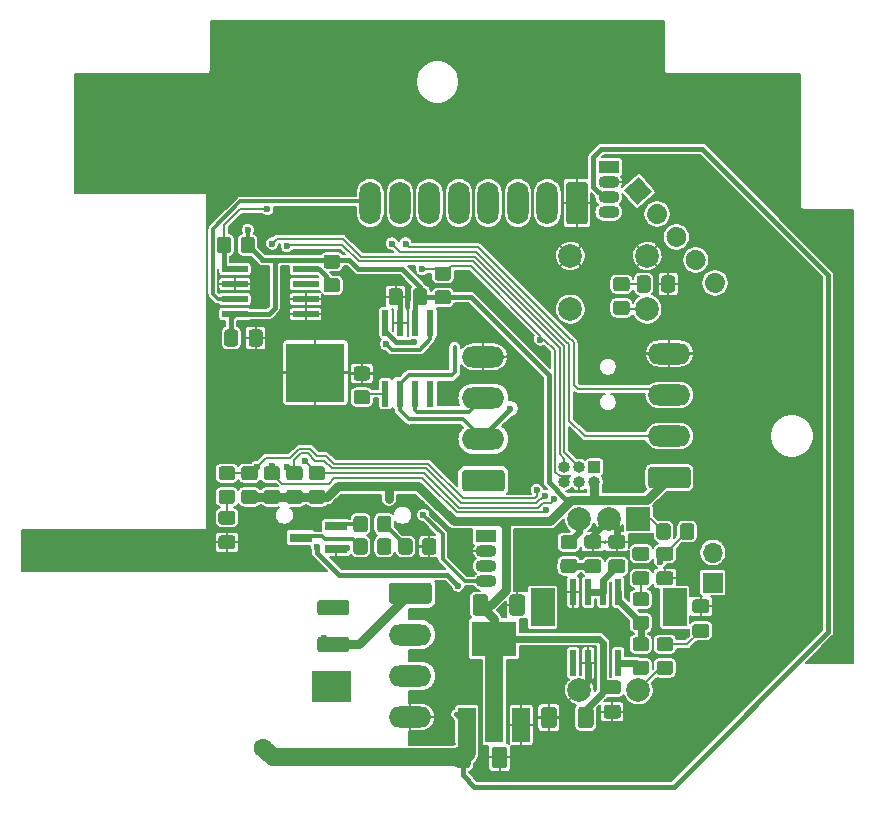
<source format=gbr>
G04 #@! TF.GenerationSoftware,KiCad,Pcbnew,(5.1.8)-1*
G04 #@! TF.CreationDate,2021-07-21T13:44:46+02:00*
G04 #@! TF.ProjectId,sensactUp2,73656e73-6163-4745-9570-322e6b696361,rev?*
G04 #@! TF.SameCoordinates,Original*
G04 #@! TF.FileFunction,Copper,L2,Bot*
G04 #@! TF.FilePolarity,Positive*
%FSLAX46Y46*%
G04 Gerber Fmt 4.6, Leading zero omitted, Abs format (unit mm)*
G04 Created by KiCad (PCBNEW (5.1.8)-1) date 2021-07-21 13:44:46*
%MOMM*%
%LPD*%
G01*
G04 APERTURE LIST*
G04 #@! TA.AperFunction,ComponentPad*
%ADD10C,0.100000*%
G04 #@! TD*
G04 #@! TA.AperFunction,ComponentPad*
%ADD11O,1.800000X1.070000*%
G04 #@! TD*
G04 #@! TA.AperFunction,ComponentPad*
%ADD12R,1.800000X1.070000*%
G04 #@! TD*
G04 #@! TA.AperFunction,ComponentPad*
%ADD13O,1.800000X3.600000*%
G04 #@! TD*
G04 #@! TA.AperFunction,ComponentPad*
%ADD14C,2.000000*%
G04 #@! TD*
G04 #@! TA.AperFunction,ComponentPad*
%ADD15R,5.000000X5.000000*%
G04 #@! TD*
G04 #@! TA.AperFunction,SMDPad,CuDef*
%ADD16R,1.500000X3.000000*%
G04 #@! TD*
G04 #@! TA.AperFunction,SMDPad,CuDef*
%ADD17R,3.800000X3.000000*%
G04 #@! TD*
G04 #@! TA.AperFunction,ComponentPad*
%ADD18R,2.000000X2.000000*%
G04 #@! TD*
G04 #@! TA.AperFunction,ComponentPad*
%ADD19R,2.000000X3.200000*%
G04 #@! TD*
G04 #@! TA.AperFunction,ComponentPad*
%ADD20O,1.700000X1.700000*%
G04 #@! TD*
G04 #@! TA.AperFunction,ComponentPad*
%ADD21R,1.700000X1.700000*%
G04 #@! TD*
G04 #@! TA.AperFunction,ComponentPad*
%ADD22O,3.600000X1.800000*%
G04 #@! TD*
G04 #@! TA.AperFunction,ComponentPad*
%ADD23O,1.000000X1.000000*%
G04 #@! TD*
G04 #@! TA.AperFunction,ComponentPad*
%ADD24R,1.000000X1.000000*%
G04 #@! TD*
G04 #@! TA.AperFunction,SMDPad,CuDef*
%ADD25R,0.600000X2.200000*%
G04 #@! TD*
G04 #@! TA.AperFunction,SMDPad,CuDef*
%ADD26R,2.200000X0.600000*%
G04 #@! TD*
G04 #@! TA.AperFunction,SMDPad,CuDef*
%ADD27R,1.900000X0.800000*%
G04 #@! TD*
G04 #@! TA.AperFunction,ViaPad*
%ADD28C,0.600000*%
G04 #@! TD*
G04 #@! TA.AperFunction,ViaPad*
%ADD29C,1.600000*%
G04 #@! TD*
G04 #@! TA.AperFunction,Conductor*
%ADD30C,0.800000*%
G04 #@! TD*
G04 #@! TA.AperFunction,Conductor*
%ADD31C,1.500000*%
G04 #@! TD*
G04 #@! TA.AperFunction,Conductor*
%ADD32C,0.200000*%
G04 #@! TD*
G04 #@! TA.AperFunction,Conductor*
%ADD33C,0.600000*%
G04 #@! TD*
G04 #@! TA.AperFunction,Conductor*
%ADD34C,0.400000*%
G04 #@! TD*
G04 #@! TA.AperFunction,Conductor*
%ADD35C,0.300000*%
G04 #@! TD*
G04 #@! TA.AperFunction,Conductor*
%ADD36C,0.203200*%
G04 #@! TD*
G04 #@! TA.AperFunction,Conductor*
%ADD37C,0.100000*%
G04 #@! TD*
G04 APERTURE END LIST*
G04 #@! TA.AperFunction,ComponentPad*
G36*
G01*
X124148860Y-86484643D02*
X124148860Y-86484643D01*
G75*
G02*
X124044091Y-87682150I-651138J-546369D01*
G01*
X124044091Y-87682150D01*
G75*
G02*
X122846584Y-87577381I-546369J651138D01*
G01*
X122846584Y-87577381D01*
G75*
G02*
X122951353Y-86379874I651138J546369D01*
G01*
X122951353Y-86379874D01*
G75*
G02*
X124148860Y-86484643I546369J-651138D01*
G01*
G37*
G04 #@! TD.AperFunction*
G04 #@! TA.AperFunction,ComponentPad*
G36*
G01*
X122516180Y-84538890D02*
X122516180Y-84538890D01*
G75*
G02*
X122411411Y-85736397I-651138J-546369D01*
G01*
X122411411Y-85736397D01*
G75*
G02*
X121213904Y-85631628I-546369J651138D01*
G01*
X121213904Y-85631628D01*
G75*
G02*
X121318673Y-84434121I651138J546369D01*
G01*
X121318673Y-84434121D01*
G75*
G02*
X122516180Y-84538890I546369J-651138D01*
G01*
G37*
G04 #@! TD.AperFunction*
G04 #@! TA.AperFunction,ComponentPad*
G36*
G01*
X120883499Y-82593137D02*
X120883499Y-82593137D01*
G75*
G02*
X120778730Y-83790644I-651138J-546369D01*
G01*
X120778730Y-83790644D01*
G75*
G02*
X119581223Y-83685875I-546369J651138D01*
G01*
X119581223Y-83685875D01*
G75*
G02*
X119685992Y-82488368I651138J546369D01*
G01*
X119685992Y-82488368D01*
G75*
G02*
X120883499Y-82593137I546369J-651138D01*
G01*
G37*
G04 #@! TD.AperFunction*
G04 #@! TA.AperFunction,ComponentPad*
G36*
G01*
X119250819Y-80647384D02*
X119250819Y-80647384D01*
G75*
G02*
X119146050Y-81844891I-651138J-546369D01*
G01*
X119146050Y-81844891D01*
G75*
G02*
X117948543Y-81740122I-546369J651138D01*
G01*
X117948543Y-81740122D01*
G75*
G02*
X118053312Y-80542615I651138J546369D01*
G01*
X118053312Y-80542615D01*
G75*
G02*
X119250819Y-80647384I546369J-651138D01*
G01*
G37*
G04 #@! TD.AperFunction*
G04 #@! TA.AperFunction,ComponentPad*
D10*
G36*
X117071768Y-78050493D02*
G01*
X118164507Y-79352768D01*
X116862232Y-80445507D01*
X115769493Y-79143232D01*
X117071768Y-78050493D01*
G37*
G04 #@! TD.AperFunction*
D11*
X114500000Y-81026000D03*
X114500000Y-79756000D03*
X114500000Y-78486000D03*
D12*
X114500000Y-77216000D03*
D13*
X94314000Y-80264000D03*
X96814000Y-80264000D03*
X99314000Y-80264000D03*
X101814000Y-80264000D03*
X104314000Y-80264000D03*
X106814000Y-80264000D03*
X109314000Y-80264000D03*
G04 #@! TA.AperFunction,ComponentPad*
G36*
G01*
X112714000Y-78714000D02*
X112714000Y-81814000D01*
G75*
G02*
X112464000Y-82064000I-250000J0D01*
G01*
X111164000Y-82064000D01*
G75*
G02*
X110914000Y-81814000I0J250000D01*
G01*
X110914000Y-78714000D01*
G75*
G02*
X111164000Y-78464000I250000J0D01*
G01*
X112464000Y-78464000D01*
G75*
G02*
X112714000Y-78714000I0J-250000D01*
G01*
G37*
G04 #@! TD.AperFunction*
G04 #@! TA.AperFunction,SMDPad,CuDef*
G36*
G01*
X90608999Y-86633000D02*
X91509001Y-86633000D01*
G75*
G02*
X91759000Y-86882999I0J-249999D01*
G01*
X91759000Y-87583001D01*
G75*
G02*
X91509001Y-87833000I-249999J0D01*
G01*
X90608999Y-87833000D01*
G75*
G02*
X90359000Y-87583001I0J249999D01*
G01*
X90359000Y-86882999D01*
G75*
G02*
X90608999Y-86633000I249999J0D01*
G01*
G37*
G04 #@! TD.AperFunction*
G04 #@! TA.AperFunction,SMDPad,CuDef*
G36*
G01*
X90608999Y-84633000D02*
X91509001Y-84633000D01*
G75*
G02*
X91759000Y-84882999I0J-249999D01*
G01*
X91759000Y-85583001D01*
G75*
G02*
X91509001Y-85833000I-249999J0D01*
G01*
X90608999Y-85833000D01*
G75*
G02*
X90359000Y-85583001I0J249999D01*
G01*
X90359000Y-84882999D01*
G75*
G02*
X90608999Y-84633000I249999J0D01*
G01*
G37*
G04 #@! TD.AperFunction*
G04 #@! TA.AperFunction,SMDPad,CuDef*
G36*
G01*
X100907001Y-86849000D02*
X100006999Y-86849000D01*
G75*
G02*
X99757000Y-86599001I0J249999D01*
G01*
X99757000Y-85898999D01*
G75*
G02*
X100006999Y-85649000I249999J0D01*
G01*
X100907001Y-85649000D01*
G75*
G02*
X101157000Y-85898999I0J-249999D01*
G01*
X101157000Y-86599001D01*
G75*
G02*
X100907001Y-86849000I-249999J0D01*
G01*
G37*
G04 #@! TD.AperFunction*
G04 #@! TA.AperFunction,SMDPad,CuDef*
G36*
G01*
X100907001Y-88849000D02*
X100006999Y-88849000D01*
G75*
G02*
X99757000Y-88599001I0J249999D01*
G01*
X99757000Y-87898999D01*
G75*
G02*
X100006999Y-87649000I249999J0D01*
G01*
X100907001Y-87649000D01*
G75*
G02*
X101157000Y-87898999I0J-249999D01*
G01*
X101157000Y-88599001D01*
G75*
G02*
X100907001Y-88849000I-249999J0D01*
G01*
G37*
G04 #@! TD.AperFunction*
G04 #@! TA.AperFunction,SMDPad,CuDef*
G36*
G01*
X116020001Y-87738000D02*
X115119999Y-87738000D01*
G75*
G02*
X114870000Y-87488001I0J249999D01*
G01*
X114870000Y-86787999D01*
G75*
G02*
X115119999Y-86538000I249999J0D01*
G01*
X116020001Y-86538000D01*
G75*
G02*
X116270000Y-86787999I0J-249999D01*
G01*
X116270000Y-87488001D01*
G75*
G02*
X116020001Y-87738000I-249999J0D01*
G01*
G37*
G04 #@! TD.AperFunction*
G04 #@! TA.AperFunction,SMDPad,CuDef*
G36*
G01*
X116020001Y-89738000D02*
X115119999Y-89738000D01*
G75*
G02*
X114870000Y-89488001I0J249999D01*
G01*
X114870000Y-88787999D01*
G75*
G02*
X115119999Y-88538000I249999J0D01*
G01*
X116020001Y-88538000D01*
G75*
G02*
X116270000Y-88787999I0J-249999D01*
G01*
X116270000Y-89488001D01*
G75*
G02*
X116020001Y-89738000I-249999J0D01*
G01*
G37*
G04 #@! TD.AperFunction*
G04 #@! TA.AperFunction,SMDPad,CuDef*
G36*
G01*
X118941000Y-87597000D02*
X118941000Y-86647000D01*
G75*
G02*
X119191000Y-86397000I250000J0D01*
G01*
X119866000Y-86397000D01*
G75*
G02*
X120116000Y-86647000I0J-250000D01*
G01*
X120116000Y-87597000D01*
G75*
G02*
X119866000Y-87847000I-250000J0D01*
G01*
X119191000Y-87847000D01*
G75*
G02*
X118941000Y-87597000I0J250000D01*
G01*
G37*
G04 #@! TD.AperFunction*
G04 #@! TA.AperFunction,SMDPad,CuDef*
G36*
G01*
X116866000Y-87597000D02*
X116866000Y-86647000D01*
G75*
G02*
X117116000Y-86397000I250000J0D01*
G01*
X117791000Y-86397000D01*
G75*
G02*
X118041000Y-86647000I0J-250000D01*
G01*
X118041000Y-87597000D01*
G75*
G02*
X117791000Y-87847000I-250000J0D01*
G01*
X117116000Y-87847000D01*
G75*
G02*
X116866000Y-87597000I0J250000D01*
G01*
G37*
G04 #@! TD.AperFunction*
D14*
X111250000Y-89250000D03*
X111250000Y-84750000D03*
X117750000Y-89250000D03*
X117750000Y-84750000D03*
D15*
X89669000Y-94616000D03*
G04 #@! TA.AperFunction,SMDPad,CuDef*
G36*
G01*
X90239001Y-103740000D02*
X89338999Y-103740000D01*
G75*
G02*
X89089000Y-103490001I0J249999D01*
G01*
X89089000Y-102789999D01*
G75*
G02*
X89338999Y-102540000I249999J0D01*
G01*
X90239001Y-102540000D01*
G75*
G02*
X90489000Y-102789999I0J-249999D01*
G01*
X90489000Y-103490001D01*
G75*
G02*
X90239001Y-103740000I-249999J0D01*
G01*
G37*
G04 #@! TD.AperFunction*
G04 #@! TA.AperFunction,SMDPad,CuDef*
G36*
G01*
X90239001Y-105740000D02*
X89338999Y-105740000D01*
G75*
G02*
X89089000Y-105490001I0J249999D01*
G01*
X89089000Y-104789999D01*
G75*
G02*
X89338999Y-104540000I249999J0D01*
G01*
X90239001Y-104540000D01*
G75*
G02*
X90489000Y-104789999I0J-249999D01*
G01*
X90489000Y-105490001D01*
G75*
G02*
X90239001Y-105740000I-249999J0D01*
G01*
G37*
G04 #@! TD.AperFunction*
G04 #@! TA.AperFunction,SMDPad,CuDef*
G36*
G01*
X106100000Y-114950001D02*
X106100000Y-113649999D01*
G75*
G02*
X106349999Y-113400000I249999J0D01*
G01*
X107175001Y-113400000D01*
G75*
G02*
X107425000Y-113649999I0J-249999D01*
G01*
X107425000Y-114950001D01*
G75*
G02*
X107175001Y-115200000I-249999J0D01*
G01*
X106349999Y-115200000D01*
G75*
G02*
X106100000Y-114950001I0J249999D01*
G01*
G37*
G04 #@! TD.AperFunction*
G04 #@! TA.AperFunction,SMDPad,CuDef*
G36*
G01*
X102975000Y-114950001D02*
X102975000Y-113649999D01*
G75*
G02*
X103224999Y-113400000I249999J0D01*
G01*
X104050001Y-113400000D01*
G75*
G02*
X104300000Y-113649999I0J-249999D01*
G01*
X104300000Y-114950001D01*
G75*
G02*
X104050001Y-115200000I-249999J0D01*
G01*
X103224999Y-115200000D01*
G75*
G02*
X102975000Y-114950001I0J249999D01*
G01*
G37*
G04 #@! TD.AperFunction*
G04 #@! TA.AperFunction,SMDPad,CuDef*
G36*
G01*
X104600000Y-127850001D02*
X104600000Y-126549999D01*
G75*
G02*
X104849999Y-126300000I249999J0D01*
G01*
X105675001Y-126300000D01*
G75*
G02*
X105925000Y-126549999I0J-249999D01*
G01*
X105925000Y-127850001D01*
G75*
G02*
X105675001Y-128100000I-249999J0D01*
G01*
X104849999Y-128100000D01*
G75*
G02*
X104600000Y-127850001I0J249999D01*
G01*
G37*
G04 #@! TD.AperFunction*
G04 #@! TA.AperFunction,SMDPad,CuDef*
G36*
G01*
X101475000Y-127850001D02*
X101475000Y-126549999D01*
G75*
G02*
X101724999Y-126300000I249999J0D01*
G01*
X102550001Y-126300000D01*
G75*
G02*
X102800000Y-126549999I0J-249999D01*
G01*
X102800000Y-127850001D01*
G75*
G02*
X102550001Y-128100000I-249999J0D01*
G01*
X101724999Y-128100000D01*
G75*
G02*
X101475000Y-127850001I0J249999D01*
G01*
G37*
G04 #@! TD.AperFunction*
D16*
X107100000Y-124450000D03*
X102500000Y-124450000D03*
X104800000Y-124450000D03*
D17*
X104800000Y-117150000D03*
G04 #@! TA.AperFunction,ComponentPad*
D10*
G36*
X92650000Y-122500000D02*
G01*
X89350000Y-122500000D01*
X89350000Y-119900000D01*
X92650000Y-119900000D01*
X92650000Y-122500000D01*
G37*
G04 #@! TD.AperFunction*
D18*
X117000000Y-107000000D03*
D14*
X114500000Y-107000000D03*
X112000000Y-107000000D03*
D19*
X120100000Y-114500000D03*
X108900000Y-114500000D03*
D14*
X117000000Y-121500000D03*
X112000000Y-121500000D03*
G04 #@! TA.AperFunction,SMDPad,CuDef*
G36*
G01*
X84524001Y-103740000D02*
X83623999Y-103740000D01*
G75*
G02*
X83374000Y-103490001I0J249999D01*
G01*
X83374000Y-102789999D01*
G75*
G02*
X83623999Y-102540000I249999J0D01*
G01*
X84524001Y-102540000D01*
G75*
G02*
X84774000Y-102789999I0J-249999D01*
G01*
X84774000Y-103490001D01*
G75*
G02*
X84524001Y-103740000I-249999J0D01*
G01*
G37*
G04 #@! TD.AperFunction*
G04 #@! TA.AperFunction,SMDPad,CuDef*
G36*
G01*
X84524001Y-105740000D02*
X83623999Y-105740000D01*
G75*
G02*
X83374000Y-105490001I0J249999D01*
G01*
X83374000Y-104789999D01*
G75*
G02*
X83623999Y-104540000I249999J0D01*
G01*
X84524001Y-104540000D01*
G75*
G02*
X84774000Y-104789999I0J-249999D01*
G01*
X84774000Y-105490001D01*
G75*
G02*
X84524001Y-105740000I-249999J0D01*
G01*
G37*
G04 #@! TD.AperFunction*
G04 #@! TA.AperFunction,SMDPad,CuDef*
G36*
G01*
X81718999Y-104540000D02*
X82619001Y-104540000D01*
G75*
G02*
X82869000Y-104789999I0J-249999D01*
G01*
X82869000Y-105490001D01*
G75*
G02*
X82619001Y-105740000I-249999J0D01*
G01*
X81718999Y-105740000D01*
G75*
G02*
X81469000Y-105490001I0J249999D01*
G01*
X81469000Y-104789999D01*
G75*
G02*
X81718999Y-104540000I249999J0D01*
G01*
G37*
G04 #@! TD.AperFunction*
G04 #@! TA.AperFunction,SMDPad,CuDef*
G36*
G01*
X81718999Y-102540000D02*
X82619001Y-102540000D01*
G75*
G02*
X82869000Y-102789999I0J-249999D01*
G01*
X82869000Y-103490001D01*
G75*
G02*
X82619001Y-103740000I-249999J0D01*
G01*
X81718999Y-103740000D01*
G75*
G02*
X81469000Y-103490001I0J249999D01*
G01*
X81469000Y-102789999D01*
G75*
G02*
X81718999Y-102540000I249999J0D01*
G01*
G37*
G04 #@! TD.AperFunction*
G04 #@! TA.AperFunction,SMDPad,CuDef*
G36*
G01*
X81694000Y-108400000D02*
X82644000Y-108400000D01*
G75*
G02*
X82894000Y-108650000I0J-250000D01*
G01*
X82894000Y-109325000D01*
G75*
G02*
X82644000Y-109575000I-250000J0D01*
G01*
X81694000Y-109575000D01*
G75*
G02*
X81444000Y-109325000I0J250000D01*
G01*
X81444000Y-108650000D01*
G75*
G02*
X81694000Y-108400000I250000J0D01*
G01*
G37*
G04 #@! TD.AperFunction*
G04 #@! TA.AperFunction,SMDPad,CuDef*
G36*
G01*
X81694000Y-106325000D02*
X82644000Y-106325000D01*
G75*
G02*
X82894000Y-106575000I0J-250000D01*
G01*
X82894000Y-107250000D01*
G75*
G02*
X82644000Y-107500000I-250000J0D01*
G01*
X81694000Y-107500000D01*
G75*
G02*
X81444000Y-107250000I0J250000D01*
G01*
X81444000Y-106575000D01*
G75*
G02*
X81694000Y-106325000I250000J0D01*
G01*
G37*
G04 #@! TD.AperFunction*
G04 #@! TA.AperFunction,SMDPad,CuDef*
G36*
G01*
X84016000Y-92169000D02*
X84016000Y-91219000D01*
G75*
G02*
X84266000Y-90969000I250000J0D01*
G01*
X84941000Y-90969000D01*
G75*
G02*
X85191000Y-91219000I0J-250000D01*
G01*
X85191000Y-92169000D01*
G75*
G02*
X84941000Y-92419000I-250000J0D01*
G01*
X84266000Y-92419000D01*
G75*
G02*
X84016000Y-92169000I0J250000D01*
G01*
G37*
G04 #@! TD.AperFunction*
G04 #@! TA.AperFunction,SMDPad,CuDef*
G36*
G01*
X81941000Y-92169000D02*
X81941000Y-91219000D01*
G75*
G02*
X82191000Y-90969000I250000J0D01*
G01*
X82866000Y-90969000D01*
G75*
G02*
X83116000Y-91219000I0J-250000D01*
G01*
X83116000Y-92169000D01*
G75*
G02*
X82866000Y-92419000I-250000J0D01*
G01*
X82191000Y-92419000D01*
G75*
G02*
X81941000Y-92169000I0J250000D01*
G01*
G37*
G04 #@! TD.AperFunction*
G04 #@! TA.AperFunction,SMDPad,CuDef*
G36*
G01*
X117696000Y-110548000D02*
X116746000Y-110548000D01*
G75*
G02*
X116496000Y-110298000I0J250000D01*
G01*
X116496000Y-109623000D01*
G75*
G02*
X116746000Y-109373000I250000J0D01*
G01*
X117696000Y-109373000D01*
G75*
G02*
X117946000Y-109623000I0J-250000D01*
G01*
X117946000Y-110298000D01*
G75*
G02*
X117696000Y-110548000I-250000J0D01*
G01*
G37*
G04 #@! TD.AperFunction*
G04 #@! TA.AperFunction,SMDPad,CuDef*
G36*
G01*
X117696000Y-112623000D02*
X116746000Y-112623000D01*
G75*
G02*
X116496000Y-112373000I0J250000D01*
G01*
X116496000Y-111698000D01*
G75*
G02*
X116746000Y-111448000I250000J0D01*
G01*
X117696000Y-111448000D01*
G75*
G02*
X117946000Y-111698000I0J-250000D01*
G01*
X117946000Y-112373000D01*
G75*
G02*
X117696000Y-112623000I-250000J0D01*
G01*
G37*
G04 #@! TD.AperFunction*
G04 #@! TA.AperFunction,SMDPad,CuDef*
G36*
G01*
X117671001Y-118218000D02*
X116770999Y-118218000D01*
G75*
G02*
X116521000Y-117968001I0J249999D01*
G01*
X116521000Y-117267999D01*
G75*
G02*
X116770999Y-117018000I249999J0D01*
G01*
X117671001Y-117018000D01*
G75*
G02*
X117921000Y-117267999I0J-249999D01*
G01*
X117921000Y-117968001D01*
G75*
G02*
X117671001Y-118218000I-249999J0D01*
G01*
G37*
G04 #@! TD.AperFunction*
G04 #@! TA.AperFunction,SMDPad,CuDef*
G36*
G01*
X117671001Y-120218000D02*
X116770999Y-120218000D01*
G75*
G02*
X116521000Y-119968001I0J249999D01*
G01*
X116521000Y-119267999D01*
G75*
G02*
X116770999Y-119018000I249999J0D01*
G01*
X117671001Y-119018000D01*
G75*
G02*
X117921000Y-119267999I0J-249999D01*
G01*
X117921000Y-119968001D01*
G75*
G02*
X117671001Y-120218000I-249999J0D01*
G01*
G37*
G04 #@! TD.AperFunction*
G04 #@! TA.AperFunction,SMDPad,CuDef*
G36*
G01*
X117671001Y-114408000D02*
X116770999Y-114408000D01*
G75*
G02*
X116521000Y-114158001I0J249999D01*
G01*
X116521000Y-113457999D01*
G75*
G02*
X116770999Y-113208000I249999J0D01*
G01*
X117671001Y-113208000D01*
G75*
G02*
X117921000Y-113457999I0J-249999D01*
G01*
X117921000Y-114158001D01*
G75*
G02*
X117671001Y-114408000I-249999J0D01*
G01*
G37*
G04 #@! TD.AperFunction*
G04 #@! TA.AperFunction,SMDPad,CuDef*
G36*
G01*
X117671001Y-116408000D02*
X116770999Y-116408000D01*
G75*
G02*
X116521000Y-116158001I0J249999D01*
G01*
X116521000Y-115457999D01*
G75*
G02*
X116770999Y-115208000I249999J0D01*
G01*
X117671001Y-115208000D01*
G75*
G02*
X117921000Y-115457999I0J-249999D01*
G01*
X117921000Y-116158001D01*
G75*
G02*
X117671001Y-116408000I-249999J0D01*
G01*
G37*
G04 #@! TD.AperFunction*
G04 #@! TA.AperFunction,SMDPad,CuDef*
G36*
G01*
X115664000Y-109532000D02*
X114714000Y-109532000D01*
G75*
G02*
X114464000Y-109282000I0J250000D01*
G01*
X114464000Y-108607000D01*
G75*
G02*
X114714000Y-108357000I250000J0D01*
G01*
X115664000Y-108357000D01*
G75*
G02*
X115914000Y-108607000I0J-250000D01*
G01*
X115914000Y-109282000D01*
G75*
G02*
X115664000Y-109532000I-250000J0D01*
G01*
G37*
G04 #@! TD.AperFunction*
G04 #@! TA.AperFunction,SMDPad,CuDef*
G36*
G01*
X115664000Y-111607000D02*
X114714000Y-111607000D01*
G75*
G02*
X114464000Y-111357000I0J250000D01*
G01*
X114464000Y-110682000D01*
G75*
G02*
X114714000Y-110432000I250000J0D01*
G01*
X115664000Y-110432000D01*
G75*
G02*
X115914000Y-110682000I0J-250000D01*
G01*
X115914000Y-111357000D01*
G75*
G02*
X115664000Y-111607000I-250000J0D01*
G01*
G37*
G04 #@! TD.AperFunction*
G04 #@! TA.AperFunction,SMDPad,CuDef*
G36*
G01*
X114333000Y-122751000D02*
X115283000Y-122751000D01*
G75*
G02*
X115533000Y-123001000I0J-250000D01*
G01*
X115533000Y-123676000D01*
G75*
G02*
X115283000Y-123926000I-250000J0D01*
G01*
X114333000Y-123926000D01*
G75*
G02*
X114083000Y-123676000I0J250000D01*
G01*
X114083000Y-123001000D01*
G75*
G02*
X114333000Y-122751000I250000J0D01*
G01*
G37*
G04 #@! TD.AperFunction*
G04 #@! TA.AperFunction,SMDPad,CuDef*
G36*
G01*
X114333000Y-120676000D02*
X115283000Y-120676000D01*
G75*
G02*
X115533000Y-120926000I0J-250000D01*
G01*
X115533000Y-121601000D01*
G75*
G02*
X115283000Y-121851000I-250000J0D01*
G01*
X114333000Y-121851000D01*
G75*
G02*
X114083000Y-121601000I0J250000D01*
G01*
X114083000Y-120926000D01*
G75*
G02*
X114333000Y-120676000I250000J0D01*
G01*
G37*
G04 #@! TD.AperFunction*
D20*
X123317000Y-109855000D03*
D21*
X123317000Y-112395000D03*
D22*
X97700000Y-123800000D03*
X97700000Y-120300000D03*
X97700000Y-116800000D03*
G04 #@! TA.AperFunction,ComponentPad*
G36*
G01*
X96150000Y-112400000D02*
X99250000Y-112400000D01*
G75*
G02*
X99500000Y-112650000I0J-250000D01*
G01*
X99500000Y-113950000D01*
G75*
G02*
X99250000Y-114200000I-250000J0D01*
G01*
X96150000Y-114200000D01*
G75*
G02*
X95900000Y-113950000I0J250000D01*
G01*
X95900000Y-112650000D01*
G75*
G02*
X96150000Y-112400000I250000J0D01*
G01*
G37*
G04 #@! TD.AperFunction*
X119634000Y-93005000D03*
X119634000Y-96505000D03*
X119634000Y-100005000D03*
G04 #@! TA.AperFunction,ComponentPad*
G36*
G01*
X121184000Y-104405000D02*
X118084000Y-104405000D01*
G75*
G02*
X117834000Y-104155000I0J250000D01*
G01*
X117834000Y-102855000D01*
G75*
G02*
X118084000Y-102605000I250000J0D01*
G01*
X121184000Y-102605000D01*
G75*
G02*
X121434000Y-102855000I0J-250000D01*
G01*
X121434000Y-104155000D01*
G75*
G02*
X121184000Y-104405000I-250000J0D01*
G01*
G37*
G04 #@! TD.AperFunction*
D23*
X110744000Y-103886000D03*
X110744000Y-102616000D03*
X112014000Y-103886000D03*
X112014000Y-102616000D03*
X113284000Y-103886000D03*
D24*
X113284000Y-102616000D03*
D25*
X111506000Y-119205000D03*
X112776000Y-119205000D03*
X114046000Y-119205000D03*
X115316000Y-119205000D03*
X115316000Y-113205000D03*
X114046000Y-113205000D03*
X112776000Y-113205000D03*
X111506000Y-113205000D03*
D11*
X104140000Y-112268000D03*
X104140000Y-110998000D03*
X104140000Y-109728000D03*
D12*
X104140000Y-108458000D03*
G04 #@! TA.AperFunction,SMDPad,CuDef*
G36*
G01*
X92286001Y-115178000D02*
X90085999Y-115178000D01*
G75*
G02*
X89836000Y-114928001I0J249999D01*
G01*
X89836000Y-114102999D01*
G75*
G02*
X90085999Y-113853000I249999J0D01*
G01*
X92286001Y-113853000D01*
G75*
G02*
X92536000Y-114102999I0J-249999D01*
G01*
X92536000Y-114928001D01*
G75*
G02*
X92286001Y-115178000I-249999J0D01*
G01*
G37*
G04 #@! TD.AperFunction*
G04 #@! TA.AperFunction,SMDPad,CuDef*
G36*
G01*
X92286001Y-118303000D02*
X90085999Y-118303000D01*
G75*
G02*
X89836000Y-118053001I0J249999D01*
G01*
X89836000Y-117227999D01*
G75*
G02*
X90085999Y-116978000I249999J0D01*
G01*
X92286001Y-116978000D01*
G75*
G02*
X92536000Y-117227999I0J-249999D01*
G01*
X92536000Y-118053001D01*
G75*
G02*
X92286001Y-118303000I-249999J0D01*
G01*
G37*
G04 #@! TD.AperFunction*
G04 #@! TA.AperFunction,SMDPad,CuDef*
G36*
G01*
X110098000Y-123174999D02*
X110098000Y-124475001D01*
G75*
G02*
X109848001Y-124725000I-249999J0D01*
G01*
X109022999Y-124725000D01*
G75*
G02*
X108773000Y-124475001I0J249999D01*
G01*
X108773000Y-123174999D01*
G75*
G02*
X109022999Y-122925000I249999J0D01*
G01*
X109848001Y-122925000D01*
G75*
G02*
X110098000Y-123174999I0J-249999D01*
G01*
G37*
G04 #@! TD.AperFunction*
G04 #@! TA.AperFunction,SMDPad,CuDef*
G36*
G01*
X113223000Y-123174999D02*
X113223000Y-124475001D01*
G75*
G02*
X112973001Y-124725000I-249999J0D01*
G01*
X112147999Y-124725000D01*
G75*
G02*
X111898000Y-124475001I0J249999D01*
G01*
X111898000Y-123174999D01*
G75*
G02*
X112147999Y-122925000I249999J0D01*
G01*
X112973001Y-122925000D01*
G75*
G02*
X113223000Y-123174999I0J-249999D01*
G01*
G37*
G04 #@! TD.AperFunction*
D25*
X95595000Y-96400000D03*
X96865000Y-96400000D03*
X98135000Y-96400000D03*
X99405000Y-96400000D03*
X99405000Y-90400000D03*
X98135000Y-90400000D03*
X96865000Y-90400000D03*
X95595000Y-90400000D03*
D26*
X88852000Y-89662000D03*
X88852000Y-88392000D03*
X88852000Y-87122000D03*
X88852000Y-85852000D03*
X82852000Y-85852000D03*
X82852000Y-87122000D03*
X82852000Y-88392000D03*
X82852000Y-89662000D03*
G04 #@! TA.AperFunction,SMDPad,CuDef*
G36*
G01*
X98698000Y-109797001D02*
X98698000Y-108896999D01*
G75*
G02*
X98947999Y-108647000I249999J0D01*
G01*
X99648001Y-108647000D01*
G75*
G02*
X99898000Y-108896999I0J-249999D01*
G01*
X99898000Y-109797001D01*
G75*
G02*
X99648001Y-110047000I-249999J0D01*
G01*
X98947999Y-110047000D01*
G75*
G02*
X98698000Y-109797001I0J249999D01*
G01*
G37*
G04 #@! TD.AperFunction*
G04 #@! TA.AperFunction,SMDPad,CuDef*
G36*
G01*
X96698000Y-109797001D02*
X96698000Y-108896999D01*
G75*
G02*
X96947999Y-108647000I249999J0D01*
G01*
X97648001Y-108647000D01*
G75*
G02*
X97898000Y-108896999I0J-249999D01*
G01*
X97898000Y-109797001D01*
G75*
G02*
X97648001Y-110047000I-249999J0D01*
G01*
X96947999Y-110047000D01*
G75*
G02*
X96698000Y-109797001I0J249999D01*
G01*
G37*
G04 #@! TD.AperFunction*
G04 #@! TA.AperFunction,SMDPad,CuDef*
G36*
G01*
X82531000Y-83369999D02*
X82531000Y-84270001D01*
G75*
G02*
X82281001Y-84520000I-249999J0D01*
G01*
X81580999Y-84520000D01*
G75*
G02*
X81331000Y-84270001I0J249999D01*
G01*
X81331000Y-83369999D01*
G75*
G02*
X81580999Y-83120000I249999J0D01*
G01*
X82281001Y-83120000D01*
G75*
G02*
X82531000Y-83369999I0J-249999D01*
G01*
G37*
G04 #@! TD.AperFunction*
G04 #@! TA.AperFunction,SMDPad,CuDef*
G36*
G01*
X84531000Y-83369999D02*
X84531000Y-84270001D01*
G75*
G02*
X84281001Y-84520000I-249999J0D01*
G01*
X83580999Y-84520000D01*
G75*
G02*
X83331000Y-84270001I0J249999D01*
G01*
X83331000Y-83369999D01*
G75*
G02*
X83580999Y-83120000I249999J0D01*
G01*
X84281001Y-83120000D01*
G75*
G02*
X84531000Y-83369999I0J-249999D01*
G01*
G37*
G04 #@! TD.AperFunction*
G04 #@! TA.AperFunction,SMDPad,CuDef*
G36*
G01*
X94088000Y-108896999D02*
X94088000Y-109797001D01*
G75*
G02*
X93838001Y-110047000I-249999J0D01*
G01*
X93137999Y-110047000D01*
G75*
G02*
X92888000Y-109797001I0J249999D01*
G01*
X92888000Y-108896999D01*
G75*
G02*
X93137999Y-108647000I249999J0D01*
G01*
X93838001Y-108647000D01*
G75*
G02*
X94088000Y-108896999I0J-249999D01*
G01*
G37*
G04 #@! TD.AperFunction*
G04 #@! TA.AperFunction,SMDPad,CuDef*
G36*
G01*
X96088000Y-108896999D02*
X96088000Y-109797001D01*
G75*
G02*
X95838001Y-110047000I-249999J0D01*
G01*
X95137999Y-110047000D01*
G75*
G02*
X94888000Y-109797001I0J249999D01*
G01*
X94888000Y-108896999D01*
G75*
G02*
X95137999Y-108647000I249999J0D01*
G01*
X95838001Y-108647000D01*
G75*
G02*
X96088000Y-108896999I0J-249999D01*
G01*
G37*
G04 #@! TD.AperFunction*
G04 #@! TA.AperFunction,SMDPad,CuDef*
G36*
G01*
X94888000Y-107892001D02*
X94888000Y-106991999D01*
G75*
G02*
X95137999Y-106742000I249999J0D01*
G01*
X95838001Y-106742000D01*
G75*
G02*
X96088000Y-106991999I0J-249999D01*
G01*
X96088000Y-107892001D01*
G75*
G02*
X95838001Y-108142000I-249999J0D01*
G01*
X95137999Y-108142000D01*
G75*
G02*
X94888000Y-107892001I0J249999D01*
G01*
G37*
G04 #@! TD.AperFunction*
G04 #@! TA.AperFunction,SMDPad,CuDef*
G36*
G01*
X92888000Y-107892001D02*
X92888000Y-106991999D01*
G75*
G02*
X93137999Y-106742000I249999J0D01*
G01*
X93838001Y-106742000D01*
G75*
G02*
X94088000Y-106991999I0J-249999D01*
G01*
X94088000Y-107892001D01*
G75*
G02*
X93838001Y-108142000I-249999J0D01*
G01*
X93137999Y-108142000D01*
G75*
G02*
X92888000Y-107892001I0J249999D01*
G01*
G37*
G04 #@! TD.AperFunction*
G04 #@! TA.AperFunction,SMDPad,CuDef*
G36*
G01*
X94050001Y-95300000D02*
X93149999Y-95300000D01*
G75*
G02*
X92900000Y-95050001I0J249999D01*
G01*
X92900000Y-94349999D01*
G75*
G02*
X93149999Y-94100000I249999J0D01*
G01*
X94050001Y-94100000D01*
G75*
G02*
X94300000Y-94349999I0J-249999D01*
G01*
X94300000Y-95050001D01*
G75*
G02*
X94050001Y-95300000I-249999J0D01*
G01*
G37*
G04 #@! TD.AperFunction*
G04 #@! TA.AperFunction,SMDPad,CuDef*
G36*
G01*
X94050001Y-97300000D02*
X93149999Y-97300000D01*
G75*
G02*
X92900000Y-97050001I0J249999D01*
G01*
X92900000Y-96349999D01*
G75*
G02*
X93149999Y-96100000I249999J0D01*
G01*
X94050001Y-96100000D01*
G75*
G02*
X94300000Y-96349999I0J-249999D01*
G01*
X94300000Y-97050001D01*
G75*
G02*
X94050001Y-97300000I-249999J0D01*
G01*
G37*
G04 #@! TD.AperFunction*
G04 #@! TA.AperFunction,SMDPad,CuDef*
G36*
G01*
X118802999Y-119018000D02*
X119703001Y-119018000D01*
G75*
G02*
X119953000Y-119267999I0J-249999D01*
G01*
X119953000Y-119968001D01*
G75*
G02*
X119703001Y-120218000I-249999J0D01*
G01*
X118802999Y-120218000D01*
G75*
G02*
X118553000Y-119968001I0J249999D01*
G01*
X118553000Y-119267999D01*
G75*
G02*
X118802999Y-119018000I249999J0D01*
G01*
G37*
G04 #@! TD.AperFunction*
G04 #@! TA.AperFunction,SMDPad,CuDef*
G36*
G01*
X118802999Y-117018000D02*
X119703001Y-117018000D01*
G75*
G02*
X119953000Y-117267999I0J-249999D01*
G01*
X119953000Y-117968001D01*
G75*
G02*
X119703001Y-118218000I-249999J0D01*
G01*
X118802999Y-118218000D01*
G75*
G02*
X118553000Y-117968001I0J249999D01*
G01*
X118553000Y-117267999D01*
G75*
G02*
X118802999Y-117018000I249999J0D01*
G01*
G37*
G04 #@! TD.AperFunction*
G04 #@! TA.AperFunction,SMDPad,CuDef*
G36*
G01*
X110674999Y-110382000D02*
X111575001Y-110382000D01*
G75*
G02*
X111825000Y-110631999I0J-249999D01*
G01*
X111825000Y-111332001D01*
G75*
G02*
X111575001Y-111582000I-249999J0D01*
G01*
X110674999Y-111582000D01*
G75*
G02*
X110425000Y-111332001I0J249999D01*
G01*
X110425000Y-110631999D01*
G75*
G02*
X110674999Y-110382000I249999J0D01*
G01*
G37*
G04 #@! TD.AperFunction*
G04 #@! TA.AperFunction,SMDPad,CuDef*
G36*
G01*
X110674999Y-108382000D02*
X111575001Y-108382000D01*
G75*
G02*
X111825000Y-108631999I0J-249999D01*
G01*
X111825000Y-109332001D01*
G75*
G02*
X111575001Y-109582000I-249999J0D01*
G01*
X110674999Y-109582000D01*
G75*
G02*
X110425000Y-109332001I0J249999D01*
G01*
X110425000Y-108631999D01*
G75*
G02*
X110674999Y-108382000I249999J0D01*
G01*
G37*
G04 #@! TD.AperFunction*
G04 #@! TA.AperFunction,SMDPad,CuDef*
G36*
G01*
X120542000Y-108527001D02*
X120542000Y-107626999D01*
G75*
G02*
X120791999Y-107377000I249999J0D01*
G01*
X121492001Y-107377000D01*
G75*
G02*
X121742000Y-107626999I0J-249999D01*
G01*
X121742000Y-108527001D01*
G75*
G02*
X121492001Y-108777000I-249999J0D01*
G01*
X120791999Y-108777000D01*
G75*
G02*
X120542000Y-108527001I0J249999D01*
G01*
G37*
G04 #@! TD.AperFunction*
G04 #@! TA.AperFunction,SMDPad,CuDef*
G36*
G01*
X118542000Y-108527001D02*
X118542000Y-107626999D01*
G75*
G02*
X118791999Y-107377000I249999J0D01*
G01*
X119492001Y-107377000D01*
G75*
G02*
X119742000Y-107626999I0J-249999D01*
G01*
X119742000Y-108527001D01*
G75*
G02*
X119492001Y-108777000I-249999J0D01*
G01*
X118791999Y-108777000D01*
G75*
G02*
X118542000Y-108527001I0J249999D01*
G01*
G37*
G04 #@! TD.AperFunction*
G04 #@! TA.AperFunction,SMDPad,CuDef*
G36*
G01*
X85528999Y-104540000D02*
X86429001Y-104540000D01*
G75*
G02*
X86679000Y-104789999I0J-249999D01*
G01*
X86679000Y-105490001D01*
G75*
G02*
X86429001Y-105740000I-249999J0D01*
G01*
X85528999Y-105740000D01*
G75*
G02*
X85279000Y-105490001I0J249999D01*
G01*
X85279000Y-104789999D01*
G75*
G02*
X85528999Y-104540000I249999J0D01*
G01*
G37*
G04 #@! TD.AperFunction*
G04 #@! TA.AperFunction,SMDPad,CuDef*
G36*
G01*
X85528999Y-102540000D02*
X86429001Y-102540000D01*
G75*
G02*
X86679000Y-102789999I0J-249999D01*
G01*
X86679000Y-103490001D01*
G75*
G02*
X86429001Y-103740000I-249999J0D01*
G01*
X85528999Y-103740000D01*
G75*
G02*
X85279000Y-103490001I0J249999D01*
G01*
X85279000Y-102789999D01*
G75*
G02*
X85528999Y-102540000I249999J0D01*
G01*
G37*
G04 #@! TD.AperFunction*
G04 #@! TA.AperFunction,SMDPad,CuDef*
G36*
G01*
X87433999Y-104540000D02*
X88334001Y-104540000D01*
G75*
G02*
X88584000Y-104789999I0J-249999D01*
G01*
X88584000Y-105490001D01*
G75*
G02*
X88334001Y-105740000I-249999J0D01*
G01*
X87433999Y-105740000D01*
G75*
G02*
X87184000Y-105490001I0J249999D01*
G01*
X87184000Y-104789999D01*
G75*
G02*
X87433999Y-104540000I249999J0D01*
G01*
G37*
G04 #@! TD.AperFunction*
G04 #@! TA.AperFunction,SMDPad,CuDef*
G36*
G01*
X87433999Y-102540000D02*
X88334001Y-102540000D01*
G75*
G02*
X88584000Y-102789999I0J-249999D01*
G01*
X88584000Y-103490001D01*
G75*
G02*
X88334001Y-103740000I-249999J0D01*
G01*
X87433999Y-103740000D01*
G75*
G02*
X87184000Y-103490001I0J249999D01*
G01*
X87184000Y-102789999D01*
G75*
G02*
X87433999Y-102540000I249999J0D01*
G01*
G37*
G04 #@! TD.AperFunction*
D27*
X88416000Y-108585000D03*
X91416000Y-109535000D03*
X91416000Y-107635000D03*
G04 #@! TA.AperFunction,SMDPad,CuDef*
G36*
G01*
X97050000Y-87725000D02*
X97050000Y-88675000D01*
G75*
G02*
X96800000Y-88925000I-250000J0D01*
G01*
X96125000Y-88925000D01*
G75*
G02*
X95875000Y-88675000I0J250000D01*
G01*
X95875000Y-87725000D01*
G75*
G02*
X96125000Y-87475000I250000J0D01*
G01*
X96800000Y-87475000D01*
G75*
G02*
X97050000Y-87725000I0J-250000D01*
G01*
G37*
G04 #@! TD.AperFunction*
G04 #@! TA.AperFunction,SMDPad,CuDef*
G36*
G01*
X99125000Y-87725000D02*
X99125000Y-88675000D01*
G75*
G02*
X98875000Y-88925000I-250000J0D01*
G01*
X98200000Y-88925000D01*
G75*
G02*
X97950000Y-88675000I0J250000D01*
G01*
X97950000Y-87725000D01*
G75*
G02*
X98200000Y-87475000I250000J0D01*
G01*
X98875000Y-87475000D01*
G75*
G02*
X99125000Y-87725000I0J-250000D01*
G01*
G37*
G04 #@! TD.AperFunction*
G04 #@! TA.AperFunction,SMDPad,CuDef*
G36*
G01*
X121826000Y-115893000D02*
X122776000Y-115893000D01*
G75*
G02*
X123026000Y-116143000I0J-250000D01*
G01*
X123026000Y-116818000D01*
G75*
G02*
X122776000Y-117068000I-250000J0D01*
G01*
X121826000Y-117068000D01*
G75*
G02*
X121576000Y-116818000I0J250000D01*
G01*
X121576000Y-116143000D01*
G75*
G02*
X121826000Y-115893000I250000J0D01*
G01*
G37*
G04 #@! TD.AperFunction*
G04 #@! TA.AperFunction,SMDPad,CuDef*
G36*
G01*
X121826000Y-113818000D02*
X122776000Y-113818000D01*
G75*
G02*
X123026000Y-114068000I0J-250000D01*
G01*
X123026000Y-114743000D01*
G75*
G02*
X122776000Y-114993000I-250000J0D01*
G01*
X121826000Y-114993000D01*
G75*
G02*
X121576000Y-114743000I0J250000D01*
G01*
X121576000Y-114068000D01*
G75*
G02*
X121826000Y-113818000I250000J0D01*
G01*
G37*
G04 #@! TD.AperFunction*
G04 #@! TA.AperFunction,SMDPad,CuDef*
G36*
G01*
X113632000Y-109532000D02*
X112682000Y-109532000D01*
G75*
G02*
X112432000Y-109282000I0J250000D01*
G01*
X112432000Y-108607000D01*
G75*
G02*
X112682000Y-108357000I250000J0D01*
G01*
X113632000Y-108357000D01*
G75*
G02*
X113882000Y-108607000I0J-250000D01*
G01*
X113882000Y-109282000D01*
G75*
G02*
X113632000Y-109532000I-250000J0D01*
G01*
G37*
G04 #@! TD.AperFunction*
G04 #@! TA.AperFunction,SMDPad,CuDef*
G36*
G01*
X113632000Y-111607000D02*
X112682000Y-111607000D01*
G75*
G02*
X112432000Y-111357000I0J250000D01*
G01*
X112432000Y-110682000D01*
G75*
G02*
X112682000Y-110432000I250000J0D01*
G01*
X113632000Y-110432000D01*
G75*
G02*
X113882000Y-110682000I0J-250000D01*
G01*
X113882000Y-111357000D01*
G75*
G02*
X113632000Y-111607000I-250000J0D01*
G01*
G37*
G04 #@! TD.AperFunction*
G04 #@! TA.AperFunction,SMDPad,CuDef*
G36*
G01*
X119728000Y-110548000D02*
X118778000Y-110548000D01*
G75*
G02*
X118528000Y-110298000I0J250000D01*
G01*
X118528000Y-109623000D01*
G75*
G02*
X118778000Y-109373000I250000J0D01*
G01*
X119728000Y-109373000D01*
G75*
G02*
X119978000Y-109623000I0J-250000D01*
G01*
X119978000Y-110298000D01*
G75*
G02*
X119728000Y-110548000I-250000J0D01*
G01*
G37*
G04 #@! TD.AperFunction*
G04 #@! TA.AperFunction,SMDPad,CuDef*
G36*
G01*
X119728000Y-112623000D02*
X118778000Y-112623000D01*
G75*
G02*
X118528000Y-112373000I0J250000D01*
G01*
X118528000Y-111698000D01*
G75*
G02*
X118778000Y-111448000I250000J0D01*
G01*
X119728000Y-111448000D01*
G75*
G02*
X119978000Y-111698000I0J-250000D01*
G01*
X119978000Y-112373000D01*
G75*
G02*
X119728000Y-112623000I-250000J0D01*
G01*
G37*
G04 #@! TD.AperFunction*
G04 #@! TA.AperFunction,ComponentPad*
G36*
G01*
X105436000Y-104674000D02*
X102336000Y-104674000D01*
G75*
G02*
X102086000Y-104424000I0J250000D01*
G01*
X102086000Y-103124000D01*
G75*
G02*
X102336000Y-102874000I250000J0D01*
G01*
X105436000Y-102874000D01*
G75*
G02*
X105686000Y-103124000I0J-250000D01*
G01*
X105686000Y-104424000D01*
G75*
G02*
X105436000Y-104674000I-250000J0D01*
G01*
G37*
G04 #@! TD.AperFunction*
D22*
X103886000Y-100274000D03*
X103886000Y-96774000D03*
X103886000Y-93274000D03*
D28*
X90424000Y-117094000D03*
X90424000Y-117983000D03*
X92925500Y-117640500D03*
X118872000Y-110617000D03*
X87249000Y-102616000D03*
X109093000Y-105054727D03*
X110617000Y-110998000D03*
X85979000Y-102505000D03*
X109173442Y-106289259D03*
X98679000Y-85852000D03*
X108712000Y-91821000D03*
X95885260Y-105282750D03*
X83947000Y-82550000D03*
X83820250Y-105282750D03*
X97300000Y-83700000D03*
X96139000Y-83693000D03*
X87249000Y-83900000D03*
X86000000Y-83700000D03*
X84700000Y-102607000D03*
X108412001Y-104566999D03*
X89801983Y-109387635D03*
X101727000Y-112649000D03*
X95503992Y-107442000D03*
X88519000Y-85852000D03*
X83439000Y-85852000D03*
X85598000Y-80772000D03*
X95631000Y-92202000D03*
X98044011Y-91999012D03*
X106172000Y-97663000D03*
X91186000Y-114515500D03*
X95200000Y-109300000D03*
X91000000Y-109500000D03*
X82852000Y-87122000D03*
X92708000Y-111000000D03*
X96393000Y-110998000D03*
X92329000Y-109474000D03*
X102616000Y-87249000D03*
X108204000Y-98679000D03*
X108204000Y-99695000D03*
X108204000Y-100838000D03*
X108204000Y-101981000D03*
X117086792Y-109989208D03*
X111506000Y-119205000D03*
X117221000Y-119618000D03*
D29*
X85262509Y-126425009D03*
D28*
X102137500Y-127200000D03*
X98806000Y-106680008D03*
X119253000Y-117618000D03*
X88754109Y-102070016D03*
X109901282Y-105362340D03*
D30*
X92075000Y-117729000D02*
X90639500Y-117729000D01*
X96900000Y-113300000D02*
X96504000Y-113300000D01*
D31*
X97700000Y-113300000D02*
X97266000Y-113300000D01*
D30*
X93359500Y-117640500D02*
X97700000Y-113300000D01*
X91186000Y-117640500D02*
X92925500Y-117640500D01*
X92925500Y-117640500D02*
X93359500Y-117640500D01*
D32*
X119258500Y-109960500D02*
X121142000Y-108077000D01*
X119253000Y-109960500D02*
X119258500Y-109960500D01*
X118872000Y-110341500D02*
X119253000Y-109960500D01*
X118872000Y-110617000D02*
X118872000Y-110341500D01*
X87773000Y-103140000D02*
X87249000Y-102616000D01*
X87884000Y-103140000D02*
X87773000Y-103140000D01*
X87884000Y-102870000D02*
X87884000Y-103140000D01*
X88466587Y-101471016D02*
X87884000Y-102053603D01*
X89041630Y-101471016D02*
X88466587Y-101471016D01*
X109093000Y-105054727D02*
X108996559Y-105054727D01*
X87884000Y-102053603D02*
X87884000Y-103140000D01*
X108996559Y-105054727D02*
X108387285Y-105664001D01*
X89675348Y-102104733D02*
X89041630Y-101471016D01*
X108387285Y-105664001D02*
X101980999Y-105664001D01*
X91056989Y-102740991D02*
X90420731Y-102104733D01*
X99057990Y-102740991D02*
X91056989Y-102740991D01*
X101980999Y-105664001D02*
X99057990Y-102740991D01*
X90420731Y-102104733D02*
X89675348Y-102104733D01*
D33*
X113157000Y-111019500D02*
X110638500Y-111019500D01*
X110638500Y-111019500D02*
X110617000Y-110998000D01*
D32*
X85979000Y-102505000D02*
X85979000Y-102505000D01*
X85979000Y-102505000D02*
X85979000Y-102811420D01*
X90778990Y-104039010D02*
X86878010Y-104039010D01*
X91278990Y-103539010D02*
X90778990Y-104039010D01*
X98713010Y-103539010D02*
X91278990Y-103539010D01*
X86878010Y-104039010D02*
X85979000Y-103140000D01*
X99227438Y-104039010D02*
X99213010Y-104039010D01*
X101650448Y-106462020D02*
X99227438Y-104039010D01*
X99213010Y-104039010D02*
X98713010Y-103539010D01*
X109000681Y-106462020D02*
X101650448Y-106462020D01*
X109173442Y-106289259D02*
X109000681Y-106462020D01*
X98679000Y-85852000D02*
X98679000Y-85852000D01*
X110360479Y-103415001D02*
X109944999Y-102999521D01*
X111127521Y-103415001D02*
X110360479Y-103415001D01*
X111252000Y-103290522D02*
X111127521Y-103415001D01*
X111252000Y-103378000D02*
X111252000Y-103290522D01*
X110744000Y-103886000D02*
X111252000Y-103378000D01*
X100060000Y-85852000D02*
X100457000Y-86249000D01*
X98679000Y-85852000D02*
X100060000Y-85852000D01*
X109944999Y-94017001D02*
X109944999Y-93434999D01*
X109944999Y-102999521D02*
X109944999Y-94017001D01*
X115682000Y-89250000D02*
X115570000Y-89138000D01*
X117750000Y-89250000D02*
X115682000Y-89250000D01*
X109944999Y-93434999D02*
X109944999Y-92731761D01*
X109034238Y-91821000D02*
X108712000Y-91821000D01*
X109944999Y-92731761D02*
X109034238Y-91821000D01*
X108712000Y-91821000D02*
X108712000Y-91498762D01*
X108712000Y-91498762D02*
X102811238Y-85598000D01*
X101108000Y-85598000D02*
X100457000Y-86249000D01*
X102811238Y-85598000D02*
X101108000Y-85598000D01*
D33*
X114046000Y-113205000D02*
X112776000Y-113205000D01*
X114046000Y-112162500D02*
X115189000Y-111019500D01*
X114046000Y-113205000D02*
X114046000Y-112162500D01*
D31*
X104800000Y-124450000D02*
X104800000Y-117150000D01*
D30*
X104800000Y-115462500D02*
X103637500Y-114300000D01*
X104800000Y-117150000D02*
X104800000Y-115462500D01*
D34*
X98135000Y-88602500D02*
X98537500Y-88200000D01*
X98135000Y-90400000D02*
X98135000Y-88602500D01*
X98537500Y-87361500D02*
X97028000Y-85852000D01*
X98537500Y-88200000D02*
X98537500Y-87361500D01*
X86233000Y-86352798D02*
X86233000Y-89154000D01*
X85725000Y-89662000D02*
X82852000Y-89662000D01*
X86233000Y-89154000D02*
X85725000Y-89662000D01*
X82528500Y-89985500D02*
X82852000Y-89662000D01*
X82528500Y-91694000D02*
X82528500Y-89985500D01*
X88519000Y-85090000D02*
X86487000Y-85090000D01*
X86233000Y-85344000D02*
X86233000Y-86352798D01*
X86487000Y-85090000D02*
X86233000Y-85344000D01*
D33*
X112560500Y-123158022D02*
X112560500Y-123825000D01*
X114046000Y-121672522D02*
X112560500Y-123158022D01*
X114151500Y-121263500D02*
X114046000Y-121158000D01*
X114808000Y-121263500D02*
X114151500Y-121263500D01*
X114046000Y-121158000D02*
X114046000Y-121672522D01*
X114046000Y-119205000D02*
X114046000Y-121158000D01*
X114046000Y-117505000D02*
X114046000Y-119205000D01*
X113691000Y-117150000D02*
X114046000Y-117505000D01*
X104800000Y-117150000D02*
X113691000Y-117150000D01*
D30*
X104499316Y-114300000D02*
X105791000Y-113008316D01*
X103637500Y-114300000D02*
X104499316Y-114300000D01*
X105791000Y-113008316D02*
X105791000Y-107595798D01*
D34*
X88519000Y-85090000D02*
X85145500Y-85090000D01*
X85145500Y-85034500D02*
X83931000Y-83820000D01*
X85145500Y-85090000D02*
X85145500Y-85034500D01*
X97028000Y-85852000D02*
X93274294Y-85852000D01*
X92528294Y-85106000D02*
X91186000Y-85106000D01*
X93274294Y-85852000D02*
X92528294Y-85106000D01*
X85217000Y-85106000D02*
X83931000Y-83820000D01*
X91186000Y-85106000D02*
X85217000Y-85106000D01*
D30*
X117738001Y-105400999D02*
X119634000Y-103505000D01*
X113284000Y-103886000D02*
X113284000Y-105391998D01*
X113293001Y-105400999D02*
X117738001Y-105400999D01*
X113284000Y-105391998D02*
X113293001Y-105400999D01*
X111334014Y-105400999D02*
X113293001Y-105400999D01*
X105356233Y-107161031D02*
X101360909Y-107161031D01*
X101360909Y-107161031D02*
X99482628Y-105282750D01*
X105791000Y-107595798D02*
X105356233Y-107161031D01*
X99440750Y-105282750D02*
X98396020Y-104238020D01*
X99482628Y-105282750D02*
X99440750Y-105282750D01*
X90666548Y-105140000D02*
X89789000Y-105140000D01*
X91568528Y-104238020D02*
X90666548Y-105140000D01*
X95885260Y-104266740D02*
X95913980Y-104238020D01*
X95885260Y-105282750D02*
X95885260Y-104266740D01*
X95913980Y-104238020D02*
X91568528Y-104238020D01*
X98396020Y-104238020D02*
X95913980Y-104238020D01*
X109546753Y-107188260D02*
X111334014Y-105400999D01*
X108741921Y-107188260D02*
X109546753Y-107188260D01*
X108714692Y-107161031D02*
X108741921Y-107188260D01*
X105356233Y-107161031D02*
X108714692Y-107161031D01*
D35*
X83931000Y-82566000D02*
X83947000Y-82550000D01*
X83931000Y-83820000D02*
X83931000Y-82566000D01*
D30*
X89789000Y-105140000D02*
X87884000Y-105140000D01*
X87884000Y-105140000D02*
X85979000Y-105140000D01*
X85979000Y-105140000D02*
X84074000Y-105140000D01*
D34*
X109445988Y-94840988D02*
X102805000Y-88200000D01*
X102805000Y-88200000D02*
X98537500Y-88200000D01*
X109445988Y-103918510D02*
X109445988Y-94840988D01*
X110827478Y-105300000D02*
X109445988Y-103918510D01*
X111600000Y-105300000D02*
X110827478Y-105300000D01*
D32*
X97300000Y-83700000D02*
X97300000Y-83700000D01*
X119634000Y-96505000D02*
X119141000Y-96012000D01*
X111887000Y-96012000D02*
X111541039Y-95666039D01*
X119141000Y-96012000D02*
X111887000Y-96012000D01*
X111037378Y-91567000D02*
X111037375Y-91567000D01*
X111541038Y-92070660D02*
X111037378Y-91567000D01*
X111541039Y-95666039D02*
X111541038Y-92070660D01*
X111037375Y-91567000D02*
X103472333Y-84001957D01*
X97601957Y-84001957D02*
X97300000Y-83700000D01*
X103472333Y-84001957D02*
X97601957Y-84001957D01*
X96139000Y-83693000D02*
X96139000Y-83693000D01*
X96846967Y-84400967D02*
X96139000Y-83693000D01*
X103307058Y-84400967D02*
X96846967Y-84400967D01*
X110908293Y-92002202D02*
X103307058Y-84400967D01*
X111142029Y-92235937D02*
X110908293Y-92002202D01*
X111142029Y-98679000D02*
X111142029Y-92235937D01*
X112468029Y-100005000D02*
X111142029Y-98679000D01*
X119634000Y-100005000D02*
X112468029Y-100005000D01*
X87348011Y-83800989D02*
X87249000Y-83900000D01*
X88799011Y-83800989D02*
X87348011Y-83800989D01*
X87866009Y-83800989D02*
X88799011Y-83800989D01*
X93326987Y-85198987D02*
X91928989Y-83800989D01*
X102976510Y-85198987D02*
X93326987Y-85198987D01*
X110344009Y-92566487D02*
X102976510Y-85198987D01*
X110344009Y-101508903D02*
X110344009Y-92566487D01*
X110744000Y-101908894D02*
X110344009Y-101508903D01*
X91928989Y-83800989D02*
X88799011Y-83800989D01*
X110744000Y-102616000D02*
X110744000Y-101908894D01*
X86399001Y-83300999D02*
X86000000Y-83700000D01*
X91993285Y-83300999D02*
X86399001Y-83300999D01*
X103141784Y-84799977D02*
X93492263Y-84799977D01*
X110743019Y-92401212D02*
X103141784Y-84799977D01*
X110743019Y-101343629D02*
X110743019Y-92401212D01*
X93492263Y-84799977D02*
X91993285Y-83300999D01*
X112014000Y-102614610D02*
X110743019Y-101343629D01*
X112014000Y-102616000D02*
X112014000Y-102614610D01*
X113157000Y-102489000D02*
X113284000Y-102616000D01*
X113300000Y-102600000D02*
X113284000Y-102616000D01*
X84167000Y-103140000D02*
X84700000Y-102607000D01*
X84074000Y-103140000D02*
X84167000Y-103140000D01*
X108412001Y-105074999D02*
X108412001Y-104566999D01*
X108222010Y-105264990D02*
X108412001Y-105074999D01*
X102146274Y-105264990D02*
X108222010Y-105264990D01*
X99223265Y-102341980D02*
X102146274Y-105264990D01*
X91222264Y-102341980D02*
X99223265Y-102341980D01*
X90561285Y-101681001D02*
X91222264Y-102341980D01*
X89206905Y-101072005D02*
X89815901Y-101681001D01*
X89815901Y-101681001D02*
X90561285Y-101681001D01*
X84074000Y-103140000D02*
X82169000Y-103140000D01*
X89206905Y-101072005D02*
X88301314Y-101072005D01*
X87528319Y-101845000D02*
X85462000Y-101845000D01*
X88301314Y-101072005D02*
X87528319Y-101845000D01*
X84700000Y-102607000D02*
X85462000Y-101845000D01*
D35*
X91736000Y-107442000D02*
X91543000Y-107635000D01*
X93488000Y-107442000D02*
X91736000Y-107442000D01*
X92851554Y-108710554D02*
X93488000Y-109347000D01*
X90445980Y-108710554D02*
X92851554Y-108710554D01*
X90193426Y-108458000D02*
X90445980Y-108710554D01*
X88670000Y-108458000D02*
X90193426Y-108458000D01*
X88543000Y-108585000D02*
X88670000Y-108458000D01*
D32*
X118065000Y-107000000D02*
X119142000Y-108077000D01*
X117000000Y-107000000D02*
X118065000Y-107000000D01*
D33*
X112000000Y-108107000D02*
X111125000Y-108982000D01*
X112000000Y-107000000D02*
X112000000Y-108107000D01*
D32*
X118882000Y-119618000D02*
X117000000Y-121500000D01*
X119253000Y-119618000D02*
X118882000Y-119618000D01*
X93900000Y-96400000D02*
X93600000Y-96700000D01*
X95595000Y-96400000D02*
X93900000Y-96400000D01*
D34*
X100838000Y-111760000D02*
X101727000Y-112649000D01*
X91699798Y-111760000D02*
X100838000Y-111760000D01*
X89801983Y-109862185D02*
X91699798Y-111760000D01*
X89801983Y-109387635D02*
X89801983Y-109862185D01*
D35*
X97298000Y-109252000D02*
X95488000Y-107442000D01*
X97298000Y-109347000D02*
X97298000Y-109252000D01*
X95488000Y-107442000D02*
X95503992Y-107442000D01*
D34*
X89932000Y-85852000D02*
X91186000Y-87106000D01*
X88852000Y-85852000D02*
X89932000Y-85852000D01*
X81931000Y-85741000D02*
X81931000Y-83820000D01*
X82042000Y-85852000D02*
X81931000Y-85741000D01*
X82852000Y-85852000D02*
X82042000Y-85852000D01*
D32*
X81931000Y-83820000D02*
X81931000Y-82153000D01*
X83312000Y-80772000D02*
X85598000Y-80772000D01*
X81931000Y-82153000D02*
X83312000Y-80772000D01*
D35*
X96139000Y-92710000D02*
X95631000Y-92202000D01*
X99405000Y-91800000D02*
X98495000Y-92710000D01*
X98495000Y-92710000D02*
X96139000Y-92710000D01*
X99405000Y-90400000D02*
X99405000Y-91800000D01*
D34*
X96462534Y-91999012D02*
X98044011Y-91999012D01*
X95595000Y-91131478D02*
X96462534Y-91999012D01*
X95595000Y-90400000D02*
X95595000Y-91131478D01*
D35*
X96865000Y-97800000D02*
X97613011Y-98548011D01*
X96865000Y-96400000D02*
X96865000Y-97800000D01*
X102160011Y-98548011D02*
X103886000Y-100274000D01*
X97613011Y-98548011D02*
X102160011Y-98548011D01*
X97614001Y-94850999D02*
X101200999Y-94850999D01*
X96865000Y-95600000D02*
X97614001Y-94850999D01*
X96865000Y-96400000D02*
X96865000Y-95600000D01*
X101200999Y-94850999D02*
X101473000Y-94578998D01*
X101473000Y-94578998D02*
X101473000Y-92472000D01*
D34*
X103886000Y-99949000D02*
X106172000Y-97663000D01*
X103886000Y-100274000D02*
X103886000Y-99949000D01*
D35*
X102710999Y-97949001D02*
X103886000Y-96774000D01*
X98284001Y-97949001D02*
X102710999Y-97949001D01*
X98135000Y-97800000D02*
X98284001Y-97949001D01*
X98135000Y-96400000D02*
X98135000Y-97800000D01*
X80981990Y-87966990D02*
X81407000Y-88392000D01*
X81407000Y-88392000D02*
X82852000Y-88392000D01*
X80981990Y-82467014D02*
X80981990Y-87966990D01*
X83326005Y-80122999D02*
X80981990Y-82467014D01*
X94172999Y-80122999D02*
X83326005Y-80122999D01*
X94314000Y-80264000D02*
X94172999Y-80122999D01*
D33*
X112776000Y-120724000D02*
X112000000Y-121500000D01*
X112776000Y-119205000D02*
X112776000Y-120724000D01*
X115189000Y-107689000D02*
X114500000Y-107000000D01*
X115189000Y-108944500D02*
X115189000Y-107689000D01*
X113157000Y-108343000D02*
X114500000Y-107000000D01*
X113157000Y-108944500D02*
X113157000Y-108343000D01*
D34*
X96865000Y-88602500D02*
X96462500Y-88200000D01*
X96865000Y-90400000D02*
X96865000Y-88602500D01*
D32*
X117221000Y-109960500D02*
X117115500Y-109960500D01*
X117115500Y-109960500D02*
X117086792Y-109989208D01*
X117221000Y-113808000D02*
X117221000Y-112035500D01*
D33*
X116808000Y-119205000D02*
X117221000Y-119618000D01*
X115316000Y-119205000D02*
X116808000Y-119205000D01*
X117221000Y-117618000D02*
X117221000Y-115808000D01*
X115316000Y-113903000D02*
X117221000Y-115808000D01*
X115316000Y-113205000D02*
X115316000Y-113903000D01*
D32*
X82169000Y-105140000D02*
X82169000Y-106912500D01*
D31*
X102400000Y-126700000D02*
X102500000Y-126800000D01*
X102500000Y-126800000D02*
X102500000Y-124450000D01*
D34*
X102500000Y-124450000D02*
X101600000Y-123550000D01*
D31*
X102137500Y-127200000D02*
X86037500Y-127200000D01*
X86037500Y-127200000D02*
X85262509Y-126425009D01*
D34*
X102137500Y-128680500D02*
X102137500Y-127200000D01*
X103124000Y-129667000D02*
X102137500Y-128680500D01*
X133096000Y-116586000D02*
X120015000Y-129667000D01*
X133096000Y-86360000D02*
X133096000Y-116586000D01*
X122428000Y-75692000D02*
X133096000Y-86360000D01*
X120015000Y-129667000D02*
X103124000Y-129667000D01*
X113200999Y-76361799D02*
X113870798Y-75692000D01*
X113200999Y-78872888D02*
X113200999Y-76361799D01*
X114084111Y-79756000D02*
X113200999Y-78872888D01*
X113870798Y-75692000D02*
X122428000Y-75692000D01*
X114500000Y-79756000D02*
X114084111Y-79756000D01*
D35*
X102306522Y-112268000D02*
X100434532Y-110396010D01*
X104140000Y-112268000D02*
X102306522Y-112268000D01*
X100434532Y-108308540D02*
X98806000Y-106680008D01*
X100434532Y-110396010D02*
X100434532Y-108308540D01*
D32*
X89789000Y-103104907D02*
X88754109Y-102070016D01*
X89789000Y-103140000D02*
X89789000Y-103104907D01*
X121163500Y-117618000D02*
X122301000Y-116480500D01*
X119253000Y-117618000D02*
X121163500Y-117618000D01*
X109901282Y-105362340D02*
X109601283Y-105662339D01*
X109601283Y-105662339D02*
X108953233Y-105662339D01*
X108953233Y-105662339D02*
X108552560Y-106063012D01*
X101815723Y-106063011D02*
X98892712Y-103140000D01*
X98892712Y-103140000D02*
X89789000Y-103140000D01*
X108552560Y-106063012D02*
X101815723Y-106063011D01*
X115586000Y-87122000D02*
X115570000Y-87138000D01*
X117580500Y-87122000D02*
X115586000Y-87122000D01*
D36*
X119170201Y-68983796D02*
X119168605Y-69000000D01*
X119174973Y-69064652D01*
X119193831Y-69126819D01*
X119224455Y-69184113D01*
X119265668Y-69234332D01*
X119315887Y-69275545D01*
X119373181Y-69306169D01*
X119435348Y-69325027D01*
X119483807Y-69329800D01*
X119500000Y-69331395D01*
X119516193Y-69329800D01*
X130670201Y-69329800D01*
X130670200Y-80483807D01*
X130668605Y-80500000D01*
X130674973Y-80564652D01*
X130693831Y-80626819D01*
X130724455Y-80684113D01*
X130749004Y-80714026D01*
X130765668Y-80734332D01*
X130815887Y-80775545D01*
X130873181Y-80806169D01*
X130935348Y-80825027D01*
X131000000Y-80831395D01*
X131016193Y-80829800D01*
X135170200Y-80829800D01*
X135170201Y-119170200D01*
X131225695Y-119170200D01*
X133435417Y-116960478D01*
X133454674Y-116944674D01*
X133477030Y-116917434D01*
X133493574Y-116897274D01*
X133517756Y-116867809D01*
X133554001Y-116800000D01*
X133564631Y-116780114D01*
X133593495Y-116684958D01*
X133597195Y-116647393D01*
X133600800Y-116610793D01*
X133600800Y-116610785D01*
X133603241Y-116586000D01*
X133600800Y-116561215D01*
X133600800Y-86384784D01*
X133603241Y-86359999D01*
X133600800Y-86335214D01*
X133600800Y-86335207D01*
X133593495Y-86261042D01*
X133564631Y-86165887D01*
X133517756Y-86078191D01*
X133454674Y-86001326D01*
X133435417Y-85985522D01*
X122802482Y-75352588D01*
X122786674Y-75333326D01*
X122709809Y-75270244D01*
X122622113Y-75223369D01*
X122526958Y-75194505D01*
X122452793Y-75187200D01*
X122452785Y-75187200D01*
X122428000Y-75184759D01*
X122403215Y-75187200D01*
X113895583Y-75187200D01*
X113870798Y-75184759D01*
X113846013Y-75187200D01*
X113846005Y-75187200D01*
X113771840Y-75194505D01*
X113676685Y-75223369D01*
X113588989Y-75270244D01*
X113512124Y-75333326D01*
X113496320Y-75352583D01*
X112861582Y-75987322D01*
X112842326Y-76003125D01*
X112779244Y-76079990D01*
X112761196Y-76113756D01*
X112732369Y-76167686D01*
X112703504Y-76262842D01*
X112693758Y-76361799D01*
X112696200Y-76386594D01*
X112696199Y-78160973D01*
X111892800Y-78162400D01*
X111817400Y-78237800D01*
X111817400Y-80260600D01*
X112940200Y-80260600D01*
X113015600Y-80185200D01*
X113016264Y-79402047D01*
X113298227Y-79684011D01*
X113291137Y-79756000D01*
X113307352Y-79920630D01*
X113355372Y-80078932D01*
X113433354Y-80224825D01*
X113538299Y-80352701D01*
X113584967Y-80391000D01*
X113538299Y-80429299D01*
X113433354Y-80557175D01*
X113355372Y-80703068D01*
X113307352Y-80861370D01*
X113291137Y-81026000D01*
X113307352Y-81190630D01*
X113355372Y-81348932D01*
X113433354Y-81494825D01*
X113538299Y-81622701D01*
X113666175Y-81727646D01*
X113812068Y-81805628D01*
X113970370Y-81853648D01*
X114093749Y-81865800D01*
X114906251Y-81865800D01*
X115029630Y-81853648D01*
X115187932Y-81805628D01*
X115333825Y-81727646D01*
X115461701Y-81622701D01*
X115566646Y-81494825D01*
X115644628Y-81348932D01*
X115692648Y-81190630D01*
X115703542Y-81080015D01*
X117444881Y-81080015D01*
X117444881Y-81307491D01*
X117489259Y-81530596D01*
X117576310Y-81740756D01*
X117702689Y-81929895D01*
X117863539Y-82090745D01*
X118052678Y-82217124D01*
X118262838Y-82304175D01*
X118485943Y-82348553D01*
X118713419Y-82348553D01*
X118936524Y-82304175D01*
X119146684Y-82217124D01*
X119335823Y-82090745D01*
X119496673Y-81929895D01*
X119623052Y-81740756D01*
X119710103Y-81530596D01*
X119754481Y-81307491D01*
X119754481Y-81080015D01*
X119710103Y-80856910D01*
X119623052Y-80646750D01*
X119496673Y-80457611D01*
X119335823Y-80296761D01*
X119146684Y-80170382D01*
X118936524Y-80083331D01*
X118713419Y-80038953D01*
X118485943Y-80038953D01*
X118262838Y-80083331D01*
X118052678Y-80170382D01*
X117863539Y-80296761D01*
X117702689Y-80457611D01*
X117576310Y-80646750D01*
X117489259Y-80856910D01*
X117444881Y-81080015D01*
X115703542Y-81080015D01*
X115708863Y-81026000D01*
X115692648Y-80861370D01*
X115644628Y-80703068D01*
X115566646Y-80557175D01*
X115461701Y-80429299D01*
X115415033Y-80391000D01*
X115461701Y-80352701D01*
X115566646Y-80224825D01*
X115644628Y-80078932D01*
X115692648Y-79920630D01*
X115708863Y-79756000D01*
X115692648Y-79591370D01*
X115662602Y-79492321D01*
X116627613Y-80642376D01*
X116670528Y-80684365D01*
X116720810Y-80717175D01*
X116776528Y-80739545D01*
X116835539Y-80750616D01*
X116895575Y-80749961D01*
X116954330Y-80737606D01*
X117009546Y-80714026D01*
X117059101Y-80680126D01*
X118361376Y-79587387D01*
X118403365Y-79544472D01*
X118436175Y-79494190D01*
X118458545Y-79438472D01*
X118469616Y-79379461D01*
X118468961Y-79319425D01*
X118456606Y-79260670D01*
X118433026Y-79205454D01*
X118399126Y-79155899D01*
X117306387Y-77853624D01*
X117263472Y-77811635D01*
X117213190Y-77778825D01*
X117157472Y-77756455D01*
X117098461Y-77745384D01*
X117038425Y-77746039D01*
X116979670Y-77758394D01*
X116924454Y-77781974D01*
X116874899Y-77815874D01*
X115591876Y-78892459D01*
X115639219Y-78803013D01*
X115686189Y-78645879D01*
X115690761Y-78620230D01*
X115626192Y-78489400D01*
X114503400Y-78489400D01*
X114503400Y-78509400D01*
X114496600Y-78509400D01*
X114496600Y-78489400D01*
X114476600Y-78489400D01*
X114476600Y-78482600D01*
X114496600Y-78482600D01*
X114496600Y-78462600D01*
X114503400Y-78462600D01*
X114503400Y-78482600D01*
X115626192Y-78482600D01*
X115690761Y-78351770D01*
X115686189Y-78326121D01*
X115639219Y-78168987D01*
X115562497Y-78024036D01*
X115554396Y-78014082D01*
X115570157Y-78005658D01*
X115616568Y-77967568D01*
X115654658Y-77921157D01*
X115682960Y-77868206D01*
X115700389Y-77810751D01*
X115706274Y-77751000D01*
X115706274Y-76681000D01*
X115700389Y-76621249D01*
X115682960Y-76563794D01*
X115654658Y-76510843D01*
X115616568Y-76464432D01*
X115570157Y-76426342D01*
X115517206Y-76398040D01*
X115459751Y-76380611D01*
X115400000Y-76374726D01*
X113901967Y-76374726D01*
X114079893Y-76196800D01*
X122218906Y-76196800D01*
X132591200Y-86569095D01*
X132591201Y-116376904D01*
X119805906Y-129162200D01*
X103333095Y-129162200D01*
X102642300Y-128471406D01*
X102642300Y-128397183D01*
X102658524Y-128395585D01*
X102762877Y-128363930D01*
X102859050Y-128312525D01*
X102943345Y-128243345D01*
X103012525Y-128159050D01*
X103044087Y-128100000D01*
X104296941Y-128100000D01*
X104302764Y-128159124D01*
X104320010Y-128215976D01*
X104348016Y-128268371D01*
X104385705Y-128314295D01*
X104431629Y-128351984D01*
X104484024Y-128379990D01*
X104540876Y-128397236D01*
X104600000Y-128403059D01*
X105183700Y-128401600D01*
X105259100Y-128326200D01*
X105259100Y-127203400D01*
X105265900Y-127203400D01*
X105265900Y-128326200D01*
X105341300Y-128401600D01*
X105925000Y-128403059D01*
X105984124Y-128397236D01*
X106040976Y-128379990D01*
X106093371Y-128351984D01*
X106139295Y-128314295D01*
X106176984Y-128268371D01*
X106204990Y-128215976D01*
X106222236Y-128159124D01*
X106228059Y-128100000D01*
X106226600Y-127278800D01*
X106151200Y-127203400D01*
X105265900Y-127203400D01*
X105259100Y-127203400D01*
X104373800Y-127203400D01*
X104298400Y-127278800D01*
X104296941Y-128100000D01*
X103044087Y-128100000D01*
X103063930Y-128062877D01*
X103095585Y-127958524D01*
X103106274Y-127850001D01*
X103106274Y-127666978D01*
X103249465Y-127549465D01*
X103381277Y-127388851D01*
X103479223Y-127205607D01*
X103539537Y-127006777D01*
X103554800Y-126851811D01*
X103554800Y-126851810D01*
X103559903Y-126799999D01*
X103554800Y-126748188D01*
X103554800Y-125964966D01*
X103556274Y-125950000D01*
X103556274Y-122950000D01*
X103550389Y-122890249D01*
X103532960Y-122832794D01*
X103504658Y-122779843D01*
X103466568Y-122733432D01*
X103420157Y-122695342D01*
X103367206Y-122667040D01*
X103309751Y-122649611D01*
X103250000Y-122643726D01*
X101750000Y-122643726D01*
X101690249Y-122649611D01*
X101632794Y-122667040D01*
X101579843Y-122695342D01*
X101533432Y-122733432D01*
X101495342Y-122779843D01*
X101467040Y-122832794D01*
X101449611Y-122890249D01*
X101443726Y-122950000D01*
X101443726Y-123069892D01*
X101405887Y-123081370D01*
X101318192Y-123128245D01*
X101241326Y-123191326D01*
X101178245Y-123268192D01*
X101131370Y-123355887D01*
X101102505Y-123451043D01*
X101092759Y-123550000D01*
X101102505Y-123648957D01*
X101131370Y-123744113D01*
X101178245Y-123831808D01*
X101225522Y-123889416D01*
X101443726Y-124107620D01*
X101443726Y-125950000D01*
X101445200Y-125964969D01*
X101445200Y-126071841D01*
X101415950Y-126087475D01*
X101345613Y-126145200D01*
X97601600Y-126145200D01*
X97601600Y-125001600D01*
X97696600Y-125001600D01*
X97696600Y-123803400D01*
X97703400Y-123803400D01*
X97703400Y-125001600D01*
X98603400Y-125001600D01*
X98837755Y-124977848D01*
X99062973Y-124908832D01*
X99270399Y-124797205D01*
X99452063Y-124647256D01*
X99600982Y-124464747D01*
X99711434Y-124256692D01*
X99779174Y-124031087D01*
X99786269Y-123991329D01*
X99726195Y-123803400D01*
X97703400Y-123803400D01*
X97696600Y-123803400D01*
X97676600Y-123803400D01*
X97676600Y-123796600D01*
X97696600Y-123796600D01*
X97696600Y-122598400D01*
X97703400Y-122598400D01*
X97703400Y-123796600D01*
X99726195Y-123796600D01*
X99786269Y-123608671D01*
X99779174Y-123568913D01*
X99711434Y-123343308D01*
X99600982Y-123135253D01*
X99452063Y-122952744D01*
X99270399Y-122802795D01*
X99062973Y-122691168D01*
X98837755Y-122622152D01*
X98603400Y-122598400D01*
X97703400Y-122598400D01*
X97696600Y-122598400D01*
X97601600Y-122598400D01*
X97601600Y-121600600D01*
X98663893Y-121600600D01*
X98854962Y-121581781D01*
X99100126Y-121507412D01*
X99326071Y-121386642D01*
X99524113Y-121224113D01*
X99686642Y-121026071D01*
X99807412Y-120800126D01*
X99881781Y-120554962D01*
X99906893Y-120300000D01*
X99881781Y-120045038D01*
X99807412Y-119799874D01*
X99686642Y-119573929D01*
X99524113Y-119375887D01*
X99326071Y-119213358D01*
X99100126Y-119092588D01*
X98854962Y-119018219D01*
X98663893Y-118999400D01*
X97601600Y-118999400D01*
X97601600Y-118100600D01*
X98663893Y-118100600D01*
X98854962Y-118081781D01*
X99100126Y-118007412D01*
X99326071Y-117886642D01*
X99524113Y-117724113D01*
X99686642Y-117526071D01*
X99807412Y-117300126D01*
X99881781Y-117054962D01*
X99906893Y-116800000D01*
X99881781Y-116545038D01*
X99807412Y-116299874D01*
X99686642Y-116073929D01*
X99524113Y-115875887D01*
X99326071Y-115713358D01*
X99100126Y-115592588D01*
X98854962Y-115518219D01*
X98663893Y-115499400D01*
X97601600Y-115499400D01*
X97601600Y-114602538D01*
X99250000Y-114602538D01*
X99377304Y-114590000D01*
X99499715Y-114552867D01*
X99612531Y-114492566D01*
X99711414Y-114411414D01*
X99792566Y-114312531D01*
X99852867Y-114199715D01*
X99890000Y-114077304D01*
X99902538Y-113950000D01*
X99902538Y-112650000D01*
X99890000Y-112522696D01*
X99852867Y-112400285D01*
X99792566Y-112287469D01*
X99773962Y-112264800D01*
X100628906Y-112264800D01*
X101134498Y-112770392D01*
X101145442Y-112825414D01*
X101191034Y-112935480D01*
X101257221Y-113034537D01*
X101341463Y-113118779D01*
X101440520Y-113184966D01*
X101550586Y-113230558D01*
X101667432Y-113253800D01*
X101786568Y-113253800D01*
X101903414Y-113230558D01*
X102013480Y-113184966D01*
X102112537Y-113118779D01*
X102196779Y-113034537D01*
X102262966Y-112935480D01*
X102308558Y-112825414D01*
X102328969Y-112722800D01*
X103065857Y-112722800D01*
X103073354Y-112736825D01*
X103178299Y-112864701D01*
X103306175Y-112969646D01*
X103452068Y-113047628D01*
X103604034Y-113093726D01*
X103224999Y-113093726D01*
X103116476Y-113104415D01*
X103012123Y-113136070D01*
X102915950Y-113187475D01*
X102831655Y-113256655D01*
X102762475Y-113340950D01*
X102711070Y-113437123D01*
X102679415Y-113541476D01*
X102668726Y-113649999D01*
X102668726Y-114950001D01*
X102679415Y-115058524D01*
X102711070Y-115162877D01*
X102762475Y-115259050D01*
X102831655Y-115343345D01*
X102839549Y-115349823D01*
X102782794Y-115367040D01*
X102729843Y-115395342D01*
X102683432Y-115433432D01*
X102645342Y-115479843D01*
X102617040Y-115532794D01*
X102599611Y-115590249D01*
X102593726Y-115650000D01*
X102593726Y-118650000D01*
X102599611Y-118709751D01*
X102617040Y-118767206D01*
X102645342Y-118820157D01*
X102683432Y-118866568D01*
X102729843Y-118904658D01*
X102782794Y-118932960D01*
X102840249Y-118950389D01*
X102900000Y-118956274D01*
X103745201Y-118956274D01*
X103745200Y-122935032D01*
X103743726Y-122950000D01*
X103743726Y-125950000D01*
X103749611Y-126009751D01*
X103767040Y-126067206D01*
X103795342Y-126120157D01*
X103833432Y-126166568D01*
X103879843Y-126204658D01*
X103932794Y-126232960D01*
X103990249Y-126250389D01*
X104050000Y-126256274D01*
X104301247Y-126256274D01*
X104296941Y-126300000D01*
X104298400Y-127121200D01*
X104373800Y-127196600D01*
X105259100Y-127196600D01*
X105259100Y-127176600D01*
X105265900Y-127176600D01*
X105265900Y-127196600D01*
X106151200Y-127196600D01*
X106226600Y-127121200D01*
X106228059Y-126300000D01*
X106222236Y-126240876D01*
X106216013Y-126220363D01*
X106234024Y-126229990D01*
X106290876Y-126247236D01*
X106350000Y-126253059D01*
X107021200Y-126251600D01*
X107096600Y-126176200D01*
X107096600Y-124453400D01*
X107103400Y-124453400D01*
X107103400Y-126176200D01*
X107178800Y-126251600D01*
X107850000Y-126253059D01*
X107909124Y-126247236D01*
X107965976Y-126229990D01*
X108018371Y-126201984D01*
X108064295Y-126164295D01*
X108101984Y-126118371D01*
X108129990Y-126065976D01*
X108147236Y-126009124D01*
X108153059Y-125950000D01*
X108151802Y-124725000D01*
X108469941Y-124725000D01*
X108475764Y-124784124D01*
X108493010Y-124840976D01*
X108521016Y-124893371D01*
X108558705Y-124939295D01*
X108604629Y-124976984D01*
X108657024Y-125004990D01*
X108713876Y-125022236D01*
X108773000Y-125028059D01*
X109356700Y-125026600D01*
X109432100Y-124951200D01*
X109432100Y-123828400D01*
X109438900Y-123828400D01*
X109438900Y-124951200D01*
X109514300Y-125026600D01*
X110098000Y-125028059D01*
X110157124Y-125022236D01*
X110213976Y-125004990D01*
X110266371Y-124976984D01*
X110312295Y-124939295D01*
X110349984Y-124893371D01*
X110377990Y-124840976D01*
X110395236Y-124784124D01*
X110401059Y-124725000D01*
X110399600Y-123903800D01*
X110324200Y-123828400D01*
X109438900Y-123828400D01*
X109432100Y-123828400D01*
X108546800Y-123828400D01*
X108471400Y-123903800D01*
X108469941Y-124725000D01*
X108151802Y-124725000D01*
X108151600Y-124528800D01*
X108076200Y-124453400D01*
X107103400Y-124453400D01*
X107096600Y-124453400D01*
X106123800Y-124453400D01*
X106048400Y-124528800D01*
X106046941Y-125950000D01*
X106052764Y-126009124D01*
X106058987Y-126029637D01*
X106040976Y-126020010D01*
X105984124Y-126002764D01*
X105925000Y-125996941D01*
X105851633Y-125997124D01*
X105856274Y-125950000D01*
X105856274Y-122950000D01*
X106046941Y-122950000D01*
X106048400Y-124371200D01*
X106123800Y-124446600D01*
X107096600Y-124446600D01*
X107096600Y-122723800D01*
X107103400Y-122723800D01*
X107103400Y-124446600D01*
X108076200Y-124446600D01*
X108151600Y-124371200D01*
X108153059Y-122950000D01*
X108150597Y-122925000D01*
X108469941Y-122925000D01*
X108471400Y-123746200D01*
X108546800Y-123821600D01*
X109432100Y-123821600D01*
X109432100Y-122698800D01*
X109438900Y-122698800D01*
X109438900Y-123821600D01*
X110324200Y-123821600D01*
X110399600Y-123746200D01*
X110401059Y-122925000D01*
X110395236Y-122865876D01*
X110377990Y-122809024D01*
X110349984Y-122756629D01*
X110312295Y-122710705D01*
X110266371Y-122673016D01*
X110213976Y-122645010D01*
X110157124Y-122627764D01*
X110098000Y-122621941D01*
X109514300Y-122623400D01*
X109438900Y-122698800D01*
X109432100Y-122698800D01*
X109356700Y-122623400D01*
X108773000Y-122621941D01*
X108713876Y-122627764D01*
X108657024Y-122645010D01*
X108604629Y-122673016D01*
X108558705Y-122710705D01*
X108521016Y-122756629D01*
X108493010Y-122809024D01*
X108475764Y-122865876D01*
X108469941Y-122925000D01*
X108150597Y-122925000D01*
X108147236Y-122890876D01*
X108129990Y-122834024D01*
X108101984Y-122781629D01*
X108064295Y-122735705D01*
X108018371Y-122698016D01*
X107965976Y-122670010D01*
X107909124Y-122652764D01*
X107850000Y-122646941D01*
X107178800Y-122648400D01*
X107103400Y-122723800D01*
X107096600Y-122723800D01*
X107021200Y-122648400D01*
X106350000Y-122646941D01*
X106290876Y-122652764D01*
X106234024Y-122670010D01*
X106181629Y-122698016D01*
X106135705Y-122735705D01*
X106098016Y-122781629D01*
X106070010Y-122834024D01*
X106052764Y-122890876D01*
X106046941Y-122950000D01*
X105856274Y-122950000D01*
X105854800Y-122935034D01*
X105854800Y-118956274D01*
X106700000Y-118956274D01*
X106759751Y-118950389D01*
X106817206Y-118932960D01*
X106870157Y-118904658D01*
X106916568Y-118866568D01*
X106954658Y-118820157D01*
X106982960Y-118767206D01*
X107000389Y-118709751D01*
X107006274Y-118650000D01*
X107006274Y-117754800D01*
X113440485Y-117754800D01*
X113441200Y-117755515D01*
X113441200Y-118090031D01*
X113439726Y-118105000D01*
X113439726Y-120305000D01*
X113441201Y-120319971D01*
X113441201Y-121128282D01*
X113441200Y-121128292D01*
X113441200Y-121128301D01*
X113438275Y-121158000D01*
X113441200Y-121187699D01*
X113441200Y-121422006D01*
X113305725Y-121557481D01*
X113307018Y-121547951D01*
X113291259Y-121292043D01*
X113225877Y-121044127D01*
X113113386Y-120813730D01*
X113060107Y-120733990D01*
X112873910Y-120630901D01*
X112897927Y-120606884D01*
X113076000Y-120608059D01*
X113135124Y-120602236D01*
X113191976Y-120584990D01*
X113244371Y-120556984D01*
X113290295Y-120519295D01*
X113327984Y-120473371D01*
X113355990Y-120420976D01*
X113373236Y-120364124D01*
X113379059Y-120305000D01*
X113377600Y-119283800D01*
X113302200Y-119208400D01*
X112779400Y-119208400D01*
X112779400Y-119228400D01*
X112772600Y-119228400D01*
X112772600Y-119208400D01*
X112249800Y-119208400D01*
X112174400Y-119283800D01*
X112173077Y-120209957D01*
X112112274Y-120201708D01*
X112112274Y-118105000D01*
X112172941Y-118105000D01*
X112174400Y-119126200D01*
X112249800Y-119201600D01*
X112772600Y-119201600D01*
X112772600Y-117878800D01*
X112779400Y-117878800D01*
X112779400Y-119201600D01*
X113302200Y-119201600D01*
X113377600Y-119126200D01*
X113379059Y-118105000D01*
X113373236Y-118045876D01*
X113355990Y-117989024D01*
X113327984Y-117936629D01*
X113290295Y-117890705D01*
X113244371Y-117853016D01*
X113191976Y-117825010D01*
X113135124Y-117807764D01*
X113076000Y-117801941D01*
X112854800Y-117803400D01*
X112779400Y-117878800D01*
X112772600Y-117878800D01*
X112697200Y-117803400D01*
X112476000Y-117801941D01*
X112416876Y-117807764D01*
X112360024Y-117825010D01*
X112307629Y-117853016D01*
X112261705Y-117890705D01*
X112224016Y-117936629D01*
X112196010Y-117989024D01*
X112178764Y-118045876D01*
X112172941Y-118105000D01*
X112112274Y-118105000D01*
X112106389Y-118045249D01*
X112088960Y-117987794D01*
X112060658Y-117934843D01*
X112022568Y-117888432D01*
X111976157Y-117850342D01*
X111923206Y-117822040D01*
X111865751Y-117804611D01*
X111806000Y-117798726D01*
X111206000Y-117798726D01*
X111146249Y-117804611D01*
X111088794Y-117822040D01*
X111035843Y-117850342D01*
X110989432Y-117888432D01*
X110951342Y-117934843D01*
X110923040Y-117987794D01*
X110905611Y-118045249D01*
X110899726Y-118105000D01*
X110899726Y-120305000D01*
X110905611Y-120364751D01*
X110923040Y-120422206D01*
X110951342Y-120475157D01*
X110989432Y-120521568D01*
X111035843Y-120559658D01*
X111076667Y-120581478D01*
X111126090Y-120630901D01*
X110939893Y-120733990D01*
X110810822Y-120955525D01*
X110727450Y-121197984D01*
X110692982Y-121452049D01*
X110708741Y-121707957D01*
X110774123Y-121955873D01*
X110886614Y-122186270D01*
X110939893Y-122266010D01*
X111126092Y-122369100D01*
X111995192Y-121500000D01*
X111981050Y-121485858D01*
X111985858Y-121481050D01*
X112000000Y-121495192D01*
X112014143Y-121481050D01*
X112018951Y-121485858D01*
X112004808Y-121500000D01*
X112018951Y-121514143D01*
X112014143Y-121518951D01*
X112000000Y-121504808D01*
X111130900Y-122373908D01*
X111233990Y-122560107D01*
X111455525Y-122689178D01*
X111697984Y-122772550D01*
X111756136Y-122780439D01*
X111754655Y-122781655D01*
X111685475Y-122865950D01*
X111634070Y-122962123D01*
X111602415Y-123066476D01*
X111591726Y-123174999D01*
X111591726Y-124475001D01*
X111602415Y-124583524D01*
X111634070Y-124687877D01*
X111685475Y-124784050D01*
X111754655Y-124868345D01*
X111838950Y-124937525D01*
X111935123Y-124988930D01*
X112039476Y-125020585D01*
X112147999Y-125031274D01*
X112973001Y-125031274D01*
X113081524Y-125020585D01*
X113185877Y-124988930D01*
X113282050Y-124937525D01*
X113366345Y-124868345D01*
X113435525Y-124784050D01*
X113486930Y-124687877D01*
X113518585Y-124583524D01*
X113529274Y-124475001D01*
X113529274Y-123926000D01*
X113779941Y-123926000D01*
X113785764Y-123985124D01*
X113803010Y-124041976D01*
X113831016Y-124094371D01*
X113868705Y-124140295D01*
X113914629Y-124177984D01*
X113967024Y-124205990D01*
X114023876Y-124223236D01*
X114083000Y-124229059D01*
X114729200Y-124227600D01*
X114804600Y-124152200D01*
X114804600Y-123341900D01*
X114811400Y-123341900D01*
X114811400Y-124152200D01*
X114886800Y-124227600D01*
X115533000Y-124229059D01*
X115592124Y-124223236D01*
X115648976Y-124205990D01*
X115701371Y-124177984D01*
X115747295Y-124140295D01*
X115784984Y-124094371D01*
X115812990Y-124041976D01*
X115830236Y-123985124D01*
X115836059Y-123926000D01*
X115834600Y-123417300D01*
X115759200Y-123341900D01*
X114811400Y-123341900D01*
X114804600Y-123341900D01*
X113856800Y-123341900D01*
X113781400Y-123417300D01*
X113779941Y-123926000D01*
X113529274Y-123926000D01*
X113529274Y-123174999D01*
X113518585Y-123066476D01*
X113515973Y-123057865D01*
X113780064Y-122793774D01*
X113781400Y-123259700D01*
X113856800Y-123335100D01*
X114804600Y-123335100D01*
X114804600Y-122524800D01*
X114811400Y-122524800D01*
X114811400Y-123335100D01*
X115759200Y-123335100D01*
X115834600Y-123259700D01*
X115836059Y-122751000D01*
X115830236Y-122691876D01*
X115812990Y-122635024D01*
X115784984Y-122582629D01*
X115747295Y-122536705D01*
X115701371Y-122499016D01*
X115648976Y-122471010D01*
X115592124Y-122453764D01*
X115533000Y-122447941D01*
X114886800Y-122449400D01*
X114811400Y-122524800D01*
X114804600Y-122524800D01*
X114729200Y-122449400D01*
X114125800Y-122448038D01*
X114416564Y-122157274D01*
X115283000Y-122157274D01*
X115391524Y-122146585D01*
X115495877Y-122114930D01*
X115592049Y-122063525D01*
X115676345Y-121994345D01*
X115745525Y-121910049D01*
X115752296Y-121897382D01*
X115843702Y-122118054D01*
X115986496Y-122331761D01*
X116168239Y-122513504D01*
X116381946Y-122656298D01*
X116619404Y-122754657D01*
X116871488Y-122804800D01*
X117128512Y-122804800D01*
X117380596Y-122754657D01*
X117618054Y-122656298D01*
X117831761Y-122513504D01*
X118013504Y-122331761D01*
X118156298Y-122118054D01*
X118254657Y-121880596D01*
X118304800Y-121628512D01*
X118304800Y-121371488D01*
X118254657Y-121119404D01*
X118166324Y-120906150D01*
X118590446Y-120482028D01*
X118694476Y-120513585D01*
X118802999Y-120524274D01*
X119703001Y-120524274D01*
X119811524Y-120513585D01*
X119915877Y-120481930D01*
X120012050Y-120430525D01*
X120096345Y-120361345D01*
X120165525Y-120277050D01*
X120216930Y-120180877D01*
X120248585Y-120076524D01*
X120259274Y-119968001D01*
X120259274Y-119267999D01*
X120248585Y-119159476D01*
X120216930Y-119055123D01*
X120165525Y-118958950D01*
X120096345Y-118874655D01*
X120012050Y-118805475D01*
X119915877Y-118754070D01*
X119811524Y-118722415D01*
X119703001Y-118711726D01*
X118802999Y-118711726D01*
X118694476Y-118722415D01*
X118590123Y-118754070D01*
X118493950Y-118805475D01*
X118409655Y-118874655D01*
X118340475Y-118958950D01*
X118289070Y-119055123D01*
X118257415Y-119159476D01*
X118246726Y-119267999D01*
X118246726Y-119680800D01*
X118227274Y-119700252D01*
X118227274Y-119267999D01*
X118216585Y-119159476D01*
X118184930Y-119055123D01*
X118133525Y-118958950D01*
X118064345Y-118874655D01*
X117980050Y-118805475D01*
X117883877Y-118754070D01*
X117779524Y-118722415D01*
X117671001Y-118711726D01*
X117160295Y-118711726D01*
X117145634Y-118699694D01*
X117040567Y-118643534D01*
X116926561Y-118608951D01*
X116837709Y-118600200D01*
X116837699Y-118600200D01*
X116808000Y-118597275D01*
X116778301Y-118600200D01*
X115922274Y-118600200D01*
X115922274Y-118105000D01*
X115916389Y-118045249D01*
X115898960Y-117987794D01*
X115870658Y-117934843D01*
X115832568Y-117888432D01*
X115786157Y-117850342D01*
X115733206Y-117822040D01*
X115675751Y-117804611D01*
X115616000Y-117798726D01*
X115016000Y-117798726D01*
X114956249Y-117804611D01*
X114898794Y-117822040D01*
X114845843Y-117850342D01*
X114799432Y-117888432D01*
X114761342Y-117934843D01*
X114733040Y-117987794D01*
X114715611Y-118045249D01*
X114709726Y-118105000D01*
X114709726Y-119190257D01*
X114708274Y-119205000D01*
X114709726Y-119219743D01*
X114709726Y-120305000D01*
X114715611Y-120364751D01*
X114717120Y-120369726D01*
X114650800Y-120369726D01*
X114650800Y-120319966D01*
X114652274Y-120305000D01*
X114652274Y-118105000D01*
X114650800Y-118090034D01*
X114650800Y-117534699D01*
X114653725Y-117505000D01*
X114650800Y-117475301D01*
X114650800Y-117475291D01*
X114642049Y-117386439D01*
X114607466Y-117272433D01*
X114551306Y-117167366D01*
X114475727Y-117075273D01*
X114452646Y-117056331D01*
X114139670Y-116743355D01*
X114120727Y-116720273D01*
X114028634Y-116644694D01*
X113923567Y-116588534D01*
X113809561Y-116553951D01*
X113720709Y-116545200D01*
X113720699Y-116545200D01*
X113691000Y-116542275D01*
X113661301Y-116545200D01*
X107006274Y-116545200D01*
X107006274Y-115650000D01*
X107000389Y-115590249D01*
X106982960Y-115532794D01*
X106966454Y-115501913D01*
X107425000Y-115503059D01*
X107484124Y-115497236D01*
X107540976Y-115479990D01*
X107593371Y-115451984D01*
X107593726Y-115451693D01*
X107593726Y-116100000D01*
X107599611Y-116159751D01*
X107617040Y-116217206D01*
X107645342Y-116270157D01*
X107683432Y-116316568D01*
X107729843Y-116354658D01*
X107782794Y-116382960D01*
X107840249Y-116400389D01*
X107900000Y-116406274D01*
X109900000Y-116406274D01*
X109959751Y-116400389D01*
X110017206Y-116382960D01*
X110070157Y-116354658D01*
X110116568Y-116316568D01*
X110154658Y-116270157D01*
X110182960Y-116217206D01*
X110200389Y-116159751D01*
X110206274Y-116100000D01*
X110206274Y-114305000D01*
X110902941Y-114305000D01*
X110908764Y-114364124D01*
X110926010Y-114420976D01*
X110954016Y-114473371D01*
X110991705Y-114519295D01*
X111037629Y-114556984D01*
X111090024Y-114584990D01*
X111146876Y-114602236D01*
X111206000Y-114608059D01*
X111427200Y-114606600D01*
X111502600Y-114531200D01*
X111502600Y-113208400D01*
X111509400Y-113208400D01*
X111509400Y-114531200D01*
X111584800Y-114606600D01*
X111806000Y-114608059D01*
X111865124Y-114602236D01*
X111921976Y-114584990D01*
X111974371Y-114556984D01*
X112020295Y-114519295D01*
X112057984Y-114473371D01*
X112085990Y-114420976D01*
X112103236Y-114364124D01*
X112109059Y-114305000D01*
X112107600Y-113283800D01*
X112032200Y-113208400D01*
X111509400Y-113208400D01*
X111502600Y-113208400D01*
X110979800Y-113208400D01*
X110904400Y-113283800D01*
X110902941Y-114305000D01*
X110206274Y-114305000D01*
X110206274Y-112900000D01*
X110200389Y-112840249D01*
X110182960Y-112782794D01*
X110154658Y-112729843D01*
X110116568Y-112683432D01*
X110070157Y-112645342D01*
X110017206Y-112617040D01*
X109959751Y-112599611D01*
X109900000Y-112593726D01*
X107900000Y-112593726D01*
X107840249Y-112599611D01*
X107782794Y-112617040D01*
X107729843Y-112645342D01*
X107683432Y-112683432D01*
X107645342Y-112729843D01*
X107617040Y-112782794D01*
X107599611Y-112840249D01*
X107593726Y-112900000D01*
X107593726Y-113148307D01*
X107593371Y-113148016D01*
X107540976Y-113120010D01*
X107484124Y-113102764D01*
X107425000Y-113096941D01*
X106841300Y-113098400D01*
X106765900Y-113173800D01*
X106765900Y-114296600D01*
X106785900Y-114296600D01*
X106785900Y-114303400D01*
X106765900Y-114303400D01*
X106765900Y-114323400D01*
X106759100Y-114323400D01*
X106759100Y-114303400D01*
X105873800Y-114303400D01*
X105798400Y-114378800D01*
X105796941Y-115200000D01*
X105802764Y-115259124D01*
X105820010Y-115315976D01*
X105834843Y-115343726D01*
X105496512Y-115343726D01*
X105494602Y-115324335D01*
X105454301Y-115191480D01*
X105416254Y-115120300D01*
X105388855Y-115069039D01*
X105322850Y-114988612D01*
X105322848Y-114988610D01*
X105300780Y-114961720D01*
X105273890Y-114939652D01*
X105065145Y-114730908D01*
X105798004Y-113998050D01*
X105798400Y-114221200D01*
X105873800Y-114296600D01*
X106759100Y-114296600D01*
X106759100Y-113173800D01*
X106683700Y-113098400D01*
X106490385Y-113097917D01*
X106495800Y-113042938D01*
X106495800Y-113042929D01*
X106499209Y-113008317D01*
X106495800Y-112973704D01*
X106495800Y-107865831D01*
X108547612Y-107865831D01*
X108603756Y-107882862D01*
X108707299Y-107893060D01*
X108707301Y-107893060D01*
X108741921Y-107896470D01*
X108776541Y-107893060D01*
X109512141Y-107893060D01*
X109546753Y-107896469D01*
X109581365Y-107893060D01*
X109581375Y-107893060D01*
X109684918Y-107882862D01*
X109817773Y-107842561D01*
X109940213Y-107777115D01*
X110047533Y-107689040D01*
X110069605Y-107662145D01*
X110695200Y-107036550D01*
X110695200Y-107128512D01*
X110745343Y-107380596D01*
X110843702Y-107618054D01*
X110986496Y-107831761D01*
X111168239Y-108013504D01*
X111210166Y-108041519D01*
X111175958Y-108075726D01*
X110674999Y-108075726D01*
X110566476Y-108086415D01*
X110462123Y-108118070D01*
X110365950Y-108169475D01*
X110281655Y-108238655D01*
X110212475Y-108322950D01*
X110161070Y-108419123D01*
X110129415Y-108523476D01*
X110118726Y-108631999D01*
X110118726Y-109332001D01*
X110129415Y-109440524D01*
X110161070Y-109544877D01*
X110212475Y-109641050D01*
X110281655Y-109725345D01*
X110365950Y-109794525D01*
X110462123Y-109845930D01*
X110566476Y-109877585D01*
X110674999Y-109888274D01*
X111575001Y-109888274D01*
X111683524Y-109877585D01*
X111787877Y-109845930D01*
X111884050Y-109794525D01*
X111968345Y-109725345D01*
X112037525Y-109641050D01*
X112088930Y-109544877D01*
X112120585Y-109440524D01*
X112129462Y-109350402D01*
X112128941Y-109532000D01*
X112134764Y-109591124D01*
X112152010Y-109647976D01*
X112180016Y-109700371D01*
X112217705Y-109746295D01*
X112263629Y-109783984D01*
X112316024Y-109811990D01*
X112372876Y-109829236D01*
X112432000Y-109835059D01*
X113078200Y-109833600D01*
X113153600Y-109758200D01*
X113153600Y-108947900D01*
X113160400Y-108947900D01*
X113160400Y-109758200D01*
X113235800Y-109833600D01*
X113882000Y-109835059D01*
X113941124Y-109829236D01*
X113997976Y-109811990D01*
X114050371Y-109783984D01*
X114096295Y-109746295D01*
X114133984Y-109700371D01*
X114161990Y-109647976D01*
X114173000Y-109611681D01*
X114184010Y-109647976D01*
X114212016Y-109700371D01*
X114249705Y-109746295D01*
X114295629Y-109783984D01*
X114348024Y-109811990D01*
X114404876Y-109829236D01*
X114464000Y-109835059D01*
X115110200Y-109833600D01*
X115185600Y-109758200D01*
X115185600Y-108947900D01*
X114237800Y-108947900D01*
X114173000Y-109012700D01*
X114108200Y-108947900D01*
X113160400Y-108947900D01*
X113153600Y-108947900D01*
X113133600Y-108947900D01*
X113133600Y-108941100D01*
X113153600Y-108941100D01*
X113153600Y-108130800D01*
X113078200Y-108055400D01*
X112770100Y-108054704D01*
X112831761Y-108013504D01*
X113013504Y-107831761D01*
X113156298Y-107618054D01*
X113254421Y-107381166D01*
X113274123Y-107455873D01*
X113386614Y-107686270D01*
X113439893Y-107766010D01*
X113626092Y-107869100D01*
X114495192Y-107000000D01*
X114481050Y-106985858D01*
X114485858Y-106981050D01*
X114500000Y-106995192D01*
X114514143Y-106981050D01*
X114518951Y-106985858D01*
X114504808Y-107000000D01*
X115373908Y-107869100D01*
X115560107Y-107766010D01*
X115689178Y-107544475D01*
X115693726Y-107531249D01*
X115693726Y-108000000D01*
X115699087Y-108054426D01*
X115268617Y-108055398D01*
X115369100Y-107873908D01*
X114500000Y-107004808D01*
X113630900Y-107873908D01*
X113730765Y-108054282D01*
X113235800Y-108055400D01*
X113160400Y-108130800D01*
X113160400Y-108941100D01*
X114108200Y-108941100D01*
X114173000Y-108876300D01*
X114237800Y-108941100D01*
X115185600Y-108941100D01*
X115185600Y-108921100D01*
X115192400Y-108921100D01*
X115192400Y-108941100D01*
X116140200Y-108941100D01*
X116215600Y-108865700D01*
X116217059Y-108357000D01*
X116212063Y-108306274D01*
X118000000Y-108306274D01*
X118059751Y-108300389D01*
X118117206Y-108282960D01*
X118170157Y-108254658D01*
X118216568Y-108216568D01*
X118235726Y-108193225D01*
X118235726Y-108527001D01*
X118246415Y-108635524D01*
X118278070Y-108739877D01*
X118329475Y-108836050D01*
X118398655Y-108920345D01*
X118482950Y-108989525D01*
X118579123Y-109040930D01*
X118683476Y-109072585D01*
X118700995Y-109074311D01*
X118669476Y-109077415D01*
X118565123Y-109109070D01*
X118468951Y-109160475D01*
X118384655Y-109229655D01*
X118315475Y-109313951D01*
X118264070Y-109410123D01*
X118237000Y-109499361D01*
X118209930Y-109410123D01*
X118158525Y-109313951D01*
X118089345Y-109229655D01*
X118005049Y-109160475D01*
X117908877Y-109109070D01*
X117804524Y-109077415D01*
X117696000Y-109066726D01*
X116746000Y-109066726D01*
X116637476Y-109077415D01*
X116533123Y-109109070D01*
X116436951Y-109160475D01*
X116352655Y-109229655D01*
X116283475Y-109313951D01*
X116232070Y-109410123D01*
X116216853Y-109460286D01*
X116215600Y-109023300D01*
X116140200Y-108947900D01*
X115192400Y-108947900D01*
X115192400Y-109758200D01*
X115267800Y-109833600D01*
X115914000Y-109835059D01*
X115973124Y-109829236D01*
X116029976Y-109811990D01*
X116082371Y-109783984D01*
X116128295Y-109746295D01*
X116165984Y-109700371D01*
X116189726Y-109655953D01*
X116189726Y-110298000D01*
X116200415Y-110406524D01*
X116232070Y-110510877D01*
X116283475Y-110607049D01*
X116352655Y-110691345D01*
X116436951Y-110760525D01*
X116533123Y-110811930D01*
X116637476Y-110843585D01*
X116746000Y-110854274D01*
X117696000Y-110854274D01*
X117804524Y-110843585D01*
X117908877Y-110811930D01*
X118005049Y-110760525D01*
X118089345Y-110691345D01*
X118158525Y-110607049D01*
X118209930Y-110510877D01*
X118237000Y-110421639D01*
X118264070Y-110510877D01*
X118273100Y-110527771D01*
X118267200Y-110557432D01*
X118267200Y-110676568D01*
X118290442Y-110793414D01*
X118336034Y-110903480D01*
X118402221Y-111002537D01*
X118486463Y-111086779D01*
X118573664Y-111145044D01*
X118528000Y-111144941D01*
X118468876Y-111150764D01*
X118412024Y-111168010D01*
X118359629Y-111196016D01*
X118313705Y-111233705D01*
X118276016Y-111279629D01*
X118248010Y-111332024D01*
X118230764Y-111388876D01*
X118224941Y-111448000D01*
X118225192Y-111535435D01*
X118209930Y-111485123D01*
X118158525Y-111388951D01*
X118089345Y-111304655D01*
X118005049Y-111235475D01*
X117908877Y-111184070D01*
X117804524Y-111152415D01*
X117696000Y-111141726D01*
X116746000Y-111141726D01*
X116637476Y-111152415D01*
X116533123Y-111184070D01*
X116436951Y-111235475D01*
X116352655Y-111304655D01*
X116283475Y-111388951D01*
X116232070Y-111485123D01*
X116200415Y-111589476D01*
X116189726Y-111698000D01*
X116189726Y-112373000D01*
X116200415Y-112481524D01*
X116232070Y-112585877D01*
X116283475Y-112682049D01*
X116352655Y-112766345D01*
X116436951Y-112835525D01*
X116533123Y-112886930D01*
X116637476Y-112918585D01*
X116640994Y-112918931D01*
X116558123Y-112944070D01*
X116461950Y-112995475D01*
X116377655Y-113064655D01*
X116308475Y-113148950D01*
X116257070Y-113245123D01*
X116225415Y-113349476D01*
X116214726Y-113457999D01*
X116214726Y-113946411D01*
X115922274Y-113653959D01*
X115922274Y-112105000D01*
X115916389Y-112045249D01*
X115898960Y-111987794D01*
X115870658Y-111934843D01*
X115832568Y-111888432D01*
X115828955Y-111885467D01*
X115876877Y-111870930D01*
X115973049Y-111819525D01*
X116057345Y-111750345D01*
X116126525Y-111666049D01*
X116177930Y-111569877D01*
X116209585Y-111465524D01*
X116220274Y-111357000D01*
X116220274Y-110682000D01*
X116209585Y-110573476D01*
X116177930Y-110469123D01*
X116126525Y-110372951D01*
X116057345Y-110288655D01*
X115973049Y-110219475D01*
X115876877Y-110168070D01*
X115772524Y-110136415D01*
X115664000Y-110125726D01*
X114714000Y-110125726D01*
X114605476Y-110136415D01*
X114501123Y-110168070D01*
X114404951Y-110219475D01*
X114320655Y-110288655D01*
X114251475Y-110372951D01*
X114200070Y-110469123D01*
X114173000Y-110558361D01*
X114145930Y-110469123D01*
X114094525Y-110372951D01*
X114025345Y-110288655D01*
X113941049Y-110219475D01*
X113844877Y-110168070D01*
X113740524Y-110136415D01*
X113632000Y-110125726D01*
X112682000Y-110125726D01*
X112573476Y-110136415D01*
X112469123Y-110168070D01*
X112372951Y-110219475D01*
X112288655Y-110288655D01*
X112219475Y-110372951D01*
X112197160Y-110414700D01*
X112086566Y-110414700D01*
X112037525Y-110322950D01*
X111968345Y-110238655D01*
X111884050Y-110169475D01*
X111787877Y-110118070D01*
X111683524Y-110086415D01*
X111575001Y-110075726D01*
X110674999Y-110075726D01*
X110566476Y-110086415D01*
X110462123Y-110118070D01*
X110365950Y-110169475D01*
X110281655Y-110238655D01*
X110212475Y-110322950D01*
X110161070Y-110419123D01*
X110129415Y-110523476D01*
X110118726Y-110631999D01*
X110118726Y-110651798D01*
X110111695Y-110660365D01*
X110097621Y-110686696D01*
X110081034Y-110711520D01*
X110069609Y-110739102D01*
X110055534Y-110765434D01*
X110046869Y-110794000D01*
X110035442Y-110821586D01*
X110029616Y-110850877D01*
X110020952Y-110879438D01*
X110018027Y-110909138D01*
X110012200Y-110938432D01*
X110012200Y-110968301D01*
X110009275Y-110998000D01*
X110012200Y-111027699D01*
X110012200Y-111057568D01*
X110018027Y-111086862D01*
X110020952Y-111116562D01*
X110029616Y-111145123D01*
X110035442Y-111174414D01*
X110046869Y-111202000D01*
X110055534Y-111230566D01*
X110069609Y-111256898D01*
X110081034Y-111284480D01*
X110097621Y-111309304D01*
X110111695Y-111335635D01*
X110120092Y-111345866D01*
X110129415Y-111440524D01*
X110161070Y-111544877D01*
X110212475Y-111641050D01*
X110281655Y-111725345D01*
X110365950Y-111794525D01*
X110462123Y-111845930D01*
X110566476Y-111877585D01*
X110674999Y-111888274D01*
X110994667Y-111888274D01*
X110991705Y-111890705D01*
X110954016Y-111936629D01*
X110926010Y-111989024D01*
X110908764Y-112045876D01*
X110902941Y-112105000D01*
X110904400Y-113126200D01*
X110979800Y-113201600D01*
X111502600Y-113201600D01*
X111502600Y-113181600D01*
X111509400Y-113181600D01*
X111509400Y-113201600D01*
X112032200Y-113201600D01*
X112107600Y-113126200D01*
X112109059Y-112105000D01*
X112103236Y-112045876D01*
X112085990Y-111989024D01*
X112057984Y-111936629D01*
X112020295Y-111890705D01*
X111974371Y-111853016D01*
X111921976Y-111825010D01*
X111865124Y-111807764D01*
X111860190Y-111807278D01*
X111884050Y-111794525D01*
X111968345Y-111725345D01*
X112037525Y-111641050D01*
X112046478Y-111624300D01*
X112197160Y-111624300D01*
X112219475Y-111666049D01*
X112288655Y-111750345D01*
X112371368Y-111818226D01*
X112358794Y-111822040D01*
X112305843Y-111850342D01*
X112259432Y-111888432D01*
X112221342Y-111934843D01*
X112193040Y-111987794D01*
X112175611Y-112045249D01*
X112169726Y-112105000D01*
X112169726Y-113190257D01*
X112168274Y-113205000D01*
X112169726Y-113219743D01*
X112169726Y-114305000D01*
X112175611Y-114364751D01*
X112193040Y-114422206D01*
X112221342Y-114475157D01*
X112259432Y-114521568D01*
X112305843Y-114559658D01*
X112358794Y-114587960D01*
X112416249Y-114605389D01*
X112476000Y-114611274D01*
X113076000Y-114611274D01*
X113135751Y-114605389D01*
X113193206Y-114587960D01*
X113246157Y-114559658D01*
X113292568Y-114521568D01*
X113330658Y-114475157D01*
X113358960Y-114422206D01*
X113376389Y-114364751D01*
X113382274Y-114305000D01*
X113382274Y-113809800D01*
X113439726Y-113809800D01*
X113439726Y-114305000D01*
X113445611Y-114364751D01*
X113463040Y-114422206D01*
X113491342Y-114475157D01*
X113529432Y-114521568D01*
X113575843Y-114559658D01*
X113628794Y-114587960D01*
X113686249Y-114605389D01*
X113746000Y-114611274D01*
X114346000Y-114611274D01*
X114405751Y-114605389D01*
X114463206Y-114587960D01*
X114516157Y-114559658D01*
X114562568Y-114521568D01*
X114600658Y-114475157D01*
X114628960Y-114422206D01*
X114646389Y-114364751D01*
X114652274Y-114305000D01*
X114652274Y-113219743D01*
X114653726Y-113205000D01*
X114652274Y-113190257D01*
X114652274Y-112411541D01*
X114709726Y-112354089D01*
X114709726Y-113888267D01*
X114708275Y-113903000D01*
X114709726Y-113917733D01*
X114709726Y-114305000D01*
X114715611Y-114364751D01*
X114733040Y-114422206D01*
X114761342Y-114475157D01*
X114799432Y-114521568D01*
X114845843Y-114559658D01*
X114898794Y-114587960D01*
X114956249Y-114605389D01*
X115016000Y-114611274D01*
X115168959Y-114611274D01*
X116214726Y-115657042D01*
X116214726Y-116158001D01*
X116225415Y-116266524D01*
X116257070Y-116370877D01*
X116308475Y-116467050D01*
X116377655Y-116551345D01*
X116461950Y-116620525D01*
X116558123Y-116671930D01*
X116616201Y-116689548D01*
X116616200Y-116736452D01*
X116558123Y-116754070D01*
X116461950Y-116805475D01*
X116377655Y-116874655D01*
X116308475Y-116958950D01*
X116257070Y-117055123D01*
X116225415Y-117159476D01*
X116214726Y-117267999D01*
X116214726Y-117968001D01*
X116225415Y-118076524D01*
X116257070Y-118180877D01*
X116308475Y-118277050D01*
X116377655Y-118361345D01*
X116461950Y-118430525D01*
X116558123Y-118481930D01*
X116662476Y-118513585D01*
X116770999Y-118524274D01*
X117671001Y-118524274D01*
X117779524Y-118513585D01*
X117883877Y-118481930D01*
X117980050Y-118430525D01*
X118064345Y-118361345D01*
X118133525Y-118277050D01*
X118184930Y-118180877D01*
X118216585Y-118076524D01*
X118227274Y-117968001D01*
X118227274Y-117267999D01*
X118216585Y-117159476D01*
X118184930Y-117055123D01*
X118133525Y-116958950D01*
X118064345Y-116874655D01*
X117980050Y-116805475D01*
X117883877Y-116754070D01*
X117825800Y-116736453D01*
X117825800Y-116689547D01*
X117883877Y-116671930D01*
X117980050Y-116620525D01*
X118064345Y-116551345D01*
X118133525Y-116467050D01*
X118184930Y-116370877D01*
X118216585Y-116266524D01*
X118227274Y-116158001D01*
X118227274Y-115457999D01*
X118216585Y-115349476D01*
X118184930Y-115245123D01*
X118133525Y-115148950D01*
X118064345Y-115064655D01*
X117980050Y-114995475D01*
X117883877Y-114944070D01*
X117779524Y-114912415D01*
X117671001Y-114901726D01*
X117170042Y-114901726D01*
X116982590Y-114714274D01*
X117671001Y-114714274D01*
X117779524Y-114703585D01*
X117883877Y-114671930D01*
X117980050Y-114620525D01*
X118064345Y-114551345D01*
X118133525Y-114467050D01*
X118184930Y-114370877D01*
X118216585Y-114266524D01*
X118227274Y-114158001D01*
X118227274Y-113457999D01*
X118216585Y-113349476D01*
X118184930Y-113245123D01*
X118133525Y-113148950D01*
X118064345Y-113064655D01*
X117980050Y-112995475D01*
X117883877Y-112944070D01*
X117801006Y-112918931D01*
X117804524Y-112918585D01*
X117908877Y-112886930D01*
X118005049Y-112835525D01*
X118089345Y-112766345D01*
X118158525Y-112682049D01*
X118209930Y-112585877D01*
X118225192Y-112535565D01*
X118224941Y-112623000D01*
X118230764Y-112682124D01*
X118248010Y-112738976D01*
X118276016Y-112791371D01*
X118313705Y-112837295D01*
X118359629Y-112874984D01*
X118412024Y-112902990D01*
X118468876Y-112920236D01*
X118528000Y-112926059D01*
X118793726Y-112925459D01*
X118793726Y-116100000D01*
X118799611Y-116159751D01*
X118817040Y-116217206D01*
X118845342Y-116270157D01*
X118883432Y-116316568D01*
X118929843Y-116354658D01*
X118982794Y-116382960D01*
X119040249Y-116400389D01*
X119100000Y-116406274D01*
X121100000Y-116406274D01*
X121159751Y-116400389D01*
X121217206Y-116382960D01*
X121269726Y-116354888D01*
X121269726Y-116818000D01*
X121280415Y-116926524D01*
X121280901Y-116928126D01*
X120995827Y-117213200D01*
X120253877Y-117213200D01*
X120248585Y-117159476D01*
X120216930Y-117055123D01*
X120165525Y-116958950D01*
X120096345Y-116874655D01*
X120012050Y-116805475D01*
X119915877Y-116754070D01*
X119811524Y-116722415D01*
X119703001Y-116711726D01*
X118802999Y-116711726D01*
X118694476Y-116722415D01*
X118590123Y-116754070D01*
X118493950Y-116805475D01*
X118409655Y-116874655D01*
X118340475Y-116958950D01*
X118289070Y-117055123D01*
X118257415Y-117159476D01*
X118246726Y-117267999D01*
X118246726Y-117968001D01*
X118257415Y-118076524D01*
X118289070Y-118180877D01*
X118340475Y-118277050D01*
X118409655Y-118361345D01*
X118493950Y-118430525D01*
X118590123Y-118481930D01*
X118694476Y-118513585D01*
X118802999Y-118524274D01*
X119703001Y-118524274D01*
X119811524Y-118513585D01*
X119915877Y-118481930D01*
X120012050Y-118430525D01*
X120096345Y-118361345D01*
X120165525Y-118277050D01*
X120216930Y-118180877D01*
X120248585Y-118076524D01*
X120253877Y-118022800D01*
X121143628Y-118022800D01*
X121163500Y-118024757D01*
X121183372Y-118022800D01*
X121183379Y-118022800D01*
X121242855Y-118016942D01*
X121319160Y-117993795D01*
X121389483Y-117956207D01*
X121451121Y-117905621D01*
X121463795Y-117890178D01*
X121979699Y-117374274D01*
X122776000Y-117374274D01*
X122884524Y-117363585D01*
X122988877Y-117331930D01*
X123085049Y-117280525D01*
X123169345Y-117211345D01*
X123238525Y-117127049D01*
X123289930Y-117030877D01*
X123321585Y-116926524D01*
X123332274Y-116818000D01*
X123332274Y-116143000D01*
X123321585Y-116034476D01*
X123289930Y-115930123D01*
X123238525Y-115833951D01*
X123169345Y-115749655D01*
X123085049Y-115680475D01*
X122988877Y-115629070D01*
X122884524Y-115597415D01*
X122776000Y-115586726D01*
X121826000Y-115586726D01*
X121717476Y-115597415D01*
X121613123Y-115629070D01*
X121516951Y-115680475D01*
X121432655Y-115749655D01*
X121406274Y-115781800D01*
X121406274Y-115243872D01*
X121407629Y-115244984D01*
X121460024Y-115272990D01*
X121516876Y-115290236D01*
X121576000Y-115296059D01*
X122222200Y-115294600D01*
X122297600Y-115219200D01*
X122297600Y-114408900D01*
X122304400Y-114408900D01*
X122304400Y-115219200D01*
X122379800Y-115294600D01*
X123026000Y-115296059D01*
X123085124Y-115290236D01*
X123141976Y-115272990D01*
X123194371Y-115244984D01*
X123240295Y-115207295D01*
X123277984Y-115161371D01*
X123305990Y-115108976D01*
X123323236Y-115052124D01*
X123329059Y-114993000D01*
X123327600Y-114484300D01*
X123252200Y-114408900D01*
X122304400Y-114408900D01*
X122297600Y-114408900D01*
X122277600Y-114408900D01*
X122277600Y-114402100D01*
X122297600Y-114402100D01*
X122297600Y-113591800D01*
X122222200Y-113516400D01*
X121576000Y-113514941D01*
X121516876Y-113520764D01*
X121460024Y-113538010D01*
X121407629Y-113566016D01*
X121406274Y-113567128D01*
X121406274Y-112900000D01*
X121400389Y-112840249D01*
X121382960Y-112782794D01*
X121354658Y-112729843D01*
X121316568Y-112683432D01*
X121270157Y-112645342D01*
X121217206Y-112617040D01*
X121159751Y-112599611D01*
X121100000Y-112593726D01*
X120280975Y-112593726D01*
X120279600Y-112114300D01*
X120204200Y-112038900D01*
X119256400Y-112038900D01*
X119256400Y-112058900D01*
X119249600Y-112058900D01*
X119249600Y-112038900D01*
X119229600Y-112038900D01*
X119229600Y-112032100D01*
X119249600Y-112032100D01*
X119249600Y-111221800D01*
X119256400Y-111221800D01*
X119256400Y-112032100D01*
X120204200Y-112032100D01*
X120279600Y-111956700D01*
X120280780Y-111545000D01*
X122160726Y-111545000D01*
X122160726Y-113245000D01*
X122166611Y-113304751D01*
X122184040Y-113362206D01*
X122212342Y-113415157D01*
X122250432Y-113461568D01*
X122296843Y-113499658D01*
X122349794Y-113527960D01*
X122363947Y-113532253D01*
X122304400Y-113591800D01*
X122304400Y-114402100D01*
X123252200Y-114402100D01*
X123327600Y-114326700D01*
X123329059Y-113818000D01*
X123323236Y-113758876D01*
X123305990Y-113702024D01*
X123277984Y-113649629D01*
X123240295Y-113603705D01*
X123194371Y-113566016D01*
X123166791Y-113551274D01*
X124167000Y-113551274D01*
X124226751Y-113545389D01*
X124284206Y-113527960D01*
X124337157Y-113499658D01*
X124383568Y-113461568D01*
X124421658Y-113415157D01*
X124449960Y-113362206D01*
X124467389Y-113304751D01*
X124473274Y-113245000D01*
X124473274Y-111545000D01*
X124467389Y-111485249D01*
X124449960Y-111427794D01*
X124421658Y-111374843D01*
X124383568Y-111328432D01*
X124337157Y-111290342D01*
X124284206Y-111262040D01*
X124226751Y-111244611D01*
X124167000Y-111238726D01*
X122467000Y-111238726D01*
X122407249Y-111244611D01*
X122349794Y-111262040D01*
X122296843Y-111290342D01*
X122250432Y-111328432D01*
X122212342Y-111374843D01*
X122184040Y-111427794D01*
X122166611Y-111485249D01*
X122160726Y-111545000D01*
X120280780Y-111545000D01*
X120281059Y-111448000D01*
X120275236Y-111388876D01*
X120257990Y-111332024D01*
X120229984Y-111279629D01*
X120192295Y-111233705D01*
X120146371Y-111196016D01*
X120093976Y-111168010D01*
X120037124Y-111150764D01*
X119978000Y-111144941D01*
X119331800Y-111146400D01*
X119256400Y-111221800D01*
X119249600Y-111221800D01*
X119174200Y-111146400D01*
X119168327Y-111146387D01*
X119257537Y-111086779D01*
X119341779Y-111002537D01*
X119407966Y-110903480D01*
X119428348Y-110854274D01*
X119728000Y-110854274D01*
X119836524Y-110843585D01*
X119940877Y-110811930D01*
X120037049Y-110760525D01*
X120121345Y-110691345D01*
X120190525Y-110607049D01*
X120241930Y-110510877D01*
X120273585Y-110406524D01*
X120284274Y-110298000D01*
X120284274Y-109741262D01*
X122162200Y-109741262D01*
X122162200Y-109968738D01*
X122206578Y-110191843D01*
X122293629Y-110402003D01*
X122420008Y-110591142D01*
X122580858Y-110751992D01*
X122769997Y-110878371D01*
X122980157Y-110965422D01*
X123203262Y-111009800D01*
X123430738Y-111009800D01*
X123653843Y-110965422D01*
X123864003Y-110878371D01*
X124053142Y-110751992D01*
X124213992Y-110591142D01*
X124340371Y-110402003D01*
X124427422Y-110191843D01*
X124471800Y-109968738D01*
X124471800Y-109741262D01*
X124427422Y-109518157D01*
X124340371Y-109307997D01*
X124213992Y-109118858D01*
X124053142Y-108958008D01*
X123864003Y-108831629D01*
X123653843Y-108744578D01*
X123430738Y-108700200D01*
X123203262Y-108700200D01*
X122980157Y-108744578D01*
X122769997Y-108831629D01*
X122580858Y-108958008D01*
X122420008Y-109118858D01*
X122293629Y-109307997D01*
X122206578Y-109518157D01*
X122162200Y-109741262D01*
X120284274Y-109741262D01*
X120284274Y-109623000D01*
X120273891Y-109517582D01*
X120715713Y-109075760D01*
X120791999Y-109083274D01*
X121492001Y-109083274D01*
X121600524Y-109072585D01*
X121704877Y-109040930D01*
X121801050Y-108989525D01*
X121885345Y-108920345D01*
X121954525Y-108836050D01*
X122005930Y-108739877D01*
X122037585Y-108635524D01*
X122048274Y-108527001D01*
X122048274Y-107626999D01*
X122037585Y-107518476D01*
X122005930Y-107414123D01*
X121954525Y-107317950D01*
X121885345Y-107233655D01*
X121801050Y-107164475D01*
X121704877Y-107113070D01*
X121600524Y-107081415D01*
X121492001Y-107070726D01*
X120791999Y-107070726D01*
X120683476Y-107081415D01*
X120579123Y-107113070D01*
X120482950Y-107164475D01*
X120398655Y-107233655D01*
X120329475Y-107317950D01*
X120278070Y-107414123D01*
X120246415Y-107518476D01*
X120235726Y-107626999D01*
X120235726Y-108410800D01*
X120040489Y-108606037D01*
X120048274Y-108527001D01*
X120048274Y-107626999D01*
X120037585Y-107518476D01*
X120005930Y-107414123D01*
X119954525Y-107317950D01*
X119885345Y-107233655D01*
X119801050Y-107164475D01*
X119704877Y-107113070D01*
X119600524Y-107081415D01*
X119492001Y-107070726D01*
X118791999Y-107070726D01*
X118715713Y-107078240D01*
X118365295Y-106727822D01*
X118352621Y-106712379D01*
X118306274Y-106674342D01*
X118306274Y-106000000D01*
X118300389Y-105940249D01*
X118282960Y-105882794D01*
X118272505Y-105863233D01*
X119424464Y-104711274D01*
X121184000Y-104711274D01*
X121292524Y-104700585D01*
X121396877Y-104668930D01*
X121493049Y-104617525D01*
X121577345Y-104548345D01*
X121646525Y-104464049D01*
X121697930Y-104367877D01*
X121729585Y-104263524D01*
X121740274Y-104155000D01*
X121740274Y-102855000D01*
X121729585Y-102746476D01*
X121697930Y-102642123D01*
X121646525Y-102545951D01*
X121577345Y-102461655D01*
X121493049Y-102392475D01*
X121396877Y-102341070D01*
X121292524Y-102309415D01*
X121184000Y-102298726D01*
X118084000Y-102298726D01*
X117975476Y-102309415D01*
X117871123Y-102341070D01*
X117774951Y-102392475D01*
X117690655Y-102461655D01*
X117621475Y-102545951D01*
X117570070Y-102642123D01*
X117538415Y-102746476D01*
X117527726Y-102855000D01*
X117527726Y-104155000D01*
X117538415Y-104263524D01*
X117570070Y-104367877D01*
X117621475Y-104464049D01*
X117647050Y-104495213D01*
X117446064Y-104696199D01*
X113988800Y-104696199D01*
X113988800Y-104279794D01*
X113997204Y-104267216D01*
X114057872Y-104120751D01*
X114088800Y-103965266D01*
X114088800Y-103806734D01*
X114057872Y-103651249D01*
X113997204Y-103504784D01*
X113919840Y-103389000D01*
X113954157Y-103370658D01*
X114000568Y-103332568D01*
X114038658Y-103286157D01*
X114066960Y-103233206D01*
X114084389Y-103175751D01*
X114090274Y-103116000D01*
X114090274Y-102116000D01*
X114084389Y-102056249D01*
X114066960Y-101998794D01*
X114038658Y-101945843D01*
X114000568Y-101899432D01*
X113954157Y-101861342D01*
X113901206Y-101833040D01*
X113843751Y-101815611D01*
X113784000Y-101809726D01*
X112784000Y-101809726D01*
X112724249Y-101815611D01*
X112666794Y-101833040D01*
X112613843Y-101861342D01*
X112567432Y-101899432D01*
X112529342Y-101945843D01*
X112511000Y-101980160D01*
X112395216Y-101902796D01*
X112248751Y-101842128D01*
X112093266Y-101811200D01*
X111934734Y-101811200D01*
X111808227Y-101836364D01*
X111147819Y-101175956D01*
X111147819Y-99257263D01*
X112167739Y-100277183D01*
X112180408Y-100292621D01*
X112195845Y-100305290D01*
X112195848Y-100305293D01*
X112210593Y-100317394D01*
X112242046Y-100343207D01*
X112312369Y-100380795D01*
X112388674Y-100403942D01*
X112448150Y-100409800D01*
X112448156Y-100409800D01*
X112468028Y-100411757D01*
X112487900Y-100409800D01*
X117597783Y-100409800D01*
X117615525Y-100468288D01*
X117727399Y-100677589D01*
X117877956Y-100861044D01*
X118061411Y-101011601D01*
X118270712Y-101123475D01*
X118497818Y-101192367D01*
X118674817Y-101209800D01*
X120593183Y-101209800D01*
X120770182Y-101192367D01*
X120997288Y-101123475D01*
X121206589Y-101011601D01*
X121390044Y-100861044D01*
X121540601Y-100677589D01*
X121652475Y-100468288D01*
X121721367Y-100241182D01*
X121744629Y-100005000D01*
X121726279Y-99818688D01*
X128159107Y-99818688D01*
X128159107Y-100181312D01*
X128229852Y-100536969D01*
X128368622Y-100871990D01*
X128570085Y-101173501D01*
X128826499Y-101429915D01*
X129128010Y-101631378D01*
X129463031Y-101770148D01*
X129818688Y-101840893D01*
X130181312Y-101840893D01*
X130536969Y-101770148D01*
X130871990Y-101631378D01*
X131173501Y-101429915D01*
X131429915Y-101173501D01*
X131631378Y-100871990D01*
X131770148Y-100536969D01*
X131840893Y-100181312D01*
X131840893Y-99818688D01*
X131770148Y-99463031D01*
X131631378Y-99128010D01*
X131429915Y-98826499D01*
X131173501Y-98570085D01*
X130871990Y-98368622D01*
X130536969Y-98229852D01*
X130181312Y-98159107D01*
X129818688Y-98159107D01*
X129463031Y-98229852D01*
X129128010Y-98368622D01*
X128826499Y-98570085D01*
X128570085Y-98826499D01*
X128368622Y-99128010D01*
X128229852Y-99463031D01*
X128159107Y-99818688D01*
X121726279Y-99818688D01*
X121721367Y-99768818D01*
X121652475Y-99541712D01*
X121540601Y-99332411D01*
X121390044Y-99148956D01*
X121206589Y-98998399D01*
X120997288Y-98886525D01*
X120770182Y-98817633D01*
X120593183Y-98800200D01*
X118674817Y-98800200D01*
X118497818Y-98817633D01*
X118270712Y-98886525D01*
X118061411Y-98998399D01*
X117877956Y-99148956D01*
X117727399Y-99332411D01*
X117615525Y-99541712D01*
X117597783Y-99600200D01*
X112635703Y-99600200D01*
X111546829Y-98511327D01*
X111546829Y-96244303D01*
X111586709Y-96284183D01*
X111599379Y-96299621D01*
X111614816Y-96312290D01*
X111614819Y-96312293D01*
X111631615Y-96326077D01*
X111661017Y-96350207D01*
X111731340Y-96387795D01*
X111807645Y-96410942D01*
X111867121Y-96416800D01*
X111867128Y-96416800D01*
X111887000Y-96418757D01*
X111906872Y-96416800D01*
X114178845Y-96416800D01*
X114069468Y-96462105D01*
X113945843Y-96544709D01*
X113840709Y-96649843D01*
X113758105Y-96773468D01*
X113701207Y-96910833D01*
X113672200Y-97056659D01*
X113672200Y-97205341D01*
X113701207Y-97351167D01*
X113758105Y-97488532D01*
X113840709Y-97612157D01*
X113945843Y-97717291D01*
X114069468Y-97799895D01*
X114206833Y-97856793D01*
X114352659Y-97885800D01*
X114501341Y-97885800D01*
X114647167Y-97856793D01*
X114784532Y-97799895D01*
X114908157Y-97717291D01*
X115013291Y-97612157D01*
X115095895Y-97488532D01*
X115152793Y-97351167D01*
X115181800Y-97205341D01*
X115181800Y-97056659D01*
X115152793Y-96910833D01*
X115095895Y-96773468D01*
X115013291Y-96649843D01*
X114908157Y-96544709D01*
X114784532Y-96462105D01*
X114675155Y-96416800D01*
X117532058Y-96416800D01*
X117523371Y-96505000D01*
X117546633Y-96741182D01*
X117615525Y-96968288D01*
X117727399Y-97177589D01*
X117877956Y-97361044D01*
X118061411Y-97511601D01*
X118270712Y-97623475D01*
X118497818Y-97692367D01*
X118674817Y-97709800D01*
X120593183Y-97709800D01*
X120770182Y-97692367D01*
X120997288Y-97623475D01*
X121206589Y-97511601D01*
X121390044Y-97361044D01*
X121540601Y-97177589D01*
X121652475Y-96968288D01*
X121721367Y-96741182D01*
X121744629Y-96505000D01*
X121721367Y-96268818D01*
X121652475Y-96041712D01*
X121540601Y-95832411D01*
X121390044Y-95648956D01*
X121206589Y-95498399D01*
X120997288Y-95386525D01*
X120770182Y-95317633D01*
X120593183Y-95300200D01*
X118674817Y-95300200D01*
X118497818Y-95317633D01*
X118270712Y-95386525D01*
X118061411Y-95498399D01*
X117928836Y-95607200D01*
X112054674Y-95607200D01*
X111945839Y-95498366D01*
X111945839Y-94056659D01*
X113672200Y-94056659D01*
X113672200Y-94205341D01*
X113701207Y-94351167D01*
X113758105Y-94488532D01*
X113840709Y-94612157D01*
X113945843Y-94717291D01*
X114069468Y-94799895D01*
X114206833Y-94856793D01*
X114352659Y-94885800D01*
X114501341Y-94885800D01*
X114647167Y-94856793D01*
X114784532Y-94799895D01*
X114908157Y-94717291D01*
X115013291Y-94612157D01*
X115095895Y-94488532D01*
X115152793Y-94351167D01*
X115181800Y-94205341D01*
X115181800Y-94056659D01*
X115152793Y-93910833D01*
X115095895Y-93773468D01*
X115013291Y-93649843D01*
X114908157Y-93544709D01*
X114784532Y-93462105D01*
X114647167Y-93405207D01*
X114501341Y-93376200D01*
X114352659Y-93376200D01*
X114206833Y-93405207D01*
X114069468Y-93462105D01*
X113945843Y-93544709D01*
X113840709Y-93649843D01*
X113758105Y-93773468D01*
X113701207Y-93910833D01*
X113672200Y-94056659D01*
X111945839Y-94056659D01*
X111945839Y-93196329D01*
X117547731Y-93196329D01*
X117554826Y-93236087D01*
X117622566Y-93461692D01*
X117733018Y-93669747D01*
X117881937Y-93852256D01*
X118063601Y-94002205D01*
X118271027Y-94113832D01*
X118496245Y-94182848D01*
X118730600Y-94206600D01*
X119630600Y-94206600D01*
X119630600Y-93008400D01*
X119637400Y-93008400D01*
X119637400Y-94206600D01*
X120537400Y-94206600D01*
X120771755Y-94182848D01*
X120996973Y-94113832D01*
X121204399Y-94002205D01*
X121386063Y-93852256D01*
X121534982Y-93669747D01*
X121645434Y-93461692D01*
X121713174Y-93236087D01*
X121720269Y-93196329D01*
X121660195Y-93008400D01*
X119637400Y-93008400D01*
X119630600Y-93008400D01*
X117607805Y-93008400D01*
X117547731Y-93196329D01*
X111945839Y-93196329D01*
X111945839Y-92813671D01*
X117547731Y-92813671D01*
X117607805Y-93001600D01*
X119630600Y-93001600D01*
X119630600Y-91803400D01*
X119637400Y-91803400D01*
X119637400Y-93001600D01*
X121660195Y-93001600D01*
X121720269Y-92813671D01*
X121713174Y-92773913D01*
X121645434Y-92548308D01*
X121534982Y-92340253D01*
X121386063Y-92157744D01*
X121204399Y-92007795D01*
X120996973Y-91896168D01*
X120771755Y-91827152D01*
X120537400Y-91803400D01*
X119637400Y-91803400D01*
X119630600Y-91803400D01*
X118730600Y-91803400D01*
X118496245Y-91827152D01*
X118271027Y-91896168D01*
X118063601Y-92007795D01*
X117881937Y-92157744D01*
X117733018Y-92340253D01*
X117622566Y-92548308D01*
X117554826Y-92773913D01*
X117547731Y-92813671D01*
X111945839Y-92813671D01*
X111945837Y-92090541D01*
X111947795Y-92070660D01*
X111939980Y-91991305D01*
X111916833Y-91915001D01*
X111879245Y-91844678D01*
X111841331Y-91798479D01*
X111841323Y-91798471D01*
X111828658Y-91783039D01*
X111813226Y-91770374D01*
X111337673Y-91294822D01*
X111324999Y-91279379D01*
X111309545Y-91266696D01*
X109164337Y-89121488D01*
X109945200Y-89121488D01*
X109945200Y-89378512D01*
X109995343Y-89630596D01*
X110093702Y-89868054D01*
X110236496Y-90081761D01*
X110418239Y-90263504D01*
X110631946Y-90406298D01*
X110869404Y-90504657D01*
X111121488Y-90554800D01*
X111378512Y-90554800D01*
X111630596Y-90504657D01*
X111868054Y-90406298D01*
X112081761Y-90263504D01*
X112263504Y-90081761D01*
X112406298Y-89868054D01*
X112504657Y-89630596D01*
X112554800Y-89378512D01*
X112554800Y-89121488D01*
X112504657Y-88869404D01*
X112406298Y-88631946D01*
X112263504Y-88418239D01*
X112081761Y-88236496D01*
X111868054Y-88093702D01*
X111630596Y-87995343D01*
X111378512Y-87945200D01*
X111121488Y-87945200D01*
X110869404Y-87995343D01*
X110631946Y-88093702D01*
X110418239Y-88236496D01*
X110236496Y-88418239D01*
X110093702Y-88631946D01*
X109995343Y-88869404D01*
X109945200Y-89121488D01*
X109164337Y-89121488D01*
X106830848Y-86787999D01*
X114563726Y-86787999D01*
X114563726Y-87488001D01*
X114574415Y-87596524D01*
X114606070Y-87700877D01*
X114657475Y-87797050D01*
X114726655Y-87881345D01*
X114810950Y-87950525D01*
X114907123Y-88001930D01*
X115011476Y-88033585D01*
X115119999Y-88044274D01*
X116020001Y-88044274D01*
X116128524Y-88033585D01*
X116232877Y-88001930D01*
X116329050Y-87950525D01*
X116413345Y-87881345D01*
X116482525Y-87797050D01*
X116533930Y-87700877D01*
X116561127Y-87611221D01*
X116570415Y-87705524D01*
X116602070Y-87809877D01*
X116653475Y-87906049D01*
X116722655Y-87990345D01*
X116806951Y-88059525D01*
X116903123Y-88110930D01*
X117007476Y-88142585D01*
X117052195Y-88146990D01*
X116918239Y-88236496D01*
X116736496Y-88418239D01*
X116593702Y-88631946D01*
X116567204Y-88695917D01*
X116565585Y-88679476D01*
X116533930Y-88575123D01*
X116482525Y-88478950D01*
X116413345Y-88394655D01*
X116329050Y-88325475D01*
X116232877Y-88274070D01*
X116128524Y-88242415D01*
X116020001Y-88231726D01*
X115119999Y-88231726D01*
X115011476Y-88242415D01*
X114907123Y-88274070D01*
X114810950Y-88325475D01*
X114726655Y-88394655D01*
X114657475Y-88478950D01*
X114606070Y-88575123D01*
X114574415Y-88679476D01*
X114563726Y-88787999D01*
X114563726Y-89488001D01*
X114574415Y-89596524D01*
X114606070Y-89700877D01*
X114657475Y-89797050D01*
X114726655Y-89881345D01*
X114810950Y-89950525D01*
X114907123Y-90001930D01*
X115011476Y-90033585D01*
X115119999Y-90044274D01*
X116020001Y-90044274D01*
X116128524Y-90033585D01*
X116232877Y-90001930D01*
X116329050Y-89950525D01*
X116413345Y-89881345D01*
X116482525Y-89797050D01*
X116528592Y-89710865D01*
X116593702Y-89868054D01*
X116736496Y-90081761D01*
X116918239Y-90263504D01*
X117131946Y-90406298D01*
X117369404Y-90504657D01*
X117621488Y-90554800D01*
X117878512Y-90554800D01*
X118130596Y-90504657D01*
X118368054Y-90406298D01*
X118581761Y-90263504D01*
X118763504Y-90081761D01*
X118906298Y-89868054D01*
X119004657Y-89630596D01*
X119054800Y-89378512D01*
X119054800Y-89121488D01*
X119004657Y-88869404D01*
X118906298Y-88631946D01*
X118763504Y-88418239D01*
X118581761Y-88236496D01*
X118368054Y-88093702D01*
X118162269Y-88008462D01*
X118184345Y-87990345D01*
X118253525Y-87906049D01*
X118285087Y-87847000D01*
X118637941Y-87847000D01*
X118643764Y-87906124D01*
X118661010Y-87962976D01*
X118689016Y-88015371D01*
X118726705Y-88061295D01*
X118772629Y-88098984D01*
X118825024Y-88126990D01*
X118881876Y-88144236D01*
X118941000Y-88150059D01*
X119449700Y-88148600D01*
X119525100Y-88073200D01*
X119525100Y-87125400D01*
X119531900Y-87125400D01*
X119531900Y-88073200D01*
X119607300Y-88148600D01*
X120116000Y-88150059D01*
X120175124Y-88144236D01*
X120231976Y-88126990D01*
X120284371Y-88098984D01*
X120330295Y-88061295D01*
X120367984Y-88015371D01*
X120395990Y-87962976D01*
X120413236Y-87906124D01*
X120419059Y-87847000D01*
X120417600Y-87200800D01*
X120342200Y-87125400D01*
X119531900Y-87125400D01*
X119525100Y-87125400D01*
X118714800Y-87125400D01*
X118639400Y-87200800D01*
X118637941Y-87847000D01*
X118285087Y-87847000D01*
X118304930Y-87809877D01*
X118336585Y-87705524D01*
X118347274Y-87597000D01*
X118347274Y-86647000D01*
X118336585Y-86538476D01*
X118304930Y-86434123D01*
X118285088Y-86397000D01*
X118637941Y-86397000D01*
X118639400Y-87043200D01*
X118714800Y-87118600D01*
X119525100Y-87118600D01*
X119525100Y-86170800D01*
X119531900Y-86170800D01*
X119531900Y-87118600D01*
X120342200Y-87118600D01*
X120417600Y-87043200D01*
X120417884Y-86917274D01*
X122342922Y-86917274D01*
X122342922Y-87144750D01*
X122387300Y-87367855D01*
X122474351Y-87578015D01*
X122600730Y-87767154D01*
X122761580Y-87928004D01*
X122950719Y-88054383D01*
X123160879Y-88141434D01*
X123383984Y-88185812D01*
X123611460Y-88185812D01*
X123834565Y-88141434D01*
X124044725Y-88054383D01*
X124233864Y-87928004D01*
X124394714Y-87767154D01*
X124521093Y-87578015D01*
X124608144Y-87367855D01*
X124652522Y-87144750D01*
X124652522Y-86917274D01*
X124608144Y-86694169D01*
X124521093Y-86484009D01*
X124394714Y-86294870D01*
X124233864Y-86134020D01*
X124044725Y-86007641D01*
X123834565Y-85920590D01*
X123611460Y-85876212D01*
X123383984Y-85876212D01*
X123160879Y-85920590D01*
X122950719Y-86007641D01*
X122761580Y-86134020D01*
X122600730Y-86294870D01*
X122474351Y-86484009D01*
X122387300Y-86694169D01*
X122342922Y-86917274D01*
X120417884Y-86917274D01*
X120419059Y-86397000D01*
X120413236Y-86337876D01*
X120395990Y-86281024D01*
X120367984Y-86228629D01*
X120330295Y-86182705D01*
X120284371Y-86145016D01*
X120231976Y-86117010D01*
X120175124Y-86099764D01*
X120116000Y-86093941D01*
X119607300Y-86095400D01*
X119531900Y-86170800D01*
X119525100Y-86170800D01*
X119449700Y-86095400D01*
X118941000Y-86093941D01*
X118881876Y-86099764D01*
X118825024Y-86117010D01*
X118772629Y-86145016D01*
X118726705Y-86182705D01*
X118689016Y-86228629D01*
X118661010Y-86281024D01*
X118643764Y-86337876D01*
X118637941Y-86397000D01*
X118285088Y-86397000D01*
X118253525Y-86337951D01*
X118184345Y-86253655D01*
X118100049Y-86184475D01*
X118003877Y-86133070D01*
X117899524Y-86101415D01*
X117791000Y-86090726D01*
X117116000Y-86090726D01*
X117007476Y-86101415D01*
X116903123Y-86133070D01*
X116806951Y-86184475D01*
X116722655Y-86253655D01*
X116653475Y-86337951D01*
X116602070Y-86434123D01*
X116570415Y-86538476D01*
X116559726Y-86647000D01*
X116559726Y-86660161D01*
X116533930Y-86575123D01*
X116482525Y-86478950D01*
X116413345Y-86394655D01*
X116329050Y-86325475D01*
X116232877Y-86274070D01*
X116128524Y-86242415D01*
X116020001Y-86231726D01*
X115119999Y-86231726D01*
X115011476Y-86242415D01*
X114907123Y-86274070D01*
X114810950Y-86325475D01*
X114726655Y-86394655D01*
X114657475Y-86478950D01*
X114606070Y-86575123D01*
X114574415Y-86679476D01*
X114563726Y-86787999D01*
X106830848Y-86787999D01*
X105666757Y-85623908D01*
X110380900Y-85623908D01*
X110483990Y-85810107D01*
X110705525Y-85939178D01*
X110947984Y-86022550D01*
X111202049Y-86057018D01*
X111457957Y-86041259D01*
X111705873Y-85975877D01*
X111936270Y-85863386D01*
X112016010Y-85810107D01*
X112119100Y-85623908D01*
X116880900Y-85623908D01*
X116983990Y-85810107D01*
X117205525Y-85939178D01*
X117447984Y-86022550D01*
X117702049Y-86057018D01*
X117957957Y-86041259D01*
X118205873Y-85975877D01*
X118436270Y-85863386D01*
X118516010Y-85810107D01*
X118619100Y-85623908D01*
X117750000Y-84754808D01*
X116880900Y-85623908D01*
X112119100Y-85623908D01*
X111250000Y-84754808D01*
X110380900Y-85623908D01*
X105666757Y-85623908D01*
X104744898Y-84702049D01*
X109942982Y-84702049D01*
X109958741Y-84957957D01*
X110024123Y-85205873D01*
X110136614Y-85436270D01*
X110189893Y-85516010D01*
X110376092Y-85619100D01*
X111245192Y-84750000D01*
X111254808Y-84750000D01*
X112123908Y-85619100D01*
X112310107Y-85516010D01*
X112439178Y-85294475D01*
X112522550Y-85052016D01*
X112557018Y-84797951D01*
X112551113Y-84702049D01*
X116442982Y-84702049D01*
X116458741Y-84957957D01*
X116524123Y-85205873D01*
X116636614Y-85436270D01*
X116689893Y-85516010D01*
X116876092Y-85619100D01*
X117745192Y-84750000D01*
X117754808Y-84750000D01*
X118623908Y-85619100D01*
X118810107Y-85516010D01*
X118939178Y-85294475D01*
X119022550Y-85052016D01*
X119033470Y-84971521D01*
X120710242Y-84971521D01*
X120710242Y-85198997D01*
X120754620Y-85422102D01*
X120841671Y-85632262D01*
X120968050Y-85821401D01*
X121128900Y-85982251D01*
X121318039Y-86108630D01*
X121528199Y-86195681D01*
X121751304Y-86240059D01*
X121978780Y-86240059D01*
X122201885Y-86195681D01*
X122412045Y-86108630D01*
X122601184Y-85982251D01*
X122762034Y-85821401D01*
X122888413Y-85632262D01*
X122975464Y-85422102D01*
X123019842Y-85198997D01*
X123019842Y-84971521D01*
X122975464Y-84748416D01*
X122888413Y-84538256D01*
X122762034Y-84349117D01*
X122601184Y-84188267D01*
X122412045Y-84061888D01*
X122201885Y-83974837D01*
X121978780Y-83930459D01*
X121751304Y-83930459D01*
X121528199Y-83974837D01*
X121318039Y-84061888D01*
X121128900Y-84188267D01*
X120968050Y-84349117D01*
X120841671Y-84538256D01*
X120754620Y-84748416D01*
X120710242Y-84971521D01*
X119033470Y-84971521D01*
X119057018Y-84797951D01*
X119041259Y-84542043D01*
X118975877Y-84294127D01*
X118863386Y-84063730D01*
X118810107Y-83983990D01*
X118623908Y-83880900D01*
X117754808Y-84750000D01*
X117745192Y-84750000D01*
X116876092Y-83880900D01*
X116689893Y-83983990D01*
X116560822Y-84205525D01*
X116477450Y-84447984D01*
X116442982Y-84702049D01*
X112551113Y-84702049D01*
X112541259Y-84542043D01*
X112475877Y-84294127D01*
X112363386Y-84063730D01*
X112310107Y-83983990D01*
X112123908Y-83880900D01*
X111254808Y-84750000D01*
X111245192Y-84750000D01*
X110376092Y-83880900D01*
X110189893Y-83983990D01*
X110060822Y-84205525D01*
X109977450Y-84447984D01*
X109942982Y-84702049D01*
X104744898Y-84702049D01*
X103918941Y-83876092D01*
X110380900Y-83876092D01*
X111250000Y-84745192D01*
X112119100Y-83876092D01*
X116880900Y-83876092D01*
X117750000Y-84745192D01*
X118619100Y-83876092D01*
X118516010Y-83689893D01*
X118294475Y-83560822D01*
X118052016Y-83477450D01*
X117797951Y-83442982D01*
X117542043Y-83458741D01*
X117294127Y-83524123D01*
X117063730Y-83636614D01*
X116983990Y-83689893D01*
X116880900Y-83876092D01*
X112119100Y-83876092D01*
X112016010Y-83689893D01*
X111794475Y-83560822D01*
X111552016Y-83477450D01*
X111297951Y-83442982D01*
X111042043Y-83458741D01*
X110794127Y-83524123D01*
X110563730Y-83636614D01*
X110483990Y-83689893D01*
X110380900Y-83876092D01*
X103918941Y-83876092D01*
X103772628Y-83729779D01*
X103759954Y-83714336D01*
X103698316Y-83663750D01*
X103627993Y-83626162D01*
X103551688Y-83603015D01*
X103492212Y-83597157D01*
X103492205Y-83597157D01*
X103472333Y-83595200D01*
X103452461Y-83597157D01*
X97896192Y-83597157D01*
X97881558Y-83523586D01*
X97835966Y-83413520D01*
X97769779Y-83314463D01*
X97685537Y-83230221D01*
X97586480Y-83164034D01*
X97476414Y-83118442D01*
X97359568Y-83095200D01*
X97240432Y-83095200D01*
X97123586Y-83118442D01*
X97013520Y-83164034D01*
X96914463Y-83230221D01*
X96830221Y-83314463D01*
X96764034Y-83413520D01*
X96720812Y-83517864D01*
X96720558Y-83516586D01*
X96674966Y-83406520D01*
X96608779Y-83307463D01*
X96524537Y-83223221D01*
X96425480Y-83157034D01*
X96315414Y-83111442D01*
X96198568Y-83088200D01*
X96079432Y-83088200D01*
X95962586Y-83111442D01*
X95852520Y-83157034D01*
X95753463Y-83223221D01*
X95669221Y-83307463D01*
X95603034Y-83406520D01*
X95557442Y-83516586D01*
X95534200Y-83633432D01*
X95534200Y-83752568D01*
X95557442Y-83869414D01*
X95603034Y-83979480D01*
X95669221Y-84078537D01*
X95753463Y-84162779D01*
X95852520Y-84228966D01*
X95962586Y-84274558D01*
X96079432Y-84297800D01*
X96171327Y-84297800D01*
X96268704Y-84395177D01*
X93659937Y-84395177D01*
X92293580Y-83028821D01*
X92291075Y-83025768D01*
X119077561Y-83025768D01*
X119077561Y-83253244D01*
X119121939Y-83476349D01*
X119208990Y-83686509D01*
X119335369Y-83875648D01*
X119496219Y-84036498D01*
X119685358Y-84162877D01*
X119895518Y-84249928D01*
X120118623Y-84294306D01*
X120346099Y-84294306D01*
X120569204Y-84249928D01*
X120779364Y-84162877D01*
X120968503Y-84036498D01*
X121129353Y-83875648D01*
X121255732Y-83686509D01*
X121342783Y-83476349D01*
X121387161Y-83253244D01*
X121387161Y-83025768D01*
X121342783Y-82802663D01*
X121255732Y-82592503D01*
X121129353Y-82403364D01*
X120968503Y-82242514D01*
X120779364Y-82116135D01*
X120569204Y-82029084D01*
X120346099Y-81984706D01*
X120118623Y-81984706D01*
X119895518Y-82029084D01*
X119685358Y-82116135D01*
X119496219Y-82242514D01*
X119335369Y-82403364D01*
X119208990Y-82592503D01*
X119121939Y-82802663D01*
X119077561Y-83025768D01*
X92291075Y-83025768D01*
X92280906Y-83013378D01*
X92219268Y-82962792D01*
X92148945Y-82925204D01*
X92072640Y-82902057D01*
X92013164Y-82896199D01*
X92013157Y-82896199D01*
X91993285Y-82894242D01*
X91973413Y-82896199D01*
X86418873Y-82896199D01*
X86399001Y-82894242D01*
X86379129Y-82896199D01*
X86379122Y-82896199D01*
X86319646Y-82902057D01*
X86243341Y-82925204D01*
X86173018Y-82962792D01*
X86111380Y-83013378D01*
X86098706Y-83028821D01*
X86032327Y-83095200D01*
X85940432Y-83095200D01*
X85823586Y-83118442D01*
X85713520Y-83164034D01*
X85614463Y-83230221D01*
X85530221Y-83314463D01*
X85464034Y-83413520D01*
X85418442Y-83523586D01*
X85395200Y-83640432D01*
X85395200Y-83759568D01*
X85418442Y-83876414D01*
X85464034Y-83986480D01*
X85530221Y-84085537D01*
X85614463Y-84169779D01*
X85713520Y-84235966D01*
X85823586Y-84281558D01*
X85940432Y-84304800D01*
X86059568Y-84304800D01*
X86176414Y-84281558D01*
X86286480Y-84235966D01*
X86385537Y-84169779D01*
X86469779Y-84085537D01*
X86535966Y-83986480D01*
X86581558Y-83876414D01*
X86604800Y-83759568D01*
X86604800Y-83705799D01*
X86674810Y-83705799D01*
X86667442Y-83723586D01*
X86644200Y-83840432D01*
X86644200Y-83959568D01*
X86667442Y-84076414D01*
X86713034Y-84186480D01*
X86779221Y-84285537D01*
X86863463Y-84369779D01*
X86962520Y-84435966D01*
X87072586Y-84481558D01*
X87189432Y-84504800D01*
X87308568Y-84504800D01*
X87425414Y-84481558D01*
X87535480Y-84435966D01*
X87634537Y-84369779D01*
X87718779Y-84285537D01*
X87772064Y-84205789D01*
X91761316Y-84205789D01*
X92156727Y-84601200D01*
X91986090Y-84601200D01*
X91971525Y-84573950D01*
X91902345Y-84489655D01*
X91818050Y-84420475D01*
X91721877Y-84369070D01*
X91617524Y-84337415D01*
X91509001Y-84326726D01*
X90608999Y-84326726D01*
X90500476Y-84337415D01*
X90396123Y-84369070D01*
X90299950Y-84420475D01*
X90215655Y-84489655D01*
X90146475Y-84573950D01*
X90131910Y-84601200D01*
X88646623Y-84601200D01*
X88617958Y-84592505D01*
X88543793Y-84585200D01*
X86511784Y-84585200D01*
X86486999Y-84582759D01*
X86462214Y-84585200D01*
X85410095Y-84585200D01*
X84929695Y-84104800D01*
X84837274Y-84012380D01*
X84837274Y-83369999D01*
X84826585Y-83261476D01*
X84794930Y-83157123D01*
X84743525Y-83060950D01*
X84674345Y-82976655D01*
X84590050Y-82907475D01*
X84493877Y-82856070D01*
X84473921Y-82850017D01*
X84482966Y-82836480D01*
X84528558Y-82726414D01*
X84551800Y-82609568D01*
X84551800Y-82490432D01*
X84528558Y-82373586D01*
X84482966Y-82263520D01*
X84416779Y-82164463D01*
X84332537Y-82080221D01*
X84233480Y-82014034D01*
X84123414Y-81968442D01*
X84006568Y-81945200D01*
X83887432Y-81945200D01*
X83770586Y-81968442D01*
X83660520Y-82014034D01*
X83561463Y-82080221D01*
X83477221Y-82164463D01*
X83411034Y-82263520D01*
X83365442Y-82373586D01*
X83342200Y-82490432D01*
X83342200Y-82609568D01*
X83365442Y-82726414D01*
X83411034Y-82836480D01*
X83414686Y-82841945D01*
X83368123Y-82856070D01*
X83271950Y-82907475D01*
X83187655Y-82976655D01*
X83118475Y-83060950D01*
X83067070Y-83157123D01*
X83035415Y-83261476D01*
X83024726Y-83369999D01*
X83024726Y-84270001D01*
X83035415Y-84378524D01*
X83067070Y-84482877D01*
X83118475Y-84579050D01*
X83187655Y-84663345D01*
X83271950Y-84732525D01*
X83368123Y-84783930D01*
X83472476Y-84815585D01*
X83580999Y-84826274D01*
X84223379Y-84826274D01*
X84674975Y-85277870D01*
X84676869Y-85284113D01*
X84695628Y-85319208D01*
X84723744Y-85371809D01*
X84786826Y-85448674D01*
X84863691Y-85511756D01*
X84951387Y-85558631D01*
X85046542Y-85587495D01*
X85074312Y-85590230D01*
X85089377Y-85594800D01*
X85118042Y-85603495D01*
X85192207Y-85610800D01*
X85192215Y-85610800D01*
X85217000Y-85613241D01*
X85241785Y-85610800D01*
X85728200Y-85610800D01*
X85728201Y-86327996D01*
X85728200Y-86328006D01*
X85728201Y-88944904D01*
X85515906Y-89157200D01*
X84178226Y-89157200D01*
X84168568Y-89145432D01*
X84122157Y-89107342D01*
X84069206Y-89079040D01*
X84011751Y-89061611D01*
X83952000Y-89055726D01*
X81752000Y-89055726D01*
X81692249Y-89061611D01*
X81634794Y-89079040D01*
X81581843Y-89107342D01*
X81535432Y-89145432D01*
X81497342Y-89191843D01*
X81469040Y-89244794D01*
X81451611Y-89302249D01*
X81445726Y-89362000D01*
X81445726Y-89962000D01*
X81451611Y-90021751D01*
X81469040Y-90079206D01*
X81497342Y-90132157D01*
X81535432Y-90178568D01*
X81581843Y-90216658D01*
X81634794Y-90244960D01*
X81692249Y-90262389D01*
X81752000Y-90268274D01*
X82023701Y-90268274D01*
X82023701Y-90691244D01*
X81978123Y-90705070D01*
X81881951Y-90756475D01*
X81797655Y-90825655D01*
X81728475Y-90909951D01*
X81677070Y-91006123D01*
X81645415Y-91110476D01*
X81634726Y-91219000D01*
X81634726Y-92169000D01*
X81645415Y-92277524D01*
X81677070Y-92381877D01*
X81728475Y-92478049D01*
X81797655Y-92562345D01*
X81881951Y-92631525D01*
X81978123Y-92682930D01*
X82082476Y-92714585D01*
X82191000Y-92725274D01*
X82866000Y-92725274D01*
X82974524Y-92714585D01*
X83078877Y-92682930D01*
X83175049Y-92631525D01*
X83259345Y-92562345D01*
X83328525Y-92478049D01*
X83360087Y-92419000D01*
X83712941Y-92419000D01*
X83718764Y-92478124D01*
X83736010Y-92534976D01*
X83764016Y-92587371D01*
X83801705Y-92633295D01*
X83847629Y-92670984D01*
X83900024Y-92698990D01*
X83956876Y-92716236D01*
X84016000Y-92722059D01*
X84524700Y-92720600D01*
X84600100Y-92645200D01*
X84600100Y-91697400D01*
X84606900Y-91697400D01*
X84606900Y-92645200D01*
X84682300Y-92720600D01*
X85191000Y-92722059D01*
X85250124Y-92716236D01*
X85306976Y-92698990D01*
X85359371Y-92670984D01*
X85405295Y-92633295D01*
X85442984Y-92587371D01*
X85470990Y-92534976D01*
X85488236Y-92478124D01*
X85494059Y-92419000D01*
X85493375Y-92116000D01*
X86865941Y-92116000D01*
X86867400Y-94537200D01*
X86942800Y-94612600D01*
X89665600Y-94612600D01*
X89665600Y-91889800D01*
X89672400Y-91889800D01*
X89672400Y-94612600D01*
X92395200Y-94612600D01*
X92470600Y-94537200D01*
X92470863Y-94100000D01*
X92596941Y-94100000D01*
X92598400Y-94621200D01*
X92673800Y-94696600D01*
X93596600Y-94696600D01*
X93596600Y-93873800D01*
X93603400Y-93873800D01*
X93603400Y-94696600D01*
X94526200Y-94696600D01*
X94601600Y-94621200D01*
X94603059Y-94100000D01*
X94597236Y-94040876D01*
X94579990Y-93984024D01*
X94551984Y-93931629D01*
X94514295Y-93885705D01*
X94468371Y-93848016D01*
X94415976Y-93820010D01*
X94359124Y-93802764D01*
X94300000Y-93796941D01*
X93678800Y-93798400D01*
X93603400Y-93873800D01*
X93596600Y-93873800D01*
X93521200Y-93798400D01*
X92900000Y-93796941D01*
X92840876Y-93802764D01*
X92784024Y-93820010D01*
X92731629Y-93848016D01*
X92685705Y-93885705D01*
X92648016Y-93931629D01*
X92620010Y-93984024D01*
X92602764Y-94040876D01*
X92596941Y-94100000D01*
X92470863Y-94100000D01*
X92472059Y-92116000D01*
X92466236Y-92056876D01*
X92448990Y-92000024D01*
X92420984Y-91947629D01*
X92383295Y-91901705D01*
X92337371Y-91864016D01*
X92284976Y-91836010D01*
X92228124Y-91818764D01*
X92169000Y-91812941D01*
X89747800Y-91814400D01*
X89672400Y-91889800D01*
X89665600Y-91889800D01*
X89590200Y-91814400D01*
X87169000Y-91812941D01*
X87109876Y-91818764D01*
X87053024Y-91836010D01*
X87000629Y-91864016D01*
X86954705Y-91901705D01*
X86917016Y-91947629D01*
X86889010Y-92000024D01*
X86871764Y-92056876D01*
X86865941Y-92116000D01*
X85493375Y-92116000D01*
X85492600Y-91772800D01*
X85417200Y-91697400D01*
X84606900Y-91697400D01*
X84600100Y-91697400D01*
X83789800Y-91697400D01*
X83714400Y-91772800D01*
X83712941Y-92419000D01*
X83360087Y-92419000D01*
X83379930Y-92381877D01*
X83411585Y-92277524D01*
X83422274Y-92169000D01*
X83422274Y-91219000D01*
X83411585Y-91110476D01*
X83379930Y-91006123D01*
X83360088Y-90969000D01*
X83712941Y-90969000D01*
X83714400Y-91615200D01*
X83789800Y-91690600D01*
X84600100Y-91690600D01*
X84600100Y-90742800D01*
X84606900Y-90742800D01*
X84606900Y-91690600D01*
X85417200Y-91690600D01*
X85492600Y-91615200D01*
X85494059Y-90969000D01*
X85488236Y-90909876D01*
X85470990Y-90853024D01*
X85442984Y-90800629D01*
X85405295Y-90754705D01*
X85359371Y-90717016D01*
X85306976Y-90689010D01*
X85250124Y-90671764D01*
X85191000Y-90665941D01*
X84682300Y-90667400D01*
X84606900Y-90742800D01*
X84600100Y-90742800D01*
X84524700Y-90667400D01*
X84016000Y-90665941D01*
X83956876Y-90671764D01*
X83900024Y-90689010D01*
X83847629Y-90717016D01*
X83801705Y-90754705D01*
X83764016Y-90800629D01*
X83736010Y-90853024D01*
X83718764Y-90909876D01*
X83712941Y-90969000D01*
X83360088Y-90969000D01*
X83328525Y-90909951D01*
X83259345Y-90825655D01*
X83175049Y-90756475D01*
X83078877Y-90705070D01*
X83033300Y-90691244D01*
X83033300Y-90268274D01*
X83952000Y-90268274D01*
X84011751Y-90262389D01*
X84069206Y-90244960D01*
X84122157Y-90216658D01*
X84168568Y-90178568D01*
X84178226Y-90166800D01*
X85700215Y-90166800D01*
X85725000Y-90169241D01*
X85749785Y-90166800D01*
X85749793Y-90166800D01*
X85823958Y-90159495D01*
X85919113Y-90130631D01*
X86006809Y-90083756D01*
X86083674Y-90020674D01*
X86099482Y-90001412D01*
X86138894Y-89962000D01*
X87448941Y-89962000D01*
X87454764Y-90021124D01*
X87472010Y-90077976D01*
X87500016Y-90130371D01*
X87537705Y-90176295D01*
X87583629Y-90213984D01*
X87636024Y-90241990D01*
X87692876Y-90259236D01*
X87752000Y-90265059D01*
X88773200Y-90263600D01*
X88848600Y-90188200D01*
X88848600Y-89665400D01*
X88855400Y-89665400D01*
X88855400Y-90188200D01*
X88930800Y-90263600D01*
X89952000Y-90265059D01*
X90011124Y-90259236D01*
X90067976Y-90241990D01*
X90120371Y-90213984D01*
X90166295Y-90176295D01*
X90203984Y-90130371D01*
X90231990Y-90077976D01*
X90249236Y-90021124D01*
X90255059Y-89962000D01*
X90253600Y-89740800D01*
X90178200Y-89665400D01*
X88855400Y-89665400D01*
X88848600Y-89665400D01*
X87525800Y-89665400D01*
X87450400Y-89740800D01*
X87448941Y-89962000D01*
X86138894Y-89962000D01*
X86572417Y-89528478D01*
X86591674Y-89512674D01*
X86654756Y-89435809D01*
X86694208Y-89362000D01*
X87448941Y-89362000D01*
X87450400Y-89583200D01*
X87525800Y-89658600D01*
X88848600Y-89658600D01*
X88848600Y-89135800D01*
X88855400Y-89135800D01*
X88855400Y-89658600D01*
X90178200Y-89658600D01*
X90253600Y-89583200D01*
X90255059Y-89362000D01*
X90249236Y-89302876D01*
X90231990Y-89246024D01*
X90203984Y-89193629D01*
X90166295Y-89147705D01*
X90120371Y-89110016D01*
X90067976Y-89082010D01*
X90011124Y-89064764D01*
X89952000Y-89058941D01*
X88930800Y-89060400D01*
X88855400Y-89135800D01*
X88848600Y-89135800D01*
X88773200Y-89060400D01*
X87752000Y-89058941D01*
X87692876Y-89064764D01*
X87636024Y-89082010D01*
X87583629Y-89110016D01*
X87537705Y-89147705D01*
X87500016Y-89193629D01*
X87472010Y-89246024D01*
X87454764Y-89302876D01*
X87448941Y-89362000D01*
X86694208Y-89362000D01*
X86701631Y-89348113D01*
X86730495Y-89252958D01*
X86737800Y-89178793D01*
X86737800Y-89178786D01*
X86740241Y-89154001D01*
X86737800Y-89129216D01*
X86737800Y-88692000D01*
X87448941Y-88692000D01*
X87454764Y-88751124D01*
X87472010Y-88807976D01*
X87500016Y-88860371D01*
X87537705Y-88906295D01*
X87583629Y-88943984D01*
X87636024Y-88971990D01*
X87692876Y-88989236D01*
X87752000Y-88995059D01*
X88773200Y-88993600D01*
X88848600Y-88918200D01*
X88848600Y-88395400D01*
X88855400Y-88395400D01*
X88855400Y-88918200D01*
X88930800Y-88993600D01*
X89952000Y-88995059D01*
X90011124Y-88989236D01*
X90067976Y-88971990D01*
X90120371Y-88943984D01*
X90166295Y-88906295D01*
X90203984Y-88860371D01*
X90231990Y-88807976D01*
X90249236Y-88751124D01*
X90255059Y-88692000D01*
X90253600Y-88470800D01*
X90178200Y-88395400D01*
X88855400Y-88395400D01*
X88848600Y-88395400D01*
X87525800Y-88395400D01*
X87450400Y-88470800D01*
X87448941Y-88692000D01*
X86737800Y-88692000D01*
X86737800Y-88092000D01*
X87448941Y-88092000D01*
X87450400Y-88313200D01*
X87525800Y-88388600D01*
X88848600Y-88388600D01*
X88848600Y-87865800D01*
X88773200Y-87790400D01*
X87752000Y-87788941D01*
X87692876Y-87794764D01*
X87636024Y-87812010D01*
X87583629Y-87840016D01*
X87537705Y-87877705D01*
X87500016Y-87923629D01*
X87472010Y-87976024D01*
X87454764Y-88032876D01*
X87448941Y-88092000D01*
X86737800Y-88092000D01*
X86737800Y-85610800D01*
X87445726Y-85610800D01*
X87445726Y-86152000D01*
X87451611Y-86211751D01*
X87469040Y-86269206D01*
X87497342Y-86322157D01*
X87535432Y-86368568D01*
X87581843Y-86406658D01*
X87634794Y-86434960D01*
X87692249Y-86452389D01*
X87752000Y-86458274D01*
X89824380Y-86458274D01*
X89881832Y-86515726D01*
X87752000Y-86515726D01*
X87692249Y-86521611D01*
X87634794Y-86539040D01*
X87581843Y-86567342D01*
X87535432Y-86605432D01*
X87497342Y-86651843D01*
X87469040Y-86704794D01*
X87451611Y-86762249D01*
X87445726Y-86822000D01*
X87445726Y-87422000D01*
X87451611Y-87481751D01*
X87469040Y-87539206D01*
X87497342Y-87592157D01*
X87535432Y-87638568D01*
X87581843Y-87676658D01*
X87634794Y-87704960D01*
X87692249Y-87722389D01*
X87752000Y-87728274D01*
X89952000Y-87728274D01*
X90011751Y-87722389D01*
X90067635Y-87705436D01*
X90095070Y-87795877D01*
X90117979Y-87838738D01*
X90067976Y-87812010D01*
X90011124Y-87794764D01*
X89952000Y-87788941D01*
X88930800Y-87790400D01*
X88855400Y-87865800D01*
X88855400Y-88388600D01*
X90178200Y-88388600D01*
X90253600Y-88313200D01*
X90255059Y-88092000D01*
X90249236Y-88032876D01*
X90237534Y-87994301D01*
X90299950Y-88045525D01*
X90396123Y-88096930D01*
X90500476Y-88128585D01*
X90608999Y-88139274D01*
X91509001Y-88139274D01*
X91617524Y-88128585D01*
X91721877Y-88096930D01*
X91818050Y-88045525D01*
X91902345Y-87976345D01*
X91971525Y-87892050D01*
X92022930Y-87795877D01*
X92054585Y-87691524D01*
X92065274Y-87583001D01*
X92065274Y-87475000D01*
X95571941Y-87475000D01*
X95573400Y-88121200D01*
X95648800Y-88196600D01*
X96459100Y-88196600D01*
X96459100Y-87248800D01*
X96465900Y-87248800D01*
X96465900Y-88196600D01*
X97276200Y-88196600D01*
X97351600Y-88121200D01*
X97353059Y-87475000D01*
X97347236Y-87415876D01*
X97329990Y-87359024D01*
X97301984Y-87306629D01*
X97264295Y-87260705D01*
X97218371Y-87223016D01*
X97165976Y-87195010D01*
X97109124Y-87177764D01*
X97050000Y-87171941D01*
X96541300Y-87173400D01*
X96465900Y-87248800D01*
X96459100Y-87248800D01*
X96383700Y-87173400D01*
X95875000Y-87171941D01*
X95815876Y-87177764D01*
X95759024Y-87195010D01*
X95706629Y-87223016D01*
X95660705Y-87260705D01*
X95623016Y-87306629D01*
X95595010Y-87359024D01*
X95577764Y-87415876D01*
X95571941Y-87475000D01*
X92065274Y-87475000D01*
X92065274Y-86882999D01*
X92054585Y-86774476D01*
X92022930Y-86670123D01*
X91971525Y-86573950D01*
X91902345Y-86489655D01*
X91818050Y-86420475D01*
X91721877Y-86369070D01*
X91617524Y-86337415D01*
X91509001Y-86326726D01*
X91120621Y-86326726D01*
X90933169Y-86139274D01*
X91509001Y-86139274D01*
X91617524Y-86128585D01*
X91721877Y-86096930D01*
X91818050Y-86045525D01*
X91902345Y-85976345D01*
X91971525Y-85892050D01*
X92022930Y-85795877D01*
X92054585Y-85691524D01*
X92062536Y-85610800D01*
X92319200Y-85610800D01*
X92899815Y-86191416D01*
X92915620Y-86210674D01*
X92992485Y-86273756D01*
X93080181Y-86320631D01*
X93175336Y-86349495D01*
X93249501Y-86356800D01*
X93249508Y-86356800D01*
X93274293Y-86359241D01*
X93299078Y-86356800D01*
X96818906Y-86356800D01*
X97800843Y-87338737D01*
X97737475Y-87415951D01*
X97686070Y-87512123D01*
X97654415Y-87616476D01*
X97643726Y-87725000D01*
X97643726Y-88483035D01*
X97637505Y-88503543D01*
X97627759Y-88602500D01*
X97630201Y-88627295D01*
X97630201Y-89073773D01*
X97618432Y-89083432D01*
X97580342Y-89129843D01*
X97552040Y-89182794D01*
X97534611Y-89240249D01*
X97528726Y-89300000D01*
X97528726Y-91494212D01*
X97468051Y-91494212D01*
X97466600Y-90478800D01*
X97391200Y-90403400D01*
X96868400Y-90403400D01*
X96868400Y-90423400D01*
X96861600Y-90423400D01*
X96861600Y-90403400D01*
X96338800Y-90403400D01*
X96263400Y-90478800D01*
X96262534Y-91085117D01*
X96201274Y-91023858D01*
X96201274Y-89300000D01*
X96195389Y-89240249D01*
X96191416Y-89227151D01*
X96271997Y-89226920D01*
X96267764Y-89240876D01*
X96261941Y-89300000D01*
X96263400Y-90321200D01*
X96338800Y-90396600D01*
X96861600Y-90396600D01*
X96861600Y-90376600D01*
X96868400Y-90376600D01*
X96868400Y-90396600D01*
X97391200Y-90396600D01*
X97466600Y-90321200D01*
X97468059Y-89300000D01*
X97462236Y-89240876D01*
X97444990Y-89184024D01*
X97416984Y-89131629D01*
X97379295Y-89085705D01*
X97333371Y-89048016D01*
X97327815Y-89045046D01*
X97329990Y-89040976D01*
X97347236Y-88984124D01*
X97353059Y-88925000D01*
X97351600Y-88278800D01*
X97276200Y-88203400D01*
X96465900Y-88203400D01*
X96465900Y-88223400D01*
X96459100Y-88223400D01*
X96459100Y-88203400D01*
X95648800Y-88203400D01*
X95573400Y-88278800D01*
X95571941Y-88925000D01*
X95577764Y-88984124D01*
X95580677Y-88993726D01*
X95295000Y-88993726D01*
X95235249Y-88999611D01*
X95177794Y-89017040D01*
X95124843Y-89045342D01*
X95078432Y-89083432D01*
X95040342Y-89129843D01*
X95012040Y-89182794D01*
X94994611Y-89240249D01*
X94988726Y-89300000D01*
X94988726Y-91500000D01*
X94994611Y-91559751D01*
X95012040Y-91617206D01*
X95040342Y-91670157D01*
X95078432Y-91716568D01*
X95124843Y-91754658D01*
X95177794Y-91782960D01*
X95190784Y-91786900D01*
X95161221Y-91816463D01*
X95095034Y-91915520D01*
X95049442Y-92025586D01*
X95026200Y-92142432D01*
X95026200Y-92261568D01*
X95049442Y-92378414D01*
X95095034Y-92488480D01*
X95161221Y-92587537D01*
X95245463Y-92671779D01*
X95344520Y-92737966D01*
X95454586Y-92783558D01*
X95571432Y-92806800D01*
X95592616Y-92806800D01*
X95801609Y-93015793D01*
X95815852Y-93033148D01*
X95885104Y-93089982D01*
X95964114Y-93132213D01*
X96023837Y-93150330D01*
X96049843Y-93158219D01*
X96058895Y-93159110D01*
X96116663Y-93164800D01*
X96116669Y-93164800D01*
X96138999Y-93166999D01*
X96161329Y-93164800D01*
X98472663Y-93164800D01*
X98495000Y-93167000D01*
X98517337Y-93164800D01*
X98584156Y-93158219D01*
X98669886Y-93132213D01*
X98748896Y-93089982D01*
X98818148Y-93033148D01*
X98832395Y-93015788D01*
X99710793Y-92137391D01*
X99728148Y-92123148D01*
X99784982Y-92053896D01*
X99827213Y-91974886D01*
X99853219Y-91889156D01*
X99859800Y-91822337D01*
X99862000Y-91800001D01*
X99859800Y-91777664D01*
X99859800Y-91762866D01*
X99875157Y-91754658D01*
X99921568Y-91716568D01*
X99959658Y-91670157D01*
X99987960Y-91617206D01*
X100005389Y-91559751D01*
X100011274Y-91500000D01*
X100011274Y-89300000D01*
X100005389Y-89240249D01*
X99987960Y-89182794D01*
X99971375Y-89151765D01*
X100006999Y-89155274D01*
X100907001Y-89155274D01*
X101015524Y-89144585D01*
X101119877Y-89112930D01*
X101216050Y-89061525D01*
X101300345Y-88992345D01*
X101369525Y-88908050D01*
X101420930Y-88811877D01*
X101452585Y-88707524D01*
X101452853Y-88704800D01*
X102595906Y-88704800D01*
X108941189Y-95050084D01*
X108941188Y-103893725D01*
X108938747Y-103918510D01*
X108941188Y-103943295D01*
X108941188Y-103943302D01*
X108948493Y-104017467D01*
X108977357Y-104112622D01*
X109024232Y-104200319D01*
X109087314Y-104277184D01*
X109106576Y-104292992D01*
X109299014Y-104485430D01*
X109269414Y-104473169D01*
X109152568Y-104449927D01*
X109033432Y-104449927D01*
X109006431Y-104455298D01*
X108993559Y-104390585D01*
X108947967Y-104280519D01*
X108881780Y-104181462D01*
X108797538Y-104097220D01*
X108698481Y-104031033D01*
X108588415Y-103985441D01*
X108471569Y-103962199D01*
X108352433Y-103962199D01*
X108235587Y-103985441D01*
X108125521Y-104031033D01*
X108026464Y-104097220D01*
X107942222Y-104181462D01*
X107876035Y-104280519D01*
X107830443Y-104390585D01*
X107807201Y-104507431D01*
X107807201Y-104626567D01*
X107830443Y-104743413D01*
X107876035Y-104853479D01*
X107880519Y-104860190D01*
X105918115Y-104860190D01*
X105978566Y-104786531D01*
X106038867Y-104673715D01*
X106076000Y-104551304D01*
X106088538Y-104424000D01*
X106088538Y-103124000D01*
X106076000Y-102996696D01*
X106038867Y-102874285D01*
X105978566Y-102761469D01*
X105897414Y-102662586D01*
X105798531Y-102581434D01*
X105685715Y-102521133D01*
X105563304Y-102484000D01*
X105436000Y-102471462D01*
X102336000Y-102471462D01*
X102208696Y-102484000D01*
X102086285Y-102521133D01*
X101973469Y-102581434D01*
X101874586Y-102662586D01*
X101793434Y-102761469D01*
X101733133Y-102874285D01*
X101696000Y-102996696D01*
X101683462Y-103124000D01*
X101683462Y-104229705D01*
X99523560Y-102069802D01*
X99510886Y-102054359D01*
X99449248Y-102003773D01*
X99378925Y-101966185D01*
X99302620Y-101943038D01*
X99243144Y-101937180D01*
X99243137Y-101937180D01*
X99223265Y-101935223D01*
X99203393Y-101937180D01*
X91389938Y-101937180D01*
X90861580Y-101408823D01*
X90848906Y-101393380D01*
X90787268Y-101342794D01*
X90716945Y-101305206D01*
X90640640Y-101282059D01*
X90581164Y-101276201D01*
X90581157Y-101276201D01*
X90561285Y-101274244D01*
X90541413Y-101276201D01*
X89983575Y-101276201D01*
X89507200Y-100799827D01*
X89494526Y-100784384D01*
X89432888Y-100733798D01*
X89362565Y-100696210D01*
X89286260Y-100673063D01*
X89226784Y-100667205D01*
X89226777Y-100667205D01*
X89206905Y-100665248D01*
X89187033Y-100667205D01*
X88321185Y-100667205D01*
X88301313Y-100665248D01*
X88281441Y-100667205D01*
X88281435Y-100667205D01*
X88221959Y-100673063D01*
X88145654Y-100696210D01*
X88075331Y-100733798D01*
X88029133Y-100771712D01*
X88029130Y-100771715D01*
X88013693Y-100784384D01*
X88001023Y-100799822D01*
X87360646Y-101440200D01*
X85481872Y-101440200D01*
X85462000Y-101438243D01*
X85442128Y-101440200D01*
X85442121Y-101440200D01*
X85382645Y-101446058D01*
X85306340Y-101469205D01*
X85236017Y-101506793D01*
X85213417Y-101525341D01*
X85189819Y-101544707D01*
X85189816Y-101544710D01*
X85174379Y-101557379D01*
X85161709Y-101572817D01*
X84732327Y-102002200D01*
X84640432Y-102002200D01*
X84523586Y-102025442D01*
X84413520Y-102071034D01*
X84314463Y-102137221D01*
X84230221Y-102221463D01*
X84222027Y-102233726D01*
X83623999Y-102233726D01*
X83515476Y-102244415D01*
X83411123Y-102276070D01*
X83314950Y-102327475D01*
X83230655Y-102396655D01*
X83161475Y-102480950D01*
X83121500Y-102555739D01*
X83081525Y-102480950D01*
X83012345Y-102396655D01*
X82928050Y-102327475D01*
X82831877Y-102276070D01*
X82727524Y-102244415D01*
X82619001Y-102233726D01*
X81718999Y-102233726D01*
X81610476Y-102244415D01*
X81506123Y-102276070D01*
X81409950Y-102327475D01*
X81325655Y-102396655D01*
X81256475Y-102480950D01*
X81205070Y-102577123D01*
X81173415Y-102681476D01*
X81162726Y-102789999D01*
X81162726Y-103490001D01*
X81173415Y-103598524D01*
X81205070Y-103702877D01*
X81256475Y-103799050D01*
X81325655Y-103883345D01*
X81409950Y-103952525D01*
X81506123Y-104003930D01*
X81610476Y-104035585D01*
X81718999Y-104046274D01*
X82619001Y-104046274D01*
X82727524Y-104035585D01*
X82831877Y-104003930D01*
X82928050Y-103952525D01*
X83012345Y-103883345D01*
X83081525Y-103799050D01*
X83121500Y-103724261D01*
X83161475Y-103799050D01*
X83230655Y-103883345D01*
X83314950Y-103952525D01*
X83411123Y-104003930D01*
X83515476Y-104035585D01*
X83623999Y-104046274D01*
X84524001Y-104046274D01*
X84632524Y-104035585D01*
X84736877Y-104003930D01*
X84833050Y-103952525D01*
X84917345Y-103883345D01*
X84986525Y-103799050D01*
X85026500Y-103724261D01*
X85066475Y-103799050D01*
X85135655Y-103883345D01*
X85219950Y-103952525D01*
X85316123Y-104003930D01*
X85420476Y-104035585D01*
X85528999Y-104046274D01*
X86312800Y-104046274D01*
X86508037Y-104241511D01*
X86429001Y-104233726D01*
X85528999Y-104233726D01*
X85420476Y-104244415D01*
X85316123Y-104276070D01*
X85219950Y-104327475D01*
X85135655Y-104396655D01*
X85104022Y-104435200D01*
X84948978Y-104435200D01*
X84917345Y-104396655D01*
X84833050Y-104327475D01*
X84736877Y-104276070D01*
X84632524Y-104244415D01*
X84524001Y-104233726D01*
X83623999Y-104233726D01*
X83515476Y-104244415D01*
X83411123Y-104276070D01*
X83314950Y-104327475D01*
X83230655Y-104396655D01*
X83161475Y-104480950D01*
X83121500Y-104555739D01*
X83081525Y-104480950D01*
X83012345Y-104396655D01*
X82928050Y-104327475D01*
X82831877Y-104276070D01*
X82727524Y-104244415D01*
X82619001Y-104233726D01*
X81718999Y-104233726D01*
X81610476Y-104244415D01*
X81506123Y-104276070D01*
X81409950Y-104327475D01*
X81325655Y-104396655D01*
X81256475Y-104480950D01*
X81205070Y-104577123D01*
X81173415Y-104681476D01*
X81162726Y-104789999D01*
X81162726Y-105490001D01*
X81173415Y-105598524D01*
X81205070Y-105702877D01*
X81256475Y-105799050D01*
X81325655Y-105883345D01*
X81409950Y-105952525D01*
X81506123Y-106003930D01*
X81588994Y-106029069D01*
X81585476Y-106029415D01*
X81481123Y-106061070D01*
X81384951Y-106112475D01*
X81300655Y-106181655D01*
X81231475Y-106265951D01*
X81180070Y-106362123D01*
X81148415Y-106466476D01*
X81137726Y-106575000D01*
X81137726Y-107250000D01*
X81148415Y-107358524D01*
X81180070Y-107462877D01*
X81231475Y-107559049D01*
X81300655Y-107643345D01*
X81384951Y-107712525D01*
X81481123Y-107763930D01*
X81585476Y-107795585D01*
X81694000Y-107806274D01*
X82644000Y-107806274D01*
X82752524Y-107795585D01*
X82856877Y-107763930D01*
X82953049Y-107712525D01*
X83037345Y-107643345D01*
X83106525Y-107559049D01*
X83157930Y-107462877D01*
X83189585Y-107358524D01*
X83200274Y-107250000D01*
X83200274Y-106575000D01*
X83189585Y-106466476D01*
X83157930Y-106362123D01*
X83106525Y-106265951D01*
X83037345Y-106181655D01*
X82953049Y-106112475D01*
X82856877Y-106061070D01*
X82752524Y-106029415D01*
X82749006Y-106029069D01*
X82831877Y-106003930D01*
X82928050Y-105952525D01*
X83012345Y-105883345D01*
X83081525Y-105799050D01*
X83121500Y-105724261D01*
X83161475Y-105799050D01*
X83230655Y-105883345D01*
X83314950Y-105952525D01*
X83411123Y-106003930D01*
X83515476Y-106035585D01*
X83623999Y-106046274D01*
X84524001Y-106046274D01*
X84632524Y-106035585D01*
X84736877Y-106003930D01*
X84833050Y-105952525D01*
X84917345Y-105883345D01*
X84948978Y-105844800D01*
X85104022Y-105844800D01*
X85135655Y-105883345D01*
X85219950Y-105952525D01*
X85316123Y-106003930D01*
X85420476Y-106035585D01*
X85528999Y-106046274D01*
X86429001Y-106046274D01*
X86537524Y-106035585D01*
X86627709Y-106008228D01*
X86527970Y-106074871D01*
X86415871Y-106186970D01*
X86327796Y-106318784D01*
X86267128Y-106465249D01*
X86236200Y-106620734D01*
X86236200Y-106779266D01*
X86267128Y-106934751D01*
X86327796Y-107081216D01*
X86415871Y-107213030D01*
X86527970Y-107325129D01*
X86659784Y-107413204D01*
X86806249Y-107473872D01*
X86961734Y-107504800D01*
X87120266Y-107504800D01*
X87275751Y-107473872D01*
X87422216Y-107413204D01*
X87554030Y-107325129D01*
X87666129Y-107213030D01*
X87754204Y-107081216D01*
X87814872Y-106934751D01*
X87845800Y-106779266D01*
X87845800Y-106620734D01*
X87814872Y-106465249D01*
X87754204Y-106318784D01*
X87666129Y-106186970D01*
X87554030Y-106074871D01*
X87511231Y-106046274D01*
X88334001Y-106046274D01*
X88442524Y-106035585D01*
X88546877Y-106003930D01*
X88643050Y-105952525D01*
X88727345Y-105883345D01*
X88758978Y-105844800D01*
X88914022Y-105844800D01*
X88945655Y-105883345D01*
X89029950Y-105952525D01*
X89126123Y-106003930D01*
X89230476Y-106035585D01*
X89338999Y-106046274D01*
X90239001Y-106046274D01*
X90347524Y-106035585D01*
X90451877Y-106003930D01*
X90548050Y-105952525D01*
X90632345Y-105883345D01*
X90661582Y-105847720D01*
X90666548Y-105848209D01*
X90701160Y-105844800D01*
X90701170Y-105844800D01*
X90804713Y-105834602D01*
X90937568Y-105794301D01*
X91060008Y-105728855D01*
X91167328Y-105640780D01*
X91189400Y-105613885D01*
X91860466Y-104942820D01*
X95180460Y-104942820D01*
X95180460Y-105317371D01*
X95190658Y-105420914D01*
X95230959Y-105553769D01*
X95296405Y-105676209D01*
X95384480Y-105783529D01*
X95491800Y-105871605D01*
X95614240Y-105937051D01*
X95747095Y-105977352D01*
X95885260Y-105990960D01*
X96023424Y-105977352D01*
X96156279Y-105937051D01*
X96278719Y-105871605D01*
X96386039Y-105783530D01*
X96474115Y-105676210D01*
X96539561Y-105553770D01*
X96579862Y-105420915D01*
X96590060Y-105317372D01*
X96590060Y-104942820D01*
X98104083Y-104942820D01*
X98917902Y-105756640D01*
X98939970Y-105783530D01*
X98966860Y-105805598D01*
X98966862Y-105805600D01*
X99005158Y-105837028D01*
X99047290Y-105871605D01*
X99106274Y-105903133D01*
X100838056Y-107634915D01*
X100860129Y-107661811D01*
X100967449Y-107749886D01*
X101089889Y-107815332D01*
X101222744Y-107855633D01*
X101326287Y-107865831D01*
X101326296Y-107865831D01*
X101360908Y-107869240D01*
X101395520Y-107865831D01*
X102939357Y-107865831D01*
X102933726Y-107923000D01*
X102933726Y-108993000D01*
X102939611Y-109052751D01*
X102957040Y-109110206D01*
X102985342Y-109163157D01*
X103023432Y-109209568D01*
X103069843Y-109247658D01*
X103085604Y-109256082D01*
X103077503Y-109266036D01*
X103000781Y-109410987D01*
X102953811Y-109568121D01*
X102949239Y-109593770D01*
X103013808Y-109724600D01*
X104136600Y-109724600D01*
X104136600Y-109704600D01*
X104143400Y-109704600D01*
X104143400Y-109724600D01*
X104163400Y-109724600D01*
X104163400Y-109731400D01*
X104143400Y-109731400D01*
X104143400Y-109751400D01*
X104136600Y-109751400D01*
X104136600Y-109731400D01*
X103013808Y-109731400D01*
X102949239Y-109862230D01*
X102953811Y-109887879D01*
X103000781Y-110045013D01*
X103077503Y-110189964D01*
X103181030Y-110317162D01*
X103230719Y-110358279D01*
X103178299Y-110401299D01*
X103073354Y-110529175D01*
X102995372Y-110675068D01*
X102947352Y-110833370D01*
X102931137Y-110998000D01*
X102947352Y-111162630D01*
X102995372Y-111320932D01*
X103073354Y-111466825D01*
X103178299Y-111594701D01*
X103224967Y-111633000D01*
X103178299Y-111671299D01*
X103073354Y-111799175D01*
X103065857Y-111813200D01*
X102494907Y-111813200D01*
X100889332Y-110207627D01*
X100889332Y-108330876D01*
X100891532Y-108308539D01*
X100882751Y-108219383D01*
X100873588Y-108189178D01*
X100856745Y-108133654D01*
X100814514Y-108054644D01*
X100757680Y-107985392D01*
X100740325Y-107971149D01*
X99410800Y-106641625D01*
X99410800Y-106620440D01*
X99387558Y-106503594D01*
X99341966Y-106393528D01*
X99275779Y-106294471D01*
X99191537Y-106210229D01*
X99092480Y-106144042D01*
X98982414Y-106098450D01*
X98865568Y-106075208D01*
X98746432Y-106075208D01*
X98629586Y-106098450D01*
X98519520Y-106144042D01*
X98420463Y-106210229D01*
X98336221Y-106294471D01*
X98270034Y-106393528D01*
X98224442Y-106503594D01*
X98201200Y-106620440D01*
X98201200Y-106739576D01*
X98224442Y-106856422D01*
X98270034Y-106966488D01*
X98336221Y-107065545D01*
X98420463Y-107149787D01*
X98519520Y-107215974D01*
X98629586Y-107261566D01*
X98746432Y-107284808D01*
X98767617Y-107284808D01*
X99826948Y-108344140D01*
X99376800Y-108345400D01*
X99301400Y-108420800D01*
X99301400Y-109343600D01*
X99321400Y-109343600D01*
X99321400Y-109350400D01*
X99301400Y-109350400D01*
X99301400Y-110273200D01*
X99376800Y-110348600D01*
X99898000Y-110350059D01*
X99957124Y-110344236D01*
X99979732Y-110337378D01*
X99979732Y-110373673D01*
X99977532Y-110396010D01*
X99979979Y-110420854D01*
X99986313Y-110485165D01*
X100012319Y-110570895D01*
X100054550Y-110649905D01*
X100111384Y-110719158D01*
X100128744Y-110733405D01*
X100650538Y-111255200D01*
X91908894Y-111255200D01*
X90891040Y-110237347D01*
X91337200Y-110236600D01*
X91412600Y-110161200D01*
X91412600Y-109538400D01*
X91392600Y-109538400D01*
X91392600Y-109531600D01*
X91412600Y-109531600D01*
X91412600Y-109511600D01*
X91419400Y-109511600D01*
X91419400Y-109531600D01*
X91439400Y-109531600D01*
X91439400Y-109538400D01*
X91419400Y-109538400D01*
X91419400Y-110161200D01*
X91494800Y-110236600D01*
X92366000Y-110238059D01*
X92425124Y-110232236D01*
X92481976Y-110214990D01*
X92534371Y-110186984D01*
X92580295Y-110149295D01*
X92617984Y-110103371D01*
X92645990Y-110050976D01*
X92646007Y-110050919D01*
X92675475Y-110106050D01*
X92744655Y-110190345D01*
X92828950Y-110259525D01*
X92925123Y-110310930D01*
X93029476Y-110342585D01*
X93137999Y-110353274D01*
X93838001Y-110353274D01*
X93946524Y-110342585D01*
X94050877Y-110310930D01*
X94147050Y-110259525D01*
X94231345Y-110190345D01*
X94300525Y-110106050D01*
X94351930Y-110009877D01*
X94383585Y-109905524D01*
X94394274Y-109797001D01*
X94394274Y-108896999D01*
X94383585Y-108788476D01*
X94351930Y-108684123D01*
X94300525Y-108587950D01*
X94231345Y-108503655D01*
X94147050Y-108434475D01*
X94072261Y-108394500D01*
X94147050Y-108354525D01*
X94231345Y-108285345D01*
X94300525Y-108201050D01*
X94351930Y-108104877D01*
X94383585Y-108000524D01*
X94394274Y-107892001D01*
X94394274Y-106991999D01*
X94581726Y-106991999D01*
X94581726Y-107892001D01*
X94592415Y-108000524D01*
X94624070Y-108104877D01*
X94675475Y-108201050D01*
X94744655Y-108285345D01*
X94828950Y-108354525D01*
X94903739Y-108394500D01*
X94828950Y-108434475D01*
X94744655Y-108503655D01*
X94675475Y-108587950D01*
X94624070Y-108684123D01*
X94592415Y-108788476D01*
X94581726Y-108896999D01*
X94581726Y-109797001D01*
X94592415Y-109905524D01*
X94624070Y-110009877D01*
X94675475Y-110106050D01*
X94744655Y-110190345D01*
X94828950Y-110259525D01*
X94925123Y-110310930D01*
X95029476Y-110342585D01*
X95137999Y-110353274D01*
X95838001Y-110353274D01*
X95946524Y-110342585D01*
X96050877Y-110310930D01*
X96147050Y-110259525D01*
X96231345Y-110190345D01*
X96300525Y-110106050D01*
X96351930Y-110009877D01*
X96383585Y-109905524D01*
X96393000Y-109809936D01*
X96402415Y-109905524D01*
X96434070Y-110009877D01*
X96485475Y-110106050D01*
X96554655Y-110190345D01*
X96638950Y-110259525D01*
X96735123Y-110310930D01*
X96839476Y-110342585D01*
X96947999Y-110353274D01*
X97648001Y-110353274D01*
X97756524Y-110342585D01*
X97860877Y-110310930D01*
X97957050Y-110259525D01*
X98041345Y-110190345D01*
X98110525Y-110106050D01*
X98142087Y-110047000D01*
X98394941Y-110047000D01*
X98400764Y-110106124D01*
X98418010Y-110162976D01*
X98446016Y-110215371D01*
X98483705Y-110261295D01*
X98529629Y-110298984D01*
X98582024Y-110326990D01*
X98638876Y-110344236D01*
X98698000Y-110350059D01*
X99219200Y-110348600D01*
X99294600Y-110273200D01*
X99294600Y-109350400D01*
X98471800Y-109350400D01*
X98396400Y-109425800D01*
X98394941Y-110047000D01*
X98142087Y-110047000D01*
X98161930Y-110009877D01*
X98193585Y-109905524D01*
X98204274Y-109797001D01*
X98204274Y-108896999D01*
X98193585Y-108788476D01*
X98161930Y-108684123D01*
X98142088Y-108647000D01*
X98394941Y-108647000D01*
X98396400Y-109268200D01*
X98471800Y-109343600D01*
X99294600Y-109343600D01*
X99294600Y-108420800D01*
X99219200Y-108345400D01*
X98698000Y-108343941D01*
X98638876Y-108349764D01*
X98582024Y-108367010D01*
X98529629Y-108395016D01*
X98483705Y-108432705D01*
X98446016Y-108478629D01*
X98418010Y-108531024D01*
X98400764Y-108587876D01*
X98394941Y-108647000D01*
X98142088Y-108647000D01*
X98110525Y-108587950D01*
X98041345Y-108503655D01*
X97957050Y-108434475D01*
X97860877Y-108383070D01*
X97756524Y-108351415D01*
X97648001Y-108340726D01*
X97029910Y-108340726D01*
X96394274Y-107705090D01*
X96394274Y-107180708D01*
X96415871Y-107213030D01*
X96527970Y-107325129D01*
X96659784Y-107413204D01*
X96806249Y-107473872D01*
X96961734Y-107504800D01*
X97120266Y-107504800D01*
X97275751Y-107473872D01*
X97422216Y-107413204D01*
X97554030Y-107325129D01*
X97666129Y-107213030D01*
X97754204Y-107081216D01*
X97814872Y-106934751D01*
X97845800Y-106779266D01*
X97845800Y-106620734D01*
X97814872Y-106465249D01*
X97754204Y-106318784D01*
X97666129Y-106186970D01*
X97554030Y-106074871D01*
X97422216Y-105986796D01*
X97275751Y-105926128D01*
X97120266Y-105895200D01*
X96961734Y-105895200D01*
X96806249Y-105926128D01*
X96659784Y-105986796D01*
X96527970Y-106074871D01*
X96415871Y-106186970D01*
X96327796Y-106318784D01*
X96267128Y-106465249D01*
X96238788Y-106607724D01*
X96231345Y-106598655D01*
X96147050Y-106529475D01*
X96050877Y-106478070D01*
X95946524Y-106446415D01*
X95838001Y-106435726D01*
X95137999Y-106435726D01*
X95029476Y-106446415D01*
X94925123Y-106478070D01*
X94828950Y-106529475D01*
X94744655Y-106598655D01*
X94675475Y-106682950D01*
X94624070Y-106779123D01*
X94592415Y-106883476D01*
X94581726Y-106991999D01*
X94394274Y-106991999D01*
X94383585Y-106883476D01*
X94351930Y-106779123D01*
X94300525Y-106682950D01*
X94231345Y-106598655D01*
X94147050Y-106529475D01*
X94050877Y-106478070D01*
X93946524Y-106446415D01*
X93838001Y-106435726D01*
X93137999Y-106435726D01*
X93029476Y-106446415D01*
X92925123Y-106478070D01*
X92828950Y-106529475D01*
X92744655Y-106598655D01*
X92675475Y-106682950D01*
X92624070Y-106779123D01*
X92592415Y-106883476D01*
X92582199Y-106987200D01*
X92544513Y-106987200D01*
X92536157Y-106980342D01*
X92483206Y-106952040D01*
X92425751Y-106934611D01*
X92366000Y-106928726D01*
X90466000Y-106928726D01*
X90406249Y-106934611D01*
X90348794Y-106952040D01*
X90295843Y-106980342D01*
X90249432Y-107018432D01*
X90211342Y-107064843D01*
X90183040Y-107117794D01*
X90165611Y-107175249D01*
X90159726Y-107235000D01*
X90159726Y-108003200D01*
X89611102Y-108003200D01*
X89582568Y-107968432D01*
X89536157Y-107930342D01*
X89483206Y-107902040D01*
X89425751Y-107884611D01*
X89366000Y-107878726D01*
X87466000Y-107878726D01*
X87406249Y-107884611D01*
X87348794Y-107902040D01*
X87295843Y-107930342D01*
X87249432Y-107968432D01*
X87211342Y-108014843D01*
X87183040Y-108067794D01*
X87165611Y-108125249D01*
X87159726Y-108185000D01*
X87159726Y-108985000D01*
X87165611Y-109044751D01*
X87183040Y-109102206D01*
X87211342Y-109155157D01*
X87249432Y-109201568D01*
X87295843Y-109239658D01*
X87348794Y-109267960D01*
X87406249Y-109285389D01*
X87466000Y-109291274D01*
X89204502Y-109291274D01*
X89197183Y-109328067D01*
X89197183Y-109447203D01*
X89220425Y-109564049D01*
X89266017Y-109674115D01*
X89297184Y-109720760D01*
X89297184Y-109837391D01*
X89294742Y-109862185D01*
X89304488Y-109961142D01*
X89328365Y-110039854D01*
X89333353Y-110056298D01*
X89380228Y-110143994D01*
X89443310Y-110220859D01*
X89462566Y-110236663D01*
X90624303Y-111398400D01*
X64829800Y-111398400D01*
X64829800Y-109575000D01*
X81140941Y-109575000D01*
X81146764Y-109634124D01*
X81164010Y-109690976D01*
X81192016Y-109743371D01*
X81229705Y-109789295D01*
X81275629Y-109826984D01*
X81328024Y-109854990D01*
X81384876Y-109872236D01*
X81444000Y-109878059D01*
X82090200Y-109876600D01*
X82165600Y-109801200D01*
X82165600Y-108990900D01*
X82172400Y-108990900D01*
X82172400Y-109801200D01*
X82247800Y-109876600D01*
X82894000Y-109878059D01*
X82953124Y-109872236D01*
X83009976Y-109854990D01*
X83062371Y-109826984D01*
X83108295Y-109789295D01*
X83145984Y-109743371D01*
X83173990Y-109690976D01*
X83191236Y-109634124D01*
X83197059Y-109575000D01*
X83195600Y-109066300D01*
X83120200Y-108990900D01*
X82172400Y-108990900D01*
X82165600Y-108990900D01*
X81217800Y-108990900D01*
X81142400Y-109066300D01*
X81140941Y-109575000D01*
X64829800Y-109575000D01*
X64829800Y-108400000D01*
X81140941Y-108400000D01*
X81142400Y-108908700D01*
X81217800Y-108984100D01*
X82165600Y-108984100D01*
X82165600Y-108173800D01*
X82172400Y-108173800D01*
X82172400Y-108984100D01*
X83120200Y-108984100D01*
X83195600Y-108908700D01*
X83197059Y-108400000D01*
X83191236Y-108340876D01*
X83173990Y-108284024D01*
X83145984Y-108231629D01*
X83108295Y-108185705D01*
X83062371Y-108148016D01*
X83009976Y-108120010D01*
X82953124Y-108102764D01*
X82894000Y-108096941D01*
X82247800Y-108098400D01*
X82172400Y-108173800D01*
X82165600Y-108173800D01*
X82090200Y-108098400D01*
X81444000Y-108096941D01*
X81384876Y-108102764D01*
X81328024Y-108120010D01*
X81275629Y-108148016D01*
X81229705Y-108185705D01*
X81192016Y-108231629D01*
X81164010Y-108284024D01*
X81146764Y-108340876D01*
X81140941Y-108400000D01*
X64829800Y-108400000D01*
X64829800Y-107924600D01*
X80391000Y-107924600D01*
X80410821Y-107922648D01*
X80429881Y-107916866D01*
X80447446Y-107907477D01*
X80462842Y-107894842D01*
X80475477Y-107879446D01*
X80484866Y-107861881D01*
X80490648Y-107842821D01*
X80492600Y-107823000D01*
X80492600Y-97116000D01*
X86865941Y-97116000D01*
X86871764Y-97175124D01*
X86889010Y-97231976D01*
X86917016Y-97284371D01*
X86954705Y-97330295D01*
X87000629Y-97367984D01*
X87053024Y-97395990D01*
X87109876Y-97413236D01*
X87169000Y-97419059D01*
X89590200Y-97417600D01*
X89665600Y-97342200D01*
X89665600Y-94619400D01*
X89672400Y-94619400D01*
X89672400Y-97342200D01*
X89747800Y-97417600D01*
X92169000Y-97419059D01*
X92228124Y-97413236D01*
X92284976Y-97395990D01*
X92337371Y-97367984D01*
X92383295Y-97330295D01*
X92420984Y-97284371D01*
X92448990Y-97231976D01*
X92466236Y-97175124D01*
X92472059Y-97116000D01*
X92471598Y-96349999D01*
X92593726Y-96349999D01*
X92593726Y-97050001D01*
X92604415Y-97158524D01*
X92636070Y-97262877D01*
X92687475Y-97359050D01*
X92756655Y-97443345D01*
X92840950Y-97512525D01*
X92937123Y-97563930D01*
X93041476Y-97595585D01*
X93149999Y-97606274D01*
X94050001Y-97606274D01*
X94158524Y-97595585D01*
X94262877Y-97563930D01*
X94359050Y-97512525D01*
X94443345Y-97443345D01*
X94512525Y-97359050D01*
X94563930Y-97262877D01*
X94595585Y-97158524D01*
X94606274Y-97050001D01*
X94606274Y-96804800D01*
X94988726Y-96804800D01*
X94988726Y-97500000D01*
X94994611Y-97559751D01*
X95012040Y-97617206D01*
X95040342Y-97670157D01*
X95078432Y-97716568D01*
X95124843Y-97754658D01*
X95177794Y-97782960D01*
X95235249Y-97800389D01*
X95295000Y-97806274D01*
X95895000Y-97806274D01*
X95954751Y-97800389D01*
X96012206Y-97782960D01*
X96065157Y-97754658D01*
X96111568Y-97716568D01*
X96149658Y-97670157D01*
X96177960Y-97617206D01*
X96179944Y-97610665D01*
X96193103Y-97654045D01*
X96230302Y-97723638D01*
X96280363Y-97784637D01*
X96312849Y-97811298D01*
X96322367Y-97907936D01*
X96353851Y-98011724D01*
X96387459Y-98074600D01*
X96404979Y-98107377D01*
X96473784Y-98191217D01*
X96494795Y-98208460D01*
X97204550Y-98918216D01*
X97221794Y-98939228D01*
X97305634Y-99008033D01*
X97401286Y-99059160D01*
X97505075Y-99090644D01*
X97585964Y-99098611D01*
X97585965Y-99098611D01*
X97613010Y-99101275D01*
X97640055Y-99098611D01*
X101931946Y-99098611D01*
X102128530Y-99295195D01*
X102061887Y-99349887D01*
X101899358Y-99547929D01*
X101778588Y-99773874D01*
X101704219Y-100019038D01*
X101679107Y-100274000D01*
X101704219Y-100528962D01*
X101778588Y-100774126D01*
X101899358Y-101000071D01*
X102061887Y-101198113D01*
X102259929Y-101360642D01*
X102485874Y-101481412D01*
X102731038Y-101555781D01*
X102922107Y-101574600D01*
X104849893Y-101574600D01*
X105040962Y-101555781D01*
X105286126Y-101481412D01*
X105512071Y-101360642D01*
X105710113Y-101198113D01*
X105872642Y-101000071D01*
X105993412Y-100774126D01*
X106067781Y-100528962D01*
X106092893Y-100274000D01*
X106067781Y-100019038D01*
X105993412Y-99773874D01*
X105872642Y-99547929D01*
X105710113Y-99349887D01*
X105512071Y-99187358D01*
X105502262Y-99182115D01*
X106340585Y-98343792D01*
X106376358Y-98336676D01*
X106503859Y-98283864D01*
X106618607Y-98207192D01*
X106716192Y-98109607D01*
X106792864Y-97994859D01*
X106845676Y-97867358D01*
X106872600Y-97732003D01*
X106872600Y-97593997D01*
X106845676Y-97458642D01*
X106792864Y-97331141D01*
X106716192Y-97216393D01*
X106618607Y-97118808D01*
X106503859Y-97042136D01*
X106376358Y-96989324D01*
X106241003Y-96962400D01*
X106102997Y-96962400D01*
X106073764Y-96968215D01*
X106092893Y-96774000D01*
X106067781Y-96519038D01*
X105993412Y-96273874D01*
X105872642Y-96047929D01*
X105710113Y-95849887D01*
X105512071Y-95687358D01*
X105286126Y-95566588D01*
X105040962Y-95492219D01*
X104849893Y-95473400D01*
X102922107Y-95473400D01*
X102731038Y-95492219D01*
X102485874Y-95566588D01*
X102259929Y-95687358D01*
X102061887Y-95849887D01*
X101899358Y-96047929D01*
X101778588Y-96273874D01*
X101704219Y-96519038D01*
X101679107Y-96774000D01*
X101704219Y-97028962D01*
X101778588Y-97274126D01*
X101845014Y-97398401D01*
X100011274Y-97398401D01*
X100011274Y-95401599D01*
X101173952Y-95401599D01*
X101200999Y-95404263D01*
X101228046Y-95401599D01*
X101308935Y-95393632D01*
X101412724Y-95362148D01*
X101508376Y-95311021D01*
X101592216Y-95242216D01*
X101609464Y-95221199D01*
X101843200Y-94987463D01*
X101864217Y-94970215D01*
X101933022Y-94886375D01*
X101984149Y-94790723D01*
X102015633Y-94686934D01*
X102023600Y-94606045D01*
X102023600Y-94606044D01*
X102026264Y-94578998D01*
X102023600Y-94551951D01*
X102023600Y-93986032D01*
X102133937Y-94121256D01*
X102315601Y-94271205D01*
X102523027Y-94382832D01*
X102748245Y-94451848D01*
X102982600Y-94475600D01*
X103882600Y-94475600D01*
X103882600Y-93277400D01*
X103889400Y-93277400D01*
X103889400Y-94475600D01*
X104789400Y-94475600D01*
X105023755Y-94451848D01*
X105248973Y-94382832D01*
X105456399Y-94271205D01*
X105638063Y-94121256D01*
X105786982Y-93938747D01*
X105897434Y-93730692D01*
X105965174Y-93505087D01*
X105972269Y-93465329D01*
X105912195Y-93277400D01*
X103889400Y-93277400D01*
X103882600Y-93277400D01*
X103862600Y-93277400D01*
X103862600Y-93270600D01*
X103882600Y-93270600D01*
X103882600Y-92072400D01*
X103889400Y-92072400D01*
X103889400Y-93270600D01*
X105912195Y-93270600D01*
X105972269Y-93082671D01*
X105965174Y-93042913D01*
X105897434Y-92817308D01*
X105786982Y-92609253D01*
X105638063Y-92426744D01*
X105456399Y-92276795D01*
X105248973Y-92165168D01*
X105023755Y-92096152D01*
X104789400Y-92072400D01*
X103889400Y-92072400D01*
X103882600Y-92072400D01*
X102982600Y-92072400D01*
X102748245Y-92096152D01*
X102523027Y-92165168D01*
X102315601Y-92276795D01*
X102133937Y-92426744D01*
X102023600Y-92561968D01*
X102023600Y-92444953D01*
X102015633Y-92364064D01*
X101984149Y-92260275D01*
X101933022Y-92164623D01*
X101864217Y-92080783D01*
X101780377Y-92011978D01*
X101684725Y-91960851D01*
X101580936Y-91929367D01*
X101473000Y-91918736D01*
X101365065Y-91929367D01*
X101261276Y-91960851D01*
X101165624Y-92011978D01*
X101081784Y-92080783D01*
X101012979Y-92164623D01*
X100961852Y-92260275D01*
X100930368Y-92364064D01*
X100922401Y-92444953D01*
X100922400Y-94300399D01*
X97641045Y-94300399D01*
X97614000Y-94297735D01*
X97586955Y-94300399D01*
X97586954Y-94300399D01*
X97506065Y-94308366D01*
X97402276Y-94339850D01*
X97306624Y-94390977D01*
X97222784Y-94459782D01*
X97205542Y-94480792D01*
X96788873Y-94897462D01*
X96565000Y-94897462D01*
X96486469Y-94905197D01*
X96410955Y-94928103D01*
X96341362Y-94965302D01*
X96280363Y-95015363D01*
X96230302Y-95076362D01*
X96193103Y-95145955D01*
X96179944Y-95189335D01*
X96177960Y-95182794D01*
X96149658Y-95129843D01*
X96111568Y-95083432D01*
X96065157Y-95045342D01*
X96012206Y-95017040D01*
X95954751Y-94999611D01*
X95895000Y-94993726D01*
X95295000Y-94993726D01*
X95235249Y-94999611D01*
X95177794Y-95017040D01*
X95124843Y-95045342D01*
X95078432Y-95083432D01*
X95040342Y-95129843D01*
X95012040Y-95182794D01*
X94994611Y-95240249D01*
X94988726Y-95300000D01*
X94988726Y-95995200D01*
X94474978Y-95995200D01*
X94443345Y-95956655D01*
X94359050Y-95887475D01*
X94262877Y-95836070D01*
X94158524Y-95804415D01*
X94050001Y-95793726D01*
X93149999Y-95793726D01*
X93041476Y-95804415D01*
X92937123Y-95836070D01*
X92840950Y-95887475D01*
X92756655Y-95956655D01*
X92687475Y-96040950D01*
X92636070Y-96137123D01*
X92604415Y-96241476D01*
X92593726Y-96349999D01*
X92471598Y-96349999D01*
X92470965Y-95300000D01*
X92596941Y-95300000D01*
X92602764Y-95359124D01*
X92620010Y-95415976D01*
X92648016Y-95468371D01*
X92685705Y-95514295D01*
X92731629Y-95551984D01*
X92784024Y-95579990D01*
X92840876Y-95597236D01*
X92900000Y-95603059D01*
X93521200Y-95601600D01*
X93596600Y-95526200D01*
X93596600Y-94703400D01*
X93603400Y-94703400D01*
X93603400Y-95526200D01*
X93678800Y-95601600D01*
X94300000Y-95603059D01*
X94359124Y-95597236D01*
X94415976Y-95579990D01*
X94468371Y-95551984D01*
X94514295Y-95514295D01*
X94551984Y-95468371D01*
X94579990Y-95415976D01*
X94597236Y-95359124D01*
X94603059Y-95300000D01*
X94601600Y-94778800D01*
X94526200Y-94703400D01*
X93603400Y-94703400D01*
X93596600Y-94703400D01*
X92673800Y-94703400D01*
X92598400Y-94778800D01*
X92596941Y-95300000D01*
X92470965Y-95300000D01*
X92470600Y-94694800D01*
X92395200Y-94619400D01*
X89672400Y-94619400D01*
X89665600Y-94619400D01*
X86942800Y-94619400D01*
X86867400Y-94694800D01*
X86865941Y-97116000D01*
X80492600Y-97116000D01*
X80492600Y-82467014D01*
X80524990Y-82467014D01*
X80527190Y-82489351D01*
X80527191Y-87944643D01*
X80524990Y-87966990D01*
X80533771Y-88056146D01*
X80553506Y-88121200D01*
X80559778Y-88141876D01*
X80602009Y-88220886D01*
X80658843Y-88290138D01*
X80676197Y-88304381D01*
X81069609Y-88697793D01*
X81083852Y-88715148D01*
X81153104Y-88771982D01*
X81232114Y-88814213D01*
X81291837Y-88832330D01*
X81317843Y-88840219D01*
X81407000Y-88849000D01*
X81429337Y-88846800D01*
X81489134Y-88846800D01*
X81497342Y-88862157D01*
X81535432Y-88908568D01*
X81581843Y-88946658D01*
X81634794Y-88974960D01*
X81692249Y-88992389D01*
X81752000Y-88998274D01*
X83952000Y-88998274D01*
X84011751Y-88992389D01*
X84069206Y-88974960D01*
X84122157Y-88946658D01*
X84168568Y-88908568D01*
X84206658Y-88862157D01*
X84234960Y-88809206D01*
X84252389Y-88751751D01*
X84258274Y-88692000D01*
X84258274Y-88092000D01*
X84252389Y-88032249D01*
X84234960Y-87974794D01*
X84206658Y-87921843D01*
X84168568Y-87875432D01*
X84122157Y-87837342D01*
X84069206Y-87809040D01*
X84011751Y-87791611D01*
X83952000Y-87785726D01*
X81752000Y-87785726D01*
X81692249Y-87791611D01*
X81634794Y-87809040D01*
X81581843Y-87837342D01*
X81535432Y-87875432D01*
X81534613Y-87876430D01*
X81436790Y-87778607D01*
X81436790Y-87422000D01*
X81448941Y-87422000D01*
X81454764Y-87481124D01*
X81472010Y-87537976D01*
X81500016Y-87590371D01*
X81537705Y-87636295D01*
X81583629Y-87673984D01*
X81636024Y-87701990D01*
X81692876Y-87719236D01*
X81752000Y-87725059D01*
X82773200Y-87723600D01*
X82848600Y-87648200D01*
X82848600Y-87125400D01*
X82855400Y-87125400D01*
X82855400Y-87648200D01*
X82930800Y-87723600D01*
X83952000Y-87725059D01*
X84011124Y-87719236D01*
X84067976Y-87701990D01*
X84120371Y-87673984D01*
X84166295Y-87636295D01*
X84203984Y-87590371D01*
X84231990Y-87537976D01*
X84249236Y-87481124D01*
X84255059Y-87422000D01*
X84253600Y-87200800D01*
X84178200Y-87125400D01*
X82855400Y-87125400D01*
X82848600Y-87125400D01*
X81525800Y-87125400D01*
X81450400Y-87200800D01*
X81448941Y-87422000D01*
X81436790Y-87422000D01*
X81436790Y-86822000D01*
X81448941Y-86822000D01*
X81450400Y-87043200D01*
X81525800Y-87118600D01*
X82848600Y-87118600D01*
X82848600Y-86595800D01*
X82855400Y-86595800D01*
X82855400Y-87118600D01*
X84178200Y-87118600D01*
X84253600Y-87043200D01*
X84255059Y-86822000D01*
X84249236Y-86762876D01*
X84231990Y-86706024D01*
X84203984Y-86653629D01*
X84166295Y-86607705D01*
X84120371Y-86570016D01*
X84067976Y-86542010D01*
X84011124Y-86524764D01*
X83952000Y-86518941D01*
X82930800Y-86520400D01*
X82855400Y-86595800D01*
X82848600Y-86595800D01*
X82773200Y-86520400D01*
X81752000Y-86518941D01*
X81692876Y-86524764D01*
X81636024Y-86542010D01*
X81583629Y-86570016D01*
X81537705Y-86607705D01*
X81500016Y-86653629D01*
X81472010Y-86706024D01*
X81454764Y-86762876D01*
X81448941Y-86822000D01*
X81436790Y-86822000D01*
X81436790Y-85850787D01*
X81445726Y-85880246D01*
X81445726Y-86152000D01*
X81451611Y-86211751D01*
X81469040Y-86269206D01*
X81497342Y-86322157D01*
X81535432Y-86368568D01*
X81581843Y-86406658D01*
X81634794Y-86434960D01*
X81692249Y-86452389D01*
X81752000Y-86458274D01*
X83952000Y-86458274D01*
X84011751Y-86452389D01*
X84069206Y-86434960D01*
X84122157Y-86406658D01*
X84168568Y-86368568D01*
X84206658Y-86322157D01*
X84234960Y-86269206D01*
X84252389Y-86211751D01*
X84258274Y-86152000D01*
X84258274Y-85552000D01*
X84252389Y-85492249D01*
X84234960Y-85434794D01*
X84206658Y-85381843D01*
X84168568Y-85335432D01*
X84122157Y-85297342D01*
X84069206Y-85269040D01*
X84011751Y-85251611D01*
X83952000Y-85245726D01*
X82435800Y-85245726D01*
X82435800Y-84801547D01*
X82493877Y-84783930D01*
X82590050Y-84732525D01*
X82674345Y-84663345D01*
X82743525Y-84579050D01*
X82794930Y-84482877D01*
X82826585Y-84378524D01*
X82837274Y-84270001D01*
X82837274Y-83369999D01*
X82826585Y-83261476D01*
X82794930Y-83157123D01*
X82743525Y-83060950D01*
X82674345Y-82976655D01*
X82590050Y-82907475D01*
X82493877Y-82856070D01*
X82389524Y-82824415D01*
X82335800Y-82819123D01*
X82335800Y-82320673D01*
X83479674Y-81176800D01*
X85147484Y-81176800D01*
X85212463Y-81241779D01*
X85311520Y-81307966D01*
X85421586Y-81353558D01*
X85538432Y-81376800D01*
X85657568Y-81376800D01*
X85774414Y-81353558D01*
X85884480Y-81307966D01*
X85983537Y-81241779D01*
X86067779Y-81157537D01*
X86133966Y-81058480D01*
X86179558Y-80948414D01*
X86202800Y-80831568D01*
X86202800Y-80712432D01*
X86179558Y-80595586D01*
X86172190Y-80577799D01*
X93109200Y-80577799D01*
X93109200Y-81223182D01*
X93126633Y-81400181D01*
X93195525Y-81627287D01*
X93307399Y-81836588D01*
X93457956Y-82020044D01*
X93641411Y-82170601D01*
X93850712Y-82282475D01*
X94077818Y-82351367D01*
X94314000Y-82374629D01*
X94550181Y-82351367D01*
X94777287Y-82282475D01*
X94986588Y-82170601D01*
X95170044Y-82020044D01*
X95320601Y-81836589D01*
X95432475Y-81627288D01*
X95501367Y-81400182D01*
X95518800Y-81223183D01*
X95518800Y-79304817D01*
X95609200Y-79304817D01*
X95609200Y-81223182D01*
X95626633Y-81400181D01*
X95695525Y-81627287D01*
X95807399Y-81836588D01*
X95957956Y-82020044D01*
X96141411Y-82170601D01*
X96350712Y-82282475D01*
X96577818Y-82351367D01*
X96814000Y-82374629D01*
X97050181Y-82351367D01*
X97277287Y-82282475D01*
X97486588Y-82170601D01*
X97670044Y-82020044D01*
X97820601Y-81836589D01*
X97932475Y-81627288D01*
X98001367Y-81400182D01*
X98018800Y-81223183D01*
X98018800Y-79304817D01*
X98109200Y-79304817D01*
X98109200Y-81223182D01*
X98126633Y-81400181D01*
X98195525Y-81627287D01*
X98307399Y-81836588D01*
X98457956Y-82020044D01*
X98641411Y-82170601D01*
X98850712Y-82282475D01*
X99077818Y-82351367D01*
X99314000Y-82374629D01*
X99550181Y-82351367D01*
X99777287Y-82282475D01*
X99986588Y-82170601D01*
X100170044Y-82020044D01*
X100320601Y-81836589D01*
X100432475Y-81627288D01*
X100501367Y-81400182D01*
X100518800Y-81223183D01*
X100518800Y-79304817D01*
X100609200Y-79304817D01*
X100609200Y-81223182D01*
X100626633Y-81400181D01*
X100695525Y-81627287D01*
X100807399Y-81836588D01*
X100957956Y-82020044D01*
X101141411Y-82170601D01*
X101350712Y-82282475D01*
X101577818Y-82351367D01*
X101814000Y-82374629D01*
X102050181Y-82351367D01*
X102277287Y-82282475D01*
X102486588Y-82170601D01*
X102670044Y-82020044D01*
X102820601Y-81836589D01*
X102932475Y-81627288D01*
X103001367Y-81400182D01*
X103018800Y-81223183D01*
X103018800Y-79304817D01*
X103109200Y-79304817D01*
X103109200Y-81223182D01*
X103126633Y-81400181D01*
X103195525Y-81627287D01*
X103307399Y-81836588D01*
X103457956Y-82020044D01*
X103641411Y-82170601D01*
X103850712Y-82282475D01*
X104077818Y-82351367D01*
X104314000Y-82374629D01*
X104550181Y-82351367D01*
X104777287Y-82282475D01*
X104986588Y-82170601D01*
X105170044Y-82020044D01*
X105320601Y-81836589D01*
X105432475Y-81627288D01*
X105501367Y-81400182D01*
X105518800Y-81223183D01*
X105518800Y-79304817D01*
X105609200Y-79304817D01*
X105609200Y-81223182D01*
X105626633Y-81400181D01*
X105695525Y-81627287D01*
X105807399Y-81836588D01*
X105957956Y-82020044D01*
X106141411Y-82170601D01*
X106350712Y-82282475D01*
X106577818Y-82351367D01*
X106814000Y-82374629D01*
X107050181Y-82351367D01*
X107277287Y-82282475D01*
X107486588Y-82170601D01*
X107670044Y-82020044D01*
X107820601Y-81836589D01*
X107932475Y-81627288D01*
X108001367Y-81400182D01*
X108018800Y-81223183D01*
X108018800Y-79304817D01*
X108109200Y-79304817D01*
X108109200Y-81223182D01*
X108126633Y-81400181D01*
X108195525Y-81627287D01*
X108307399Y-81836588D01*
X108457956Y-82020044D01*
X108641411Y-82170601D01*
X108850712Y-82282475D01*
X109077818Y-82351367D01*
X109314000Y-82374629D01*
X109550181Y-82351367D01*
X109777287Y-82282475D01*
X109986588Y-82170601D01*
X110116482Y-82064000D01*
X110610941Y-82064000D01*
X110616764Y-82123124D01*
X110634010Y-82179976D01*
X110662016Y-82232371D01*
X110699705Y-82278295D01*
X110745629Y-82315984D01*
X110798024Y-82343990D01*
X110854876Y-82361236D01*
X110914000Y-82367059D01*
X111735200Y-82365600D01*
X111810600Y-82290200D01*
X111810600Y-80267400D01*
X111817400Y-80267400D01*
X111817400Y-82290200D01*
X111892800Y-82365600D01*
X112714000Y-82367059D01*
X112773124Y-82361236D01*
X112829976Y-82343990D01*
X112882371Y-82315984D01*
X112928295Y-82278295D01*
X112965984Y-82232371D01*
X112993990Y-82179976D01*
X113011236Y-82123124D01*
X113017059Y-82064000D01*
X113015600Y-80342800D01*
X112940200Y-80267400D01*
X111817400Y-80267400D01*
X111810600Y-80267400D01*
X110687800Y-80267400D01*
X110612400Y-80342800D01*
X110610941Y-82064000D01*
X110116482Y-82064000D01*
X110170044Y-82020044D01*
X110320601Y-81836589D01*
X110432475Y-81627288D01*
X110501367Y-81400182D01*
X110518800Y-81223183D01*
X110518800Y-79304817D01*
X110501367Y-79127818D01*
X110432475Y-78900712D01*
X110320601Y-78691411D01*
X110170044Y-78507956D01*
X110116484Y-78464000D01*
X110610941Y-78464000D01*
X110612400Y-80185200D01*
X110687800Y-80260600D01*
X111810600Y-80260600D01*
X111810600Y-78237800D01*
X111735200Y-78162400D01*
X110914000Y-78160941D01*
X110854876Y-78166764D01*
X110798024Y-78184010D01*
X110745629Y-78212016D01*
X110699705Y-78249705D01*
X110662016Y-78295629D01*
X110634010Y-78348024D01*
X110616764Y-78404876D01*
X110610941Y-78464000D01*
X110116484Y-78464000D01*
X109986589Y-78357399D01*
X109777288Y-78245525D01*
X109550182Y-78176633D01*
X109314000Y-78153371D01*
X109077819Y-78176633D01*
X108850713Y-78245525D01*
X108641412Y-78357399D01*
X108457957Y-78507956D01*
X108307400Y-78691411D01*
X108195526Y-78900712D01*
X108126634Y-79127818D01*
X108109200Y-79304817D01*
X108018800Y-79304817D01*
X108001367Y-79127818D01*
X107932475Y-78900712D01*
X107820601Y-78691411D01*
X107670044Y-78507956D01*
X107486589Y-78357399D01*
X107277288Y-78245525D01*
X107050182Y-78176633D01*
X106814000Y-78153371D01*
X106577819Y-78176633D01*
X106350713Y-78245525D01*
X106141412Y-78357399D01*
X105957957Y-78507956D01*
X105807400Y-78691411D01*
X105695526Y-78900712D01*
X105626634Y-79127818D01*
X105609200Y-79304817D01*
X105518800Y-79304817D01*
X105501367Y-79127818D01*
X105432475Y-78900712D01*
X105320601Y-78691411D01*
X105170044Y-78507956D01*
X104986589Y-78357399D01*
X104777288Y-78245525D01*
X104550182Y-78176633D01*
X104314000Y-78153371D01*
X104077819Y-78176633D01*
X103850713Y-78245525D01*
X103641412Y-78357399D01*
X103457957Y-78507956D01*
X103307400Y-78691411D01*
X103195526Y-78900712D01*
X103126634Y-79127818D01*
X103109200Y-79304817D01*
X103018800Y-79304817D01*
X103001367Y-79127818D01*
X102932475Y-78900712D01*
X102820601Y-78691411D01*
X102670044Y-78507956D01*
X102486589Y-78357399D01*
X102277288Y-78245525D01*
X102050182Y-78176633D01*
X101814000Y-78153371D01*
X101577819Y-78176633D01*
X101350713Y-78245525D01*
X101141412Y-78357399D01*
X100957957Y-78507956D01*
X100807400Y-78691411D01*
X100695526Y-78900712D01*
X100626634Y-79127818D01*
X100609200Y-79304817D01*
X100518800Y-79304817D01*
X100501367Y-79127818D01*
X100432475Y-78900712D01*
X100320601Y-78691411D01*
X100170044Y-78507956D01*
X99986589Y-78357399D01*
X99777288Y-78245525D01*
X99550182Y-78176633D01*
X99314000Y-78153371D01*
X99077819Y-78176633D01*
X98850713Y-78245525D01*
X98641412Y-78357399D01*
X98457957Y-78507956D01*
X98307400Y-78691411D01*
X98195526Y-78900712D01*
X98126634Y-79127818D01*
X98109200Y-79304817D01*
X98018800Y-79304817D01*
X98001367Y-79127818D01*
X97932475Y-78900712D01*
X97820601Y-78691411D01*
X97670044Y-78507956D01*
X97486589Y-78357399D01*
X97277288Y-78245525D01*
X97050182Y-78176633D01*
X96814000Y-78153371D01*
X96577819Y-78176633D01*
X96350713Y-78245525D01*
X96141412Y-78357399D01*
X95957957Y-78507956D01*
X95807400Y-78691411D01*
X95695526Y-78900712D01*
X95626634Y-79127818D01*
X95609200Y-79304817D01*
X95518800Y-79304817D01*
X95501367Y-79127818D01*
X95432475Y-78900712D01*
X95320601Y-78691411D01*
X95170044Y-78507956D01*
X94986589Y-78357399D01*
X94777288Y-78245525D01*
X94550182Y-78176633D01*
X94314000Y-78153371D01*
X94077819Y-78176633D01*
X93850713Y-78245525D01*
X93641412Y-78357399D01*
X93457957Y-78507956D01*
X93307400Y-78691411D01*
X93195526Y-78900712D01*
X93126634Y-79127818D01*
X93109200Y-79304817D01*
X93109200Y-79668199D01*
X83348342Y-79668199D01*
X83326005Y-79665999D01*
X83236848Y-79674780D01*
X83210842Y-79682669D01*
X83151119Y-79700786D01*
X83072109Y-79743017D01*
X83002857Y-79799851D01*
X82988614Y-79817206D01*
X80676202Y-82129619D01*
X80658842Y-82143866D01*
X80602008Y-82213119D01*
X80559777Y-82292129D01*
X80552541Y-82315984D01*
X80533771Y-82377858D01*
X80524990Y-82467014D01*
X80492600Y-82467014D01*
X80492600Y-79502000D01*
X80490648Y-79482179D01*
X80484866Y-79463119D01*
X80475477Y-79445554D01*
X80462842Y-79430158D01*
X80447446Y-79417523D01*
X80429881Y-79408134D01*
X80410821Y-79402352D01*
X80391000Y-79400400D01*
X69329800Y-79400400D01*
X69329800Y-69818688D01*
X98159107Y-69818688D01*
X98159107Y-70181312D01*
X98229852Y-70536969D01*
X98368622Y-70871990D01*
X98570085Y-71173501D01*
X98826499Y-71429915D01*
X99128010Y-71631378D01*
X99463031Y-71770148D01*
X99818688Y-71840893D01*
X100181312Y-71840893D01*
X100536969Y-71770148D01*
X100871990Y-71631378D01*
X101173501Y-71429915D01*
X101429915Y-71173501D01*
X101631378Y-70871990D01*
X101770148Y-70536969D01*
X101840893Y-70181312D01*
X101840893Y-69818688D01*
X101770148Y-69463031D01*
X101631378Y-69128010D01*
X101429915Y-68826499D01*
X101173501Y-68570085D01*
X100871990Y-68368622D01*
X100536969Y-68229852D01*
X100181312Y-68159107D01*
X99818688Y-68159107D01*
X99463031Y-68229852D01*
X99128010Y-68368622D01*
X98826499Y-68570085D01*
X98570085Y-68826499D01*
X98368622Y-69128010D01*
X98229852Y-69463031D01*
X98159107Y-69818688D01*
X69329800Y-69818688D01*
X69329800Y-69329800D01*
X80483807Y-69329800D01*
X80500000Y-69331395D01*
X80516193Y-69329800D01*
X80564652Y-69325027D01*
X80626819Y-69306169D01*
X80684113Y-69275545D01*
X80734332Y-69234332D01*
X80775545Y-69184113D01*
X80806169Y-69126819D01*
X80825027Y-69064652D01*
X80831395Y-69000000D01*
X80829800Y-68983807D01*
X80829800Y-64829800D01*
X119170200Y-64829800D01*
X119170201Y-68983796D01*
G04 #@! TA.AperFunction,Conductor*
D37*
G36*
X119170201Y-68983796D02*
G01*
X119168605Y-69000000D01*
X119174973Y-69064652D01*
X119193831Y-69126819D01*
X119224455Y-69184113D01*
X119265668Y-69234332D01*
X119315887Y-69275545D01*
X119373181Y-69306169D01*
X119435348Y-69325027D01*
X119483807Y-69329800D01*
X119500000Y-69331395D01*
X119516193Y-69329800D01*
X130670201Y-69329800D01*
X130670200Y-80483807D01*
X130668605Y-80500000D01*
X130674973Y-80564652D01*
X130693831Y-80626819D01*
X130724455Y-80684113D01*
X130749004Y-80714026D01*
X130765668Y-80734332D01*
X130815887Y-80775545D01*
X130873181Y-80806169D01*
X130935348Y-80825027D01*
X131000000Y-80831395D01*
X131016193Y-80829800D01*
X135170200Y-80829800D01*
X135170201Y-119170200D01*
X131225695Y-119170200D01*
X133435417Y-116960478D01*
X133454674Y-116944674D01*
X133477030Y-116917434D01*
X133493574Y-116897274D01*
X133517756Y-116867809D01*
X133554001Y-116800000D01*
X133564631Y-116780114D01*
X133593495Y-116684958D01*
X133597195Y-116647393D01*
X133600800Y-116610793D01*
X133600800Y-116610785D01*
X133603241Y-116586000D01*
X133600800Y-116561215D01*
X133600800Y-86384784D01*
X133603241Y-86359999D01*
X133600800Y-86335214D01*
X133600800Y-86335207D01*
X133593495Y-86261042D01*
X133564631Y-86165887D01*
X133517756Y-86078191D01*
X133454674Y-86001326D01*
X133435417Y-85985522D01*
X122802482Y-75352588D01*
X122786674Y-75333326D01*
X122709809Y-75270244D01*
X122622113Y-75223369D01*
X122526958Y-75194505D01*
X122452793Y-75187200D01*
X122452785Y-75187200D01*
X122428000Y-75184759D01*
X122403215Y-75187200D01*
X113895583Y-75187200D01*
X113870798Y-75184759D01*
X113846013Y-75187200D01*
X113846005Y-75187200D01*
X113771840Y-75194505D01*
X113676685Y-75223369D01*
X113588989Y-75270244D01*
X113512124Y-75333326D01*
X113496320Y-75352583D01*
X112861582Y-75987322D01*
X112842326Y-76003125D01*
X112779244Y-76079990D01*
X112761196Y-76113756D01*
X112732369Y-76167686D01*
X112703504Y-76262842D01*
X112693758Y-76361799D01*
X112696200Y-76386594D01*
X112696199Y-78160973D01*
X111892800Y-78162400D01*
X111817400Y-78237800D01*
X111817400Y-80260600D01*
X112940200Y-80260600D01*
X113015600Y-80185200D01*
X113016264Y-79402047D01*
X113298227Y-79684011D01*
X113291137Y-79756000D01*
X113307352Y-79920630D01*
X113355372Y-80078932D01*
X113433354Y-80224825D01*
X113538299Y-80352701D01*
X113584967Y-80391000D01*
X113538299Y-80429299D01*
X113433354Y-80557175D01*
X113355372Y-80703068D01*
X113307352Y-80861370D01*
X113291137Y-81026000D01*
X113307352Y-81190630D01*
X113355372Y-81348932D01*
X113433354Y-81494825D01*
X113538299Y-81622701D01*
X113666175Y-81727646D01*
X113812068Y-81805628D01*
X113970370Y-81853648D01*
X114093749Y-81865800D01*
X114906251Y-81865800D01*
X115029630Y-81853648D01*
X115187932Y-81805628D01*
X115333825Y-81727646D01*
X115461701Y-81622701D01*
X115566646Y-81494825D01*
X115644628Y-81348932D01*
X115692648Y-81190630D01*
X115703542Y-81080015D01*
X117444881Y-81080015D01*
X117444881Y-81307491D01*
X117489259Y-81530596D01*
X117576310Y-81740756D01*
X117702689Y-81929895D01*
X117863539Y-82090745D01*
X118052678Y-82217124D01*
X118262838Y-82304175D01*
X118485943Y-82348553D01*
X118713419Y-82348553D01*
X118936524Y-82304175D01*
X119146684Y-82217124D01*
X119335823Y-82090745D01*
X119496673Y-81929895D01*
X119623052Y-81740756D01*
X119710103Y-81530596D01*
X119754481Y-81307491D01*
X119754481Y-81080015D01*
X119710103Y-80856910D01*
X119623052Y-80646750D01*
X119496673Y-80457611D01*
X119335823Y-80296761D01*
X119146684Y-80170382D01*
X118936524Y-80083331D01*
X118713419Y-80038953D01*
X118485943Y-80038953D01*
X118262838Y-80083331D01*
X118052678Y-80170382D01*
X117863539Y-80296761D01*
X117702689Y-80457611D01*
X117576310Y-80646750D01*
X117489259Y-80856910D01*
X117444881Y-81080015D01*
X115703542Y-81080015D01*
X115708863Y-81026000D01*
X115692648Y-80861370D01*
X115644628Y-80703068D01*
X115566646Y-80557175D01*
X115461701Y-80429299D01*
X115415033Y-80391000D01*
X115461701Y-80352701D01*
X115566646Y-80224825D01*
X115644628Y-80078932D01*
X115692648Y-79920630D01*
X115708863Y-79756000D01*
X115692648Y-79591370D01*
X115662602Y-79492321D01*
X116627613Y-80642376D01*
X116670528Y-80684365D01*
X116720810Y-80717175D01*
X116776528Y-80739545D01*
X116835539Y-80750616D01*
X116895575Y-80749961D01*
X116954330Y-80737606D01*
X117009546Y-80714026D01*
X117059101Y-80680126D01*
X118361376Y-79587387D01*
X118403365Y-79544472D01*
X118436175Y-79494190D01*
X118458545Y-79438472D01*
X118469616Y-79379461D01*
X118468961Y-79319425D01*
X118456606Y-79260670D01*
X118433026Y-79205454D01*
X118399126Y-79155899D01*
X117306387Y-77853624D01*
X117263472Y-77811635D01*
X117213190Y-77778825D01*
X117157472Y-77756455D01*
X117098461Y-77745384D01*
X117038425Y-77746039D01*
X116979670Y-77758394D01*
X116924454Y-77781974D01*
X116874899Y-77815874D01*
X115591876Y-78892459D01*
X115639219Y-78803013D01*
X115686189Y-78645879D01*
X115690761Y-78620230D01*
X115626192Y-78489400D01*
X114503400Y-78489400D01*
X114503400Y-78509400D01*
X114496600Y-78509400D01*
X114496600Y-78489400D01*
X114476600Y-78489400D01*
X114476600Y-78482600D01*
X114496600Y-78482600D01*
X114496600Y-78462600D01*
X114503400Y-78462600D01*
X114503400Y-78482600D01*
X115626192Y-78482600D01*
X115690761Y-78351770D01*
X115686189Y-78326121D01*
X115639219Y-78168987D01*
X115562497Y-78024036D01*
X115554396Y-78014082D01*
X115570157Y-78005658D01*
X115616568Y-77967568D01*
X115654658Y-77921157D01*
X115682960Y-77868206D01*
X115700389Y-77810751D01*
X115706274Y-77751000D01*
X115706274Y-76681000D01*
X115700389Y-76621249D01*
X115682960Y-76563794D01*
X115654658Y-76510843D01*
X115616568Y-76464432D01*
X115570157Y-76426342D01*
X115517206Y-76398040D01*
X115459751Y-76380611D01*
X115400000Y-76374726D01*
X113901967Y-76374726D01*
X114079893Y-76196800D01*
X122218906Y-76196800D01*
X132591200Y-86569095D01*
X132591201Y-116376904D01*
X119805906Y-129162200D01*
X103333095Y-129162200D01*
X102642300Y-128471406D01*
X102642300Y-128397183D01*
X102658524Y-128395585D01*
X102762877Y-128363930D01*
X102859050Y-128312525D01*
X102943345Y-128243345D01*
X103012525Y-128159050D01*
X103044087Y-128100000D01*
X104296941Y-128100000D01*
X104302764Y-128159124D01*
X104320010Y-128215976D01*
X104348016Y-128268371D01*
X104385705Y-128314295D01*
X104431629Y-128351984D01*
X104484024Y-128379990D01*
X104540876Y-128397236D01*
X104600000Y-128403059D01*
X105183700Y-128401600D01*
X105259100Y-128326200D01*
X105259100Y-127203400D01*
X105265900Y-127203400D01*
X105265900Y-128326200D01*
X105341300Y-128401600D01*
X105925000Y-128403059D01*
X105984124Y-128397236D01*
X106040976Y-128379990D01*
X106093371Y-128351984D01*
X106139295Y-128314295D01*
X106176984Y-128268371D01*
X106204990Y-128215976D01*
X106222236Y-128159124D01*
X106228059Y-128100000D01*
X106226600Y-127278800D01*
X106151200Y-127203400D01*
X105265900Y-127203400D01*
X105259100Y-127203400D01*
X104373800Y-127203400D01*
X104298400Y-127278800D01*
X104296941Y-128100000D01*
X103044087Y-128100000D01*
X103063930Y-128062877D01*
X103095585Y-127958524D01*
X103106274Y-127850001D01*
X103106274Y-127666978D01*
X103249465Y-127549465D01*
X103381277Y-127388851D01*
X103479223Y-127205607D01*
X103539537Y-127006777D01*
X103554800Y-126851811D01*
X103554800Y-126851810D01*
X103559903Y-126799999D01*
X103554800Y-126748188D01*
X103554800Y-125964966D01*
X103556274Y-125950000D01*
X103556274Y-122950000D01*
X103550389Y-122890249D01*
X103532960Y-122832794D01*
X103504658Y-122779843D01*
X103466568Y-122733432D01*
X103420157Y-122695342D01*
X103367206Y-122667040D01*
X103309751Y-122649611D01*
X103250000Y-122643726D01*
X101750000Y-122643726D01*
X101690249Y-122649611D01*
X101632794Y-122667040D01*
X101579843Y-122695342D01*
X101533432Y-122733432D01*
X101495342Y-122779843D01*
X101467040Y-122832794D01*
X101449611Y-122890249D01*
X101443726Y-122950000D01*
X101443726Y-123069892D01*
X101405887Y-123081370D01*
X101318192Y-123128245D01*
X101241326Y-123191326D01*
X101178245Y-123268192D01*
X101131370Y-123355887D01*
X101102505Y-123451043D01*
X101092759Y-123550000D01*
X101102505Y-123648957D01*
X101131370Y-123744113D01*
X101178245Y-123831808D01*
X101225522Y-123889416D01*
X101443726Y-124107620D01*
X101443726Y-125950000D01*
X101445200Y-125964969D01*
X101445200Y-126071841D01*
X101415950Y-126087475D01*
X101345613Y-126145200D01*
X97601600Y-126145200D01*
X97601600Y-125001600D01*
X97696600Y-125001600D01*
X97696600Y-123803400D01*
X97703400Y-123803400D01*
X97703400Y-125001600D01*
X98603400Y-125001600D01*
X98837755Y-124977848D01*
X99062973Y-124908832D01*
X99270399Y-124797205D01*
X99452063Y-124647256D01*
X99600982Y-124464747D01*
X99711434Y-124256692D01*
X99779174Y-124031087D01*
X99786269Y-123991329D01*
X99726195Y-123803400D01*
X97703400Y-123803400D01*
X97696600Y-123803400D01*
X97676600Y-123803400D01*
X97676600Y-123796600D01*
X97696600Y-123796600D01*
X97696600Y-122598400D01*
X97703400Y-122598400D01*
X97703400Y-123796600D01*
X99726195Y-123796600D01*
X99786269Y-123608671D01*
X99779174Y-123568913D01*
X99711434Y-123343308D01*
X99600982Y-123135253D01*
X99452063Y-122952744D01*
X99270399Y-122802795D01*
X99062973Y-122691168D01*
X98837755Y-122622152D01*
X98603400Y-122598400D01*
X97703400Y-122598400D01*
X97696600Y-122598400D01*
X97601600Y-122598400D01*
X97601600Y-121600600D01*
X98663893Y-121600600D01*
X98854962Y-121581781D01*
X99100126Y-121507412D01*
X99326071Y-121386642D01*
X99524113Y-121224113D01*
X99686642Y-121026071D01*
X99807412Y-120800126D01*
X99881781Y-120554962D01*
X99906893Y-120300000D01*
X99881781Y-120045038D01*
X99807412Y-119799874D01*
X99686642Y-119573929D01*
X99524113Y-119375887D01*
X99326071Y-119213358D01*
X99100126Y-119092588D01*
X98854962Y-119018219D01*
X98663893Y-118999400D01*
X97601600Y-118999400D01*
X97601600Y-118100600D01*
X98663893Y-118100600D01*
X98854962Y-118081781D01*
X99100126Y-118007412D01*
X99326071Y-117886642D01*
X99524113Y-117724113D01*
X99686642Y-117526071D01*
X99807412Y-117300126D01*
X99881781Y-117054962D01*
X99906893Y-116800000D01*
X99881781Y-116545038D01*
X99807412Y-116299874D01*
X99686642Y-116073929D01*
X99524113Y-115875887D01*
X99326071Y-115713358D01*
X99100126Y-115592588D01*
X98854962Y-115518219D01*
X98663893Y-115499400D01*
X97601600Y-115499400D01*
X97601600Y-114602538D01*
X99250000Y-114602538D01*
X99377304Y-114590000D01*
X99499715Y-114552867D01*
X99612531Y-114492566D01*
X99711414Y-114411414D01*
X99792566Y-114312531D01*
X99852867Y-114199715D01*
X99890000Y-114077304D01*
X99902538Y-113950000D01*
X99902538Y-112650000D01*
X99890000Y-112522696D01*
X99852867Y-112400285D01*
X99792566Y-112287469D01*
X99773962Y-112264800D01*
X100628906Y-112264800D01*
X101134498Y-112770392D01*
X101145442Y-112825414D01*
X101191034Y-112935480D01*
X101257221Y-113034537D01*
X101341463Y-113118779D01*
X101440520Y-113184966D01*
X101550586Y-113230558D01*
X101667432Y-113253800D01*
X101786568Y-113253800D01*
X101903414Y-113230558D01*
X102013480Y-113184966D01*
X102112537Y-113118779D01*
X102196779Y-113034537D01*
X102262966Y-112935480D01*
X102308558Y-112825414D01*
X102328969Y-112722800D01*
X103065857Y-112722800D01*
X103073354Y-112736825D01*
X103178299Y-112864701D01*
X103306175Y-112969646D01*
X103452068Y-113047628D01*
X103604034Y-113093726D01*
X103224999Y-113093726D01*
X103116476Y-113104415D01*
X103012123Y-113136070D01*
X102915950Y-113187475D01*
X102831655Y-113256655D01*
X102762475Y-113340950D01*
X102711070Y-113437123D01*
X102679415Y-113541476D01*
X102668726Y-113649999D01*
X102668726Y-114950001D01*
X102679415Y-115058524D01*
X102711070Y-115162877D01*
X102762475Y-115259050D01*
X102831655Y-115343345D01*
X102839549Y-115349823D01*
X102782794Y-115367040D01*
X102729843Y-115395342D01*
X102683432Y-115433432D01*
X102645342Y-115479843D01*
X102617040Y-115532794D01*
X102599611Y-115590249D01*
X102593726Y-115650000D01*
X102593726Y-118650000D01*
X102599611Y-118709751D01*
X102617040Y-118767206D01*
X102645342Y-118820157D01*
X102683432Y-118866568D01*
X102729843Y-118904658D01*
X102782794Y-118932960D01*
X102840249Y-118950389D01*
X102900000Y-118956274D01*
X103745201Y-118956274D01*
X103745200Y-122935032D01*
X103743726Y-122950000D01*
X103743726Y-125950000D01*
X103749611Y-126009751D01*
X103767040Y-126067206D01*
X103795342Y-126120157D01*
X103833432Y-126166568D01*
X103879843Y-126204658D01*
X103932794Y-126232960D01*
X103990249Y-126250389D01*
X104050000Y-126256274D01*
X104301247Y-126256274D01*
X104296941Y-126300000D01*
X104298400Y-127121200D01*
X104373800Y-127196600D01*
X105259100Y-127196600D01*
X105259100Y-127176600D01*
X105265900Y-127176600D01*
X105265900Y-127196600D01*
X106151200Y-127196600D01*
X106226600Y-127121200D01*
X106228059Y-126300000D01*
X106222236Y-126240876D01*
X106216013Y-126220363D01*
X106234024Y-126229990D01*
X106290876Y-126247236D01*
X106350000Y-126253059D01*
X107021200Y-126251600D01*
X107096600Y-126176200D01*
X107096600Y-124453400D01*
X107103400Y-124453400D01*
X107103400Y-126176200D01*
X107178800Y-126251600D01*
X107850000Y-126253059D01*
X107909124Y-126247236D01*
X107965976Y-126229990D01*
X108018371Y-126201984D01*
X108064295Y-126164295D01*
X108101984Y-126118371D01*
X108129990Y-126065976D01*
X108147236Y-126009124D01*
X108153059Y-125950000D01*
X108151802Y-124725000D01*
X108469941Y-124725000D01*
X108475764Y-124784124D01*
X108493010Y-124840976D01*
X108521016Y-124893371D01*
X108558705Y-124939295D01*
X108604629Y-124976984D01*
X108657024Y-125004990D01*
X108713876Y-125022236D01*
X108773000Y-125028059D01*
X109356700Y-125026600D01*
X109432100Y-124951200D01*
X109432100Y-123828400D01*
X109438900Y-123828400D01*
X109438900Y-124951200D01*
X109514300Y-125026600D01*
X110098000Y-125028059D01*
X110157124Y-125022236D01*
X110213976Y-125004990D01*
X110266371Y-124976984D01*
X110312295Y-124939295D01*
X110349984Y-124893371D01*
X110377990Y-124840976D01*
X110395236Y-124784124D01*
X110401059Y-124725000D01*
X110399600Y-123903800D01*
X110324200Y-123828400D01*
X109438900Y-123828400D01*
X109432100Y-123828400D01*
X108546800Y-123828400D01*
X108471400Y-123903800D01*
X108469941Y-124725000D01*
X108151802Y-124725000D01*
X108151600Y-124528800D01*
X108076200Y-124453400D01*
X107103400Y-124453400D01*
X107096600Y-124453400D01*
X106123800Y-124453400D01*
X106048400Y-124528800D01*
X106046941Y-125950000D01*
X106052764Y-126009124D01*
X106058987Y-126029637D01*
X106040976Y-126020010D01*
X105984124Y-126002764D01*
X105925000Y-125996941D01*
X105851633Y-125997124D01*
X105856274Y-125950000D01*
X105856274Y-122950000D01*
X106046941Y-122950000D01*
X106048400Y-124371200D01*
X106123800Y-124446600D01*
X107096600Y-124446600D01*
X107096600Y-122723800D01*
X107103400Y-122723800D01*
X107103400Y-124446600D01*
X108076200Y-124446600D01*
X108151600Y-124371200D01*
X108153059Y-122950000D01*
X108150597Y-122925000D01*
X108469941Y-122925000D01*
X108471400Y-123746200D01*
X108546800Y-123821600D01*
X109432100Y-123821600D01*
X109432100Y-122698800D01*
X109438900Y-122698800D01*
X109438900Y-123821600D01*
X110324200Y-123821600D01*
X110399600Y-123746200D01*
X110401059Y-122925000D01*
X110395236Y-122865876D01*
X110377990Y-122809024D01*
X110349984Y-122756629D01*
X110312295Y-122710705D01*
X110266371Y-122673016D01*
X110213976Y-122645010D01*
X110157124Y-122627764D01*
X110098000Y-122621941D01*
X109514300Y-122623400D01*
X109438900Y-122698800D01*
X109432100Y-122698800D01*
X109356700Y-122623400D01*
X108773000Y-122621941D01*
X108713876Y-122627764D01*
X108657024Y-122645010D01*
X108604629Y-122673016D01*
X108558705Y-122710705D01*
X108521016Y-122756629D01*
X108493010Y-122809024D01*
X108475764Y-122865876D01*
X108469941Y-122925000D01*
X108150597Y-122925000D01*
X108147236Y-122890876D01*
X108129990Y-122834024D01*
X108101984Y-122781629D01*
X108064295Y-122735705D01*
X108018371Y-122698016D01*
X107965976Y-122670010D01*
X107909124Y-122652764D01*
X107850000Y-122646941D01*
X107178800Y-122648400D01*
X107103400Y-122723800D01*
X107096600Y-122723800D01*
X107021200Y-122648400D01*
X106350000Y-122646941D01*
X106290876Y-122652764D01*
X106234024Y-122670010D01*
X106181629Y-122698016D01*
X106135705Y-122735705D01*
X106098016Y-122781629D01*
X106070010Y-122834024D01*
X106052764Y-122890876D01*
X106046941Y-122950000D01*
X105856274Y-122950000D01*
X105854800Y-122935034D01*
X105854800Y-118956274D01*
X106700000Y-118956274D01*
X106759751Y-118950389D01*
X106817206Y-118932960D01*
X106870157Y-118904658D01*
X106916568Y-118866568D01*
X106954658Y-118820157D01*
X106982960Y-118767206D01*
X107000389Y-118709751D01*
X107006274Y-118650000D01*
X107006274Y-117754800D01*
X113440485Y-117754800D01*
X113441200Y-117755515D01*
X113441200Y-118090031D01*
X113439726Y-118105000D01*
X113439726Y-120305000D01*
X113441201Y-120319971D01*
X113441201Y-121128282D01*
X113441200Y-121128292D01*
X113441200Y-121128301D01*
X113438275Y-121158000D01*
X113441200Y-121187699D01*
X113441200Y-121422006D01*
X113305725Y-121557481D01*
X113307018Y-121547951D01*
X113291259Y-121292043D01*
X113225877Y-121044127D01*
X113113386Y-120813730D01*
X113060107Y-120733990D01*
X112873910Y-120630901D01*
X112897927Y-120606884D01*
X113076000Y-120608059D01*
X113135124Y-120602236D01*
X113191976Y-120584990D01*
X113244371Y-120556984D01*
X113290295Y-120519295D01*
X113327984Y-120473371D01*
X113355990Y-120420976D01*
X113373236Y-120364124D01*
X113379059Y-120305000D01*
X113377600Y-119283800D01*
X113302200Y-119208400D01*
X112779400Y-119208400D01*
X112779400Y-119228400D01*
X112772600Y-119228400D01*
X112772600Y-119208400D01*
X112249800Y-119208400D01*
X112174400Y-119283800D01*
X112173077Y-120209957D01*
X112112274Y-120201708D01*
X112112274Y-118105000D01*
X112172941Y-118105000D01*
X112174400Y-119126200D01*
X112249800Y-119201600D01*
X112772600Y-119201600D01*
X112772600Y-117878800D01*
X112779400Y-117878800D01*
X112779400Y-119201600D01*
X113302200Y-119201600D01*
X113377600Y-119126200D01*
X113379059Y-118105000D01*
X113373236Y-118045876D01*
X113355990Y-117989024D01*
X113327984Y-117936629D01*
X113290295Y-117890705D01*
X113244371Y-117853016D01*
X113191976Y-117825010D01*
X113135124Y-117807764D01*
X113076000Y-117801941D01*
X112854800Y-117803400D01*
X112779400Y-117878800D01*
X112772600Y-117878800D01*
X112697200Y-117803400D01*
X112476000Y-117801941D01*
X112416876Y-117807764D01*
X112360024Y-117825010D01*
X112307629Y-117853016D01*
X112261705Y-117890705D01*
X112224016Y-117936629D01*
X112196010Y-117989024D01*
X112178764Y-118045876D01*
X112172941Y-118105000D01*
X112112274Y-118105000D01*
X112106389Y-118045249D01*
X112088960Y-117987794D01*
X112060658Y-117934843D01*
X112022568Y-117888432D01*
X111976157Y-117850342D01*
X111923206Y-117822040D01*
X111865751Y-117804611D01*
X111806000Y-117798726D01*
X111206000Y-117798726D01*
X111146249Y-117804611D01*
X111088794Y-117822040D01*
X111035843Y-117850342D01*
X110989432Y-117888432D01*
X110951342Y-117934843D01*
X110923040Y-117987794D01*
X110905611Y-118045249D01*
X110899726Y-118105000D01*
X110899726Y-120305000D01*
X110905611Y-120364751D01*
X110923040Y-120422206D01*
X110951342Y-120475157D01*
X110989432Y-120521568D01*
X111035843Y-120559658D01*
X111076667Y-120581478D01*
X111126090Y-120630901D01*
X110939893Y-120733990D01*
X110810822Y-120955525D01*
X110727450Y-121197984D01*
X110692982Y-121452049D01*
X110708741Y-121707957D01*
X110774123Y-121955873D01*
X110886614Y-122186270D01*
X110939893Y-122266010D01*
X111126092Y-122369100D01*
X111995192Y-121500000D01*
X111981050Y-121485858D01*
X111985858Y-121481050D01*
X112000000Y-121495192D01*
X112014143Y-121481050D01*
X112018951Y-121485858D01*
X112004808Y-121500000D01*
X112018951Y-121514143D01*
X112014143Y-121518951D01*
X112000000Y-121504808D01*
X111130900Y-122373908D01*
X111233990Y-122560107D01*
X111455525Y-122689178D01*
X111697984Y-122772550D01*
X111756136Y-122780439D01*
X111754655Y-122781655D01*
X111685475Y-122865950D01*
X111634070Y-122962123D01*
X111602415Y-123066476D01*
X111591726Y-123174999D01*
X111591726Y-124475001D01*
X111602415Y-124583524D01*
X111634070Y-1
... [118111 chars truncated]
</source>
